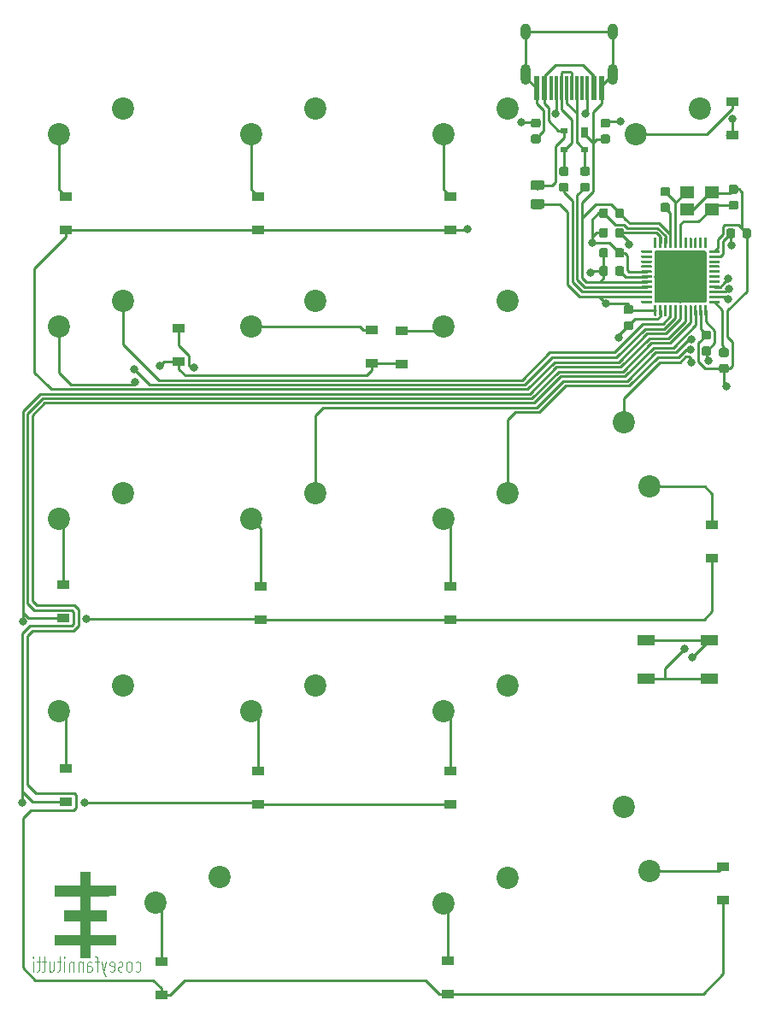
<source format=gbr>
G04 #@! TF.GenerationSoftware,KiCad,Pcbnew,(5.0.1)-3*
G04 #@! TF.CreationDate,2019-05-14T07:32:29-04:00*
G04 #@! TF.ProjectId,mulletpad-pcb,6D756C6C65747061642D7063622E6B69,rev?*
G04 #@! TF.SameCoordinates,Original*
G04 #@! TF.FileFunction,Copper,L2,Bot,Signal*
G04 #@! TF.FilePolarity,Positive*
%FSLAX46Y46*%
G04 Gerber Fmt 4.6, Leading zero omitted, Abs format (unit mm)*
G04 Created by KiCad (PCBNEW (5.0.1)-3) date 5/14/2019 7:32:29 AM*
%MOMM*%
%LPD*%
G01*
G04 APERTURE LIST*
G04 #@! TA.AperFunction,NonConductor*
%ADD10C,0.075000*%
G04 #@! TD*
G04 #@! TA.AperFunction,EtchedComponent*
%ADD11C,0.010000*%
G04 #@! TD*
G04 #@! TA.AperFunction,Conductor*
%ADD12C,0.100000*%
G04 #@! TD*
G04 #@! TA.AperFunction,SMDPad,CuDef*
%ADD13C,0.875000*%
G04 #@! TD*
G04 #@! TA.AperFunction,ComponentPad*
%ADD14C,2.200000*%
G04 #@! TD*
G04 #@! TA.AperFunction,SMDPad,CuDef*
%ADD15R,0.700000X0.600000*%
G04 #@! TD*
G04 #@! TA.AperFunction,SMDPad,CuDef*
%ADD16R,0.700000X1.000000*%
G04 #@! TD*
G04 #@! TA.AperFunction,SMDPad,CuDef*
%ADD17R,1.200000X0.900000*%
G04 #@! TD*
G04 #@! TA.AperFunction,SMDPad,CuDef*
%ADD18R,1.700000X1.000000*%
G04 #@! TD*
G04 #@! TA.AperFunction,SMDPad,CuDef*
%ADD19R,1.400000X1.200000*%
G04 #@! TD*
G04 #@! TA.AperFunction,SMDPad,CuDef*
%ADD20C,5.200000*%
G04 #@! TD*
G04 #@! TA.AperFunction,SMDPad,CuDef*
%ADD21C,0.250000*%
G04 #@! TD*
G04 #@! TA.AperFunction,ComponentPad*
%ADD22O,1.000000X1.600000*%
G04 #@! TD*
G04 #@! TA.AperFunction,ComponentPad*
%ADD23O,1.000000X2.100000*%
G04 #@! TD*
G04 #@! TA.AperFunction,SMDPad,CuDef*
%ADD24R,0.300000X2.450000*%
G04 #@! TD*
G04 #@! TA.AperFunction,SMDPad,CuDef*
%ADD25R,0.600000X2.450000*%
G04 #@! TD*
G04 #@! TA.AperFunction,SMDPad,CuDef*
%ADD26C,0.975000*%
G04 #@! TD*
G04 #@! TA.AperFunction,ViaPad*
%ADD27C,0.800000*%
G04 #@! TD*
G04 #@! TA.AperFunction,Conductor*
%ADD28C,0.250000*%
G04 #@! TD*
G04 APERTURE END LIST*
D10*
X118976924Y-132522051D02*
X119072162Y-132593480D01*
X119262639Y-132593480D01*
X119357877Y-132522051D01*
X119405496Y-132450623D01*
X119453115Y-132307766D01*
X119453115Y-131879194D01*
X119405496Y-131736337D01*
X119357877Y-131664909D01*
X119262639Y-131593480D01*
X119072162Y-131593480D01*
X118976924Y-131664909D01*
X118405496Y-132593480D02*
X118500734Y-132522051D01*
X118548353Y-132450623D01*
X118595972Y-132307766D01*
X118595972Y-131879194D01*
X118548353Y-131736337D01*
X118500734Y-131664909D01*
X118405496Y-131593480D01*
X118262639Y-131593480D01*
X118167401Y-131664909D01*
X118119782Y-131736337D01*
X118072162Y-131879194D01*
X118072162Y-132307766D01*
X118119782Y-132450623D01*
X118167401Y-132522051D01*
X118262639Y-132593480D01*
X118405496Y-132593480D01*
X117691210Y-132522051D02*
X117595972Y-132593480D01*
X117405496Y-132593480D01*
X117310258Y-132522051D01*
X117262639Y-132379194D01*
X117262639Y-132307766D01*
X117310258Y-132164909D01*
X117405496Y-132093480D01*
X117548353Y-132093480D01*
X117643591Y-132022051D01*
X117691210Y-131879194D01*
X117691210Y-131807766D01*
X117643591Y-131664909D01*
X117548353Y-131593480D01*
X117405496Y-131593480D01*
X117310258Y-131664909D01*
X116453115Y-132522051D02*
X116548353Y-132593480D01*
X116738829Y-132593480D01*
X116834067Y-132522051D01*
X116881686Y-132379194D01*
X116881686Y-131807766D01*
X116834067Y-131664909D01*
X116738829Y-131593480D01*
X116548353Y-131593480D01*
X116453115Y-131664909D01*
X116405496Y-131807766D01*
X116405496Y-131950623D01*
X116881686Y-132093480D01*
X116072162Y-131593480D02*
X115834067Y-132593480D01*
X115595972Y-131593480D02*
X115834067Y-132593480D01*
X115929305Y-132950623D01*
X115976924Y-133022051D01*
X116072162Y-133093480D01*
X115357877Y-131593480D02*
X114976924Y-131593480D01*
X115215020Y-132593480D02*
X115215020Y-131307766D01*
X115167401Y-131164909D01*
X115072162Y-131093480D01*
X114976924Y-131093480D01*
X114215020Y-132593480D02*
X114215020Y-131807766D01*
X114262639Y-131664909D01*
X114357877Y-131593480D01*
X114548353Y-131593480D01*
X114643591Y-131664909D01*
X114215020Y-132522051D02*
X114310258Y-132593480D01*
X114548353Y-132593480D01*
X114643591Y-132522051D01*
X114691210Y-132379194D01*
X114691210Y-132236337D01*
X114643591Y-132093480D01*
X114548353Y-132022051D01*
X114310258Y-132022051D01*
X114215020Y-131950623D01*
X113738829Y-131593480D02*
X113738829Y-132593480D01*
X113738829Y-131736337D02*
X113691210Y-131664909D01*
X113595972Y-131593480D01*
X113453115Y-131593480D01*
X113357877Y-131664909D01*
X113310258Y-131807766D01*
X113310258Y-132593480D01*
X112834067Y-131593480D02*
X112834067Y-132593480D01*
X112834067Y-131736337D02*
X112786448Y-131664909D01*
X112691210Y-131593480D01*
X112548353Y-131593480D01*
X112453115Y-131664909D01*
X112405496Y-131807766D01*
X112405496Y-132593480D01*
X111929305Y-132593480D02*
X111929305Y-131593480D01*
X111929305Y-131093480D02*
X111976924Y-131164909D01*
X111929305Y-131236337D01*
X111881686Y-131164909D01*
X111929305Y-131093480D01*
X111929305Y-131236337D01*
X111595972Y-131593480D02*
X111215020Y-131593480D01*
X111453115Y-131093480D02*
X111453115Y-132379194D01*
X111405496Y-132522051D01*
X111310258Y-132593480D01*
X111215020Y-132593480D01*
X110453115Y-131593480D02*
X110453115Y-132593480D01*
X110881686Y-131593480D02*
X110881686Y-132379194D01*
X110834067Y-132522051D01*
X110738829Y-132593480D01*
X110595972Y-132593480D01*
X110500734Y-132522051D01*
X110453115Y-132450623D01*
X110119782Y-131593480D02*
X109738829Y-131593480D01*
X109976924Y-131093480D02*
X109976924Y-132379194D01*
X109929305Y-132522051D01*
X109834067Y-132593480D01*
X109738829Y-132593480D01*
X109548353Y-131593480D02*
X109167401Y-131593480D01*
X109405496Y-131093480D02*
X109405496Y-132379194D01*
X109357877Y-132522051D01*
X109262639Y-132593480D01*
X109167401Y-132593480D01*
X108834067Y-132593480D02*
X108834067Y-131593480D01*
X108834067Y-131093480D02*
X108881686Y-131164909D01*
X108834067Y-131236337D01*
X108786448Y-131164909D01*
X108834067Y-131093480D01*
X108834067Y-131236337D01*
D11*
G04 #@! TO.C,G\002A\002A\002A*
G36*
X114451488Y-129915943D02*
X115716785Y-129911107D01*
X116982081Y-129906271D01*
X116982081Y-129003160D01*
X115716785Y-128998323D01*
X114451488Y-128993487D01*
X114451488Y-127526197D01*
X116050748Y-127526197D01*
X116050748Y-126566641D01*
X114451488Y-126566641D01*
X114451488Y-125061721D01*
X115716785Y-125056885D01*
X116982081Y-125052048D01*
X116987108Y-124576974D01*
X116992134Y-124101900D01*
X114451488Y-124101900D01*
X114451488Y-122728419D01*
X113473118Y-122728419D01*
X113473118Y-124101900D01*
X110951933Y-124101900D01*
X110951933Y-125061456D01*
X113473118Y-125061456D01*
X113473118Y-126566641D01*
X111892673Y-126566641D01*
X111892673Y-127526197D01*
X113473118Y-127526197D01*
X113473118Y-128993752D01*
X110951933Y-128993752D01*
X110951933Y-129915678D01*
X113472630Y-129915678D01*
X113477578Y-130569493D01*
X113482525Y-131223308D01*
X113967007Y-131228329D01*
X114451488Y-131233350D01*
X114451488Y-129915943D01*
X114451488Y-129915943D01*
G37*
X114451488Y-129915943D02*
X115716785Y-129911107D01*
X116982081Y-129906271D01*
X116982081Y-129003160D01*
X115716785Y-128998323D01*
X114451488Y-128993487D01*
X114451488Y-127526197D01*
X116050748Y-127526197D01*
X116050748Y-126566641D01*
X114451488Y-126566641D01*
X114451488Y-125061721D01*
X115716785Y-125056885D01*
X116982081Y-125052048D01*
X116987108Y-124576974D01*
X116992134Y-124101900D01*
X114451488Y-124101900D01*
X114451488Y-122728419D01*
X113473118Y-122728419D01*
X113473118Y-124101900D01*
X110951933Y-124101900D01*
X110951933Y-125061456D01*
X113473118Y-125061456D01*
X113473118Y-126566641D01*
X111892673Y-126566641D01*
X111892673Y-127526197D01*
X113473118Y-127526197D01*
X113473118Y-128993752D01*
X110951933Y-128993752D01*
X110951933Y-129915678D01*
X113472630Y-129915678D01*
X113477578Y-130569493D01*
X113482525Y-131223308D01*
X113967007Y-131228329D01*
X114451488Y-131233350D01*
X114451488Y-129915943D01*
G04 #@! TD*
D12*
G04 #@! TO.N,GND*
G04 #@! TO.C,C2*
G36*
X171719829Y-56466071D02*
X171741064Y-56469221D01*
X171761888Y-56474437D01*
X171782100Y-56481669D01*
X171801506Y-56490848D01*
X171819919Y-56501884D01*
X171837162Y-56514672D01*
X171853068Y-56529088D01*
X171867484Y-56544994D01*
X171880272Y-56562237D01*
X171891308Y-56580650D01*
X171900487Y-56600056D01*
X171907719Y-56620268D01*
X171912935Y-56641092D01*
X171916085Y-56662327D01*
X171917138Y-56683768D01*
X171917138Y-57121268D01*
X171916085Y-57142709D01*
X171912935Y-57163944D01*
X171907719Y-57184768D01*
X171900487Y-57204980D01*
X171891308Y-57224386D01*
X171880272Y-57242799D01*
X171867484Y-57260042D01*
X171853068Y-57275948D01*
X171837162Y-57290364D01*
X171819919Y-57303152D01*
X171801506Y-57314188D01*
X171782100Y-57323367D01*
X171761888Y-57330599D01*
X171741064Y-57335815D01*
X171719829Y-57338965D01*
X171698388Y-57340018D01*
X171185888Y-57340018D01*
X171164447Y-57338965D01*
X171143212Y-57335815D01*
X171122388Y-57330599D01*
X171102176Y-57323367D01*
X171082770Y-57314188D01*
X171064357Y-57303152D01*
X171047114Y-57290364D01*
X171031208Y-57275948D01*
X171016792Y-57260042D01*
X171004004Y-57242799D01*
X170992968Y-57224386D01*
X170983789Y-57204980D01*
X170976557Y-57184768D01*
X170971341Y-57163944D01*
X170968191Y-57142709D01*
X170967138Y-57121268D01*
X170967138Y-56683768D01*
X170968191Y-56662327D01*
X170971341Y-56641092D01*
X170976557Y-56620268D01*
X170983789Y-56600056D01*
X170992968Y-56580650D01*
X171004004Y-56562237D01*
X171016792Y-56544994D01*
X171031208Y-56529088D01*
X171047114Y-56514672D01*
X171064357Y-56501884D01*
X171082770Y-56490848D01*
X171102176Y-56481669D01*
X171122388Y-56474437D01*
X171143212Y-56469221D01*
X171164447Y-56466071D01*
X171185888Y-56465018D01*
X171698388Y-56465018D01*
X171719829Y-56466071D01*
X171719829Y-56466071D01*
G37*
D13*
G04 #@! TD*
G04 #@! TO.P,C2,2*
G04 #@! TO.N,GND*
X171442138Y-56902518D03*
D12*
G04 #@! TO.N,Net-(C2-Pad1)*
G04 #@! TO.C,C2*
G36*
X171719829Y-54891069D02*
X171741064Y-54894219D01*
X171761888Y-54899435D01*
X171782100Y-54906667D01*
X171801506Y-54915846D01*
X171819919Y-54926882D01*
X171837162Y-54939670D01*
X171853068Y-54954086D01*
X171867484Y-54969992D01*
X171880272Y-54987235D01*
X171891308Y-55005648D01*
X171900487Y-55025054D01*
X171907719Y-55045266D01*
X171912935Y-55066090D01*
X171916085Y-55087325D01*
X171917138Y-55108766D01*
X171917138Y-55546266D01*
X171916085Y-55567707D01*
X171912935Y-55588942D01*
X171907719Y-55609766D01*
X171900487Y-55629978D01*
X171891308Y-55649384D01*
X171880272Y-55667797D01*
X171867484Y-55685040D01*
X171853068Y-55700946D01*
X171837162Y-55715362D01*
X171819919Y-55728150D01*
X171801506Y-55739186D01*
X171782100Y-55748365D01*
X171761888Y-55755597D01*
X171741064Y-55760813D01*
X171719829Y-55763963D01*
X171698388Y-55765016D01*
X171185888Y-55765016D01*
X171164447Y-55763963D01*
X171143212Y-55760813D01*
X171122388Y-55755597D01*
X171102176Y-55748365D01*
X171082770Y-55739186D01*
X171064357Y-55728150D01*
X171047114Y-55715362D01*
X171031208Y-55700946D01*
X171016792Y-55685040D01*
X171004004Y-55667797D01*
X170992968Y-55649384D01*
X170983789Y-55629978D01*
X170976557Y-55609766D01*
X170971341Y-55588942D01*
X170968191Y-55567707D01*
X170967138Y-55546266D01*
X170967138Y-55108766D01*
X170968191Y-55087325D01*
X170971341Y-55066090D01*
X170976557Y-55045266D01*
X170983789Y-55025054D01*
X170992968Y-55005648D01*
X171004004Y-54987235D01*
X171016792Y-54969992D01*
X171031208Y-54954086D01*
X171047114Y-54939670D01*
X171064357Y-54926882D01*
X171082770Y-54915846D01*
X171102176Y-54906667D01*
X171122388Y-54899435D01*
X171143212Y-54894219D01*
X171164447Y-54891069D01*
X171185888Y-54890016D01*
X171698388Y-54890016D01*
X171719829Y-54891069D01*
X171719829Y-54891069D01*
G37*
D13*
G04 #@! TD*
G04 #@! TO.P,C2,1*
G04 #@! TO.N,Net-(C2-Pad1)*
X171442138Y-55327516D03*
D14*
G04 #@! TO.P,SW14,2*
G04 #@! TO.N,Net-(D17-Pad2)*
X169926000Y-122682000D03*
G04 #@! TO.P,SW14,1*
G04 #@! TO.N,col3*
X167386000Y-116332000D03*
G04 #@! TD*
G04 #@! TO.P,SW7,2*
G04 #@! TO.N,Net-(D16-Pad2)*
X169926000Y-84582000D03*
G04 #@! TO.P,SW7,1*
G04 #@! TO.N,col3*
X167386000Y-78232000D03*
G04 #@! TD*
G04 #@! TO.P,SW3,2*
G04 #@! TO.N,Net-(D15-Pad2)*
X168529000Y-49657000D03*
G04 #@! TO.P,SW3,1*
G04 #@! TO.N,col3*
X174879000Y-47117000D03*
G04 #@! TD*
D15*
G04 #@! TO.P,U2,3*
G04 #@! TO.N,D-*
X161465835Y-51185801D03*
G04 #@! TO.P,U2,2*
G04 #@! TO.N,D+*
X163465835Y-51185801D03*
G04 #@! TO.P,U2,4*
G04 #@! TO.N,VCC*
X161465835Y-49285801D03*
D16*
G04 #@! TO.P,U2,1*
G04 #@! TO.N,GND*
X163465835Y-49485801D03*
G04 #@! TD*
D14*
G04 #@! TO.P,SW12,1*
G04 #@! TO.N,col1*
X136779000Y-104267000D03*
G04 #@! TO.P,SW12,2*
G04 #@! TO.N,Net-(D9-Pad2)*
X130429000Y-106807000D03*
G04 #@! TD*
D17*
G04 #@! TO.P,D1,1*
G04 #@! TO.N,row0*
X112066000Y-59106500D03*
G04 #@! TO.P,D1,2*
G04 #@! TO.N,Net-(D1-Pad2)*
X112066000Y-55806500D03*
G04 #@! TD*
G04 #@! TO.P,D2,1*
G04 #@! TO.N,row1*
X123253564Y-72200592D03*
G04 #@! TO.P,D2,2*
G04 #@! TO.N,Net-(D2-Pad2)*
X123253564Y-68900592D03*
G04 #@! TD*
G04 #@! TO.P,D3,1*
G04 #@! TO.N,row2*
X111812000Y-97588500D03*
G04 #@! TO.P,D3,2*
G04 #@! TO.N,Net-(D3-Pad2)*
X111812000Y-94288500D03*
G04 #@! TD*
G04 #@! TO.P,D4,2*
G04 #@! TO.N,Net-(D4-Pad2)*
X112066000Y-112448000D03*
G04 #@! TO.P,D4,1*
G04 #@! TO.N,row3*
X112066000Y-115748000D03*
G04 #@! TD*
G04 #@! TO.P,D5,1*
G04 #@! TO.N,row4*
X121521295Y-134929727D03*
G04 #@! TO.P,D5,2*
G04 #@! TO.N,Net-(D5-Pad2)*
X121521295Y-131629727D03*
G04 #@! TD*
G04 #@! TO.P,D6,2*
G04 #@! TO.N,Net-(D6-Pad2)*
X131116000Y-55806500D03*
G04 #@! TO.P,D6,1*
G04 #@! TO.N,row0*
X131116000Y-59106500D03*
G04 #@! TD*
G04 #@! TO.P,D7,2*
G04 #@! TO.N,Net-(D7-Pad2)*
X142361016Y-69058071D03*
G04 #@! TO.P,D7,1*
G04 #@! TO.N,row1*
X142361016Y-72358071D03*
G04 #@! TD*
G04 #@! TO.P,D8,2*
G04 #@! TO.N,Net-(D8-Pad2)*
X131370000Y-94414500D03*
G04 #@! TO.P,D8,1*
G04 #@! TO.N,row2*
X131370000Y-97714500D03*
G04 #@! TD*
G04 #@! TO.P,D9,1*
G04 #@! TO.N,row3*
X131116000Y-116002000D03*
G04 #@! TO.P,D9,2*
G04 #@! TO.N,Net-(D9-Pad2)*
X131116000Y-112702000D03*
G04 #@! TD*
G04 #@! TO.P,D10,1*
G04 #@! TO.N,row0*
X150166000Y-59106500D03*
G04 #@! TO.P,D10,2*
G04 #@! TO.N,Net-(D10-Pad2)*
X150166000Y-55806500D03*
G04 #@! TD*
G04 #@! TO.P,D11,2*
G04 #@! TO.N,Net-(D11-Pad2)*
X145353117Y-69110564D03*
G04 #@! TO.P,D11,1*
G04 #@! TO.N,row1*
X145353117Y-72410564D03*
G04 #@! TD*
G04 #@! TO.P,D12,1*
G04 #@! TO.N,row2*
X150166000Y-97714500D03*
G04 #@! TO.P,D12,2*
G04 #@! TO.N,Net-(D12-Pad2)*
X150166000Y-94414500D03*
G04 #@! TD*
G04 #@! TO.P,D13,2*
G04 #@! TO.N,Net-(D13-Pad2)*
X150166000Y-112702000D03*
G04 #@! TO.P,D13,1*
G04 #@! TO.N,row3*
X150166000Y-116002000D03*
G04 #@! TD*
G04 #@! TO.P,D14,1*
G04 #@! TO.N,row4*
X149912000Y-134798000D03*
G04 #@! TO.P,D14,2*
G04 #@! TO.N,Net-(D14-Pad2)*
X149912000Y-131498000D03*
G04 #@! TD*
G04 #@! TO.P,D15,2*
G04 #@! TO.N,Net-(D15-Pad2)*
X178106493Y-46408493D03*
G04 #@! TO.P,D15,1*
G04 #@! TO.N,row0*
X178106493Y-49708493D03*
G04 #@! TD*
G04 #@! TO.P,D16,1*
G04 #@! TO.N,row2*
X176074493Y-91618493D03*
G04 #@! TO.P,D16,2*
G04 #@! TO.N,Net-(D16-Pad2)*
X176074493Y-88318493D03*
G04 #@! TD*
G04 #@! TO.P,D17,2*
G04 #@! TO.N,Net-(D17-Pad2)*
X177216368Y-122233480D03*
G04 #@! TO.P,D17,1*
G04 #@! TO.N,row4*
X177216368Y-125533480D03*
G04 #@! TD*
D12*
G04 #@! TO.N,Net-(R1-Pad2)*
G04 #@! TO.C,R1*
G36*
X158911537Y-48119473D02*
X158932772Y-48122623D01*
X158953596Y-48127839D01*
X158973808Y-48135071D01*
X158993214Y-48144250D01*
X159011627Y-48155286D01*
X159028870Y-48168074D01*
X159044776Y-48182490D01*
X159059192Y-48198396D01*
X159071980Y-48215639D01*
X159083016Y-48234052D01*
X159092195Y-48253458D01*
X159099427Y-48273670D01*
X159104643Y-48294494D01*
X159107793Y-48315729D01*
X159108846Y-48337170D01*
X159108846Y-48774670D01*
X159107793Y-48796111D01*
X159104643Y-48817346D01*
X159099427Y-48838170D01*
X159092195Y-48858382D01*
X159083016Y-48877788D01*
X159071980Y-48896201D01*
X159059192Y-48913444D01*
X159044776Y-48929350D01*
X159028870Y-48943766D01*
X159011627Y-48956554D01*
X158993214Y-48967590D01*
X158973808Y-48976769D01*
X158953596Y-48984001D01*
X158932772Y-48989217D01*
X158911537Y-48992367D01*
X158890096Y-48993420D01*
X158377596Y-48993420D01*
X158356155Y-48992367D01*
X158334920Y-48989217D01*
X158314096Y-48984001D01*
X158293884Y-48976769D01*
X158274478Y-48967590D01*
X158256065Y-48956554D01*
X158238822Y-48943766D01*
X158222916Y-48929350D01*
X158208500Y-48913444D01*
X158195712Y-48896201D01*
X158184676Y-48877788D01*
X158175497Y-48858382D01*
X158168265Y-48838170D01*
X158163049Y-48817346D01*
X158159899Y-48796111D01*
X158158846Y-48774670D01*
X158158846Y-48337170D01*
X158159899Y-48315729D01*
X158163049Y-48294494D01*
X158168265Y-48273670D01*
X158175497Y-48253458D01*
X158184676Y-48234052D01*
X158195712Y-48215639D01*
X158208500Y-48198396D01*
X158222916Y-48182490D01*
X158238822Y-48168074D01*
X158256065Y-48155286D01*
X158274478Y-48144250D01*
X158293884Y-48135071D01*
X158314096Y-48127839D01*
X158334920Y-48122623D01*
X158356155Y-48119473D01*
X158377596Y-48118420D01*
X158890096Y-48118420D01*
X158911537Y-48119473D01*
X158911537Y-48119473D01*
G37*
D13*
G04 #@! TD*
G04 #@! TO.P,R1,2*
G04 #@! TO.N,Net-(R1-Pad2)*
X158633846Y-48555920D03*
D12*
G04 #@! TO.N,GND*
G04 #@! TO.C,R1*
G36*
X158911537Y-49694473D02*
X158932772Y-49697623D01*
X158953596Y-49702839D01*
X158973808Y-49710071D01*
X158993214Y-49719250D01*
X159011627Y-49730286D01*
X159028870Y-49743074D01*
X159044776Y-49757490D01*
X159059192Y-49773396D01*
X159071980Y-49790639D01*
X159083016Y-49809052D01*
X159092195Y-49828458D01*
X159099427Y-49848670D01*
X159104643Y-49869494D01*
X159107793Y-49890729D01*
X159108846Y-49912170D01*
X159108846Y-50349670D01*
X159107793Y-50371111D01*
X159104643Y-50392346D01*
X159099427Y-50413170D01*
X159092195Y-50433382D01*
X159083016Y-50452788D01*
X159071980Y-50471201D01*
X159059192Y-50488444D01*
X159044776Y-50504350D01*
X159028870Y-50518766D01*
X159011627Y-50531554D01*
X158993214Y-50542590D01*
X158973808Y-50551769D01*
X158953596Y-50559001D01*
X158932772Y-50564217D01*
X158911537Y-50567367D01*
X158890096Y-50568420D01*
X158377596Y-50568420D01*
X158356155Y-50567367D01*
X158334920Y-50564217D01*
X158314096Y-50559001D01*
X158293884Y-50551769D01*
X158274478Y-50542590D01*
X158256065Y-50531554D01*
X158238822Y-50518766D01*
X158222916Y-50504350D01*
X158208500Y-50488444D01*
X158195712Y-50471201D01*
X158184676Y-50452788D01*
X158175497Y-50433382D01*
X158168265Y-50413170D01*
X158163049Y-50392346D01*
X158159899Y-50371111D01*
X158158846Y-50349670D01*
X158158846Y-49912170D01*
X158159899Y-49890729D01*
X158163049Y-49869494D01*
X158168265Y-49848670D01*
X158175497Y-49828458D01*
X158184676Y-49809052D01*
X158195712Y-49790639D01*
X158208500Y-49773396D01*
X158222916Y-49757490D01*
X158238822Y-49743074D01*
X158256065Y-49730286D01*
X158274478Y-49719250D01*
X158293884Y-49710071D01*
X158314096Y-49702839D01*
X158334920Y-49697623D01*
X158356155Y-49694473D01*
X158377596Y-49693420D01*
X158890096Y-49693420D01*
X158911537Y-49694473D01*
X158911537Y-49694473D01*
G37*
D13*
G04 #@! TD*
G04 #@! TO.P,R1,1*
G04 #@! TO.N,GND*
X158633846Y-50130920D03*
D12*
G04 #@! TO.N,GND*
G04 #@! TO.C,R2*
G36*
X165788120Y-49694473D02*
X165809355Y-49697623D01*
X165830179Y-49702839D01*
X165850391Y-49710071D01*
X165869797Y-49719250D01*
X165888210Y-49730286D01*
X165905453Y-49743074D01*
X165921359Y-49757490D01*
X165935775Y-49773396D01*
X165948563Y-49790639D01*
X165959599Y-49809052D01*
X165968778Y-49828458D01*
X165976010Y-49848670D01*
X165981226Y-49869494D01*
X165984376Y-49890729D01*
X165985429Y-49912170D01*
X165985429Y-50349670D01*
X165984376Y-50371111D01*
X165981226Y-50392346D01*
X165976010Y-50413170D01*
X165968778Y-50433382D01*
X165959599Y-50452788D01*
X165948563Y-50471201D01*
X165935775Y-50488444D01*
X165921359Y-50504350D01*
X165905453Y-50518766D01*
X165888210Y-50531554D01*
X165869797Y-50542590D01*
X165850391Y-50551769D01*
X165830179Y-50559001D01*
X165809355Y-50564217D01*
X165788120Y-50567367D01*
X165766679Y-50568420D01*
X165254179Y-50568420D01*
X165232738Y-50567367D01*
X165211503Y-50564217D01*
X165190679Y-50559001D01*
X165170467Y-50551769D01*
X165151061Y-50542590D01*
X165132648Y-50531554D01*
X165115405Y-50518766D01*
X165099499Y-50504350D01*
X165085083Y-50488444D01*
X165072295Y-50471201D01*
X165061259Y-50452788D01*
X165052080Y-50433382D01*
X165044848Y-50413170D01*
X165039632Y-50392346D01*
X165036482Y-50371111D01*
X165035429Y-50349670D01*
X165035429Y-49912170D01*
X165036482Y-49890729D01*
X165039632Y-49869494D01*
X165044848Y-49848670D01*
X165052080Y-49828458D01*
X165061259Y-49809052D01*
X165072295Y-49790639D01*
X165085083Y-49773396D01*
X165099499Y-49757490D01*
X165115405Y-49743074D01*
X165132648Y-49730286D01*
X165151061Y-49719250D01*
X165170467Y-49710071D01*
X165190679Y-49702839D01*
X165211503Y-49697623D01*
X165232738Y-49694473D01*
X165254179Y-49693420D01*
X165766679Y-49693420D01*
X165788120Y-49694473D01*
X165788120Y-49694473D01*
G37*
D13*
G04 #@! TD*
G04 #@! TO.P,R2,1*
G04 #@! TO.N,GND*
X165510429Y-50130920D03*
D12*
G04 #@! TO.N,Net-(R2-Pad2)*
G04 #@! TO.C,R2*
G36*
X165788120Y-48119473D02*
X165809355Y-48122623D01*
X165830179Y-48127839D01*
X165850391Y-48135071D01*
X165869797Y-48144250D01*
X165888210Y-48155286D01*
X165905453Y-48168074D01*
X165921359Y-48182490D01*
X165935775Y-48198396D01*
X165948563Y-48215639D01*
X165959599Y-48234052D01*
X165968778Y-48253458D01*
X165976010Y-48273670D01*
X165981226Y-48294494D01*
X165984376Y-48315729D01*
X165985429Y-48337170D01*
X165985429Y-48774670D01*
X165984376Y-48796111D01*
X165981226Y-48817346D01*
X165976010Y-48838170D01*
X165968778Y-48858382D01*
X165959599Y-48877788D01*
X165948563Y-48896201D01*
X165935775Y-48913444D01*
X165921359Y-48929350D01*
X165905453Y-48943766D01*
X165888210Y-48956554D01*
X165869797Y-48967590D01*
X165850391Y-48976769D01*
X165830179Y-48984001D01*
X165809355Y-48989217D01*
X165788120Y-48992367D01*
X165766679Y-48993420D01*
X165254179Y-48993420D01*
X165232738Y-48992367D01*
X165211503Y-48989217D01*
X165190679Y-48984001D01*
X165170467Y-48976769D01*
X165151061Y-48967590D01*
X165132648Y-48956554D01*
X165115405Y-48943766D01*
X165099499Y-48929350D01*
X165085083Y-48913444D01*
X165072295Y-48896201D01*
X165061259Y-48877788D01*
X165052080Y-48858382D01*
X165044848Y-48838170D01*
X165039632Y-48817346D01*
X165036482Y-48796111D01*
X165035429Y-48774670D01*
X165035429Y-48337170D01*
X165036482Y-48315729D01*
X165039632Y-48294494D01*
X165044848Y-48273670D01*
X165052080Y-48253458D01*
X165061259Y-48234052D01*
X165072295Y-48215639D01*
X165085083Y-48198396D01*
X165099499Y-48182490D01*
X165115405Y-48168074D01*
X165132648Y-48155286D01*
X165151061Y-48144250D01*
X165170467Y-48135071D01*
X165190679Y-48127839D01*
X165211503Y-48122623D01*
X165232738Y-48119473D01*
X165254179Y-48118420D01*
X165766679Y-48118420D01*
X165788120Y-48119473D01*
X165788120Y-48119473D01*
G37*
D13*
G04 #@! TD*
G04 #@! TO.P,R2,2*
G04 #@! TO.N,Net-(R2-Pad2)*
X165510429Y-48555920D03*
D18*
G04 #@! TO.P,RESET1,1*
G04 #@! TO.N,GND*
X169551970Y-103578941D03*
X175851970Y-103578941D03*
G04 #@! TO.P,RESET1,2*
G04 #@! TO.N,Net-(R3-Pad1)*
X169551970Y-99778941D03*
X175851970Y-99778941D03*
G04 #@! TD*
D14*
G04 #@! TO.P,SW0,2*
G04 #@! TO.N,Net-(D1-Pad2)*
X111379000Y-49657000D03*
G04 #@! TO.P,SW0,1*
G04 #@! TO.N,col0*
X117729000Y-47117000D03*
G04 #@! TD*
G04 #@! TO.P,SW1,2*
G04 #@! TO.N,Net-(D6-Pad2)*
X130429000Y-49657000D03*
G04 #@! TO.P,SW1,1*
G04 #@! TO.N,col1*
X136779000Y-47117000D03*
G04 #@! TD*
G04 #@! TO.P,SW2,2*
G04 #@! TO.N,Net-(D10-Pad2)*
X149479000Y-49657000D03*
G04 #@! TO.P,SW2,1*
G04 #@! TO.N,col2*
X155829000Y-47117000D03*
G04 #@! TD*
G04 #@! TO.P,SW4,1*
G04 #@! TO.N,col0*
X117729000Y-66167000D03*
G04 #@! TO.P,SW4,2*
G04 #@! TO.N,Net-(D2-Pad2)*
X111379000Y-68707000D03*
G04 #@! TD*
G04 #@! TO.P,SW5,2*
G04 #@! TO.N,Net-(D7-Pad2)*
X130429000Y-68707000D03*
G04 #@! TO.P,SW5,1*
G04 #@! TO.N,col1*
X136779000Y-66167000D03*
G04 #@! TD*
G04 #@! TO.P,SW6,1*
G04 #@! TO.N,col2*
X155829000Y-66167000D03*
G04 #@! TO.P,SW6,2*
G04 #@! TO.N,Net-(D11-Pad2)*
X149479000Y-68707000D03*
G04 #@! TD*
G04 #@! TO.P,SW8,1*
G04 #@! TO.N,col0*
X117729000Y-85217000D03*
G04 #@! TO.P,SW8,2*
G04 #@! TO.N,Net-(D3-Pad2)*
X111379000Y-87757000D03*
G04 #@! TD*
G04 #@! TO.P,SW9,2*
G04 #@! TO.N,Net-(D8-Pad2)*
X130429000Y-87757000D03*
G04 #@! TO.P,SW9,1*
G04 #@! TO.N,col1*
X136779000Y-85217000D03*
G04 #@! TD*
G04 #@! TO.P,SW10,1*
G04 #@! TO.N,col2*
X155829000Y-85217000D03*
G04 #@! TO.P,SW10,2*
G04 #@! TO.N,Net-(D12-Pad2)*
X149479000Y-87757000D03*
G04 #@! TD*
G04 #@! TO.P,SW11,2*
G04 #@! TO.N,Net-(D4-Pad2)*
X111379000Y-106807000D03*
G04 #@! TO.P,SW11,1*
G04 #@! TO.N,col0*
X117729000Y-104267000D03*
G04 #@! TD*
G04 #@! TO.P,SW13,1*
G04 #@! TO.N,col2*
X155829000Y-104267000D03*
G04 #@! TO.P,SW13,2*
G04 #@! TO.N,Net-(D13-Pad2)*
X149479000Y-106807000D03*
G04 #@! TD*
G04 #@! TO.P,SW16,1*
G04 #@! TO.N,col2*
X155829000Y-123317000D03*
G04 #@! TO.P,SW16,2*
G04 #@! TO.N,Net-(D14-Pad2)*
X149479000Y-125857000D03*
G04 #@! TD*
D19*
G04 #@! TO.P,X1,3*
G04 #@! TO.N,GND*
X173654183Y-57122496D03*
G04 #@! TO.P,X1,2*
G04 #@! TO.N,Net-(C3-Pad1)*
X176054183Y-57122496D03*
G04 #@! TO.P,X1,1*
G04 #@! TO.N,Net-(C2-Pad1)*
X173654183Y-55422496D03*
G04 #@! TO.P,X1,3*
G04 #@! TO.N,GND*
X176054183Y-55422496D03*
G04 #@! TD*
D12*
G04 #@! TO.N,N/C*
G04 #@! TO.C,U1*
G36*
X175338939Y-61180199D02*
X175363208Y-61183799D01*
X175387006Y-61189760D01*
X175410106Y-61198025D01*
X175432284Y-61208515D01*
X175453328Y-61221128D01*
X175473033Y-61235742D01*
X175491212Y-61252218D01*
X175507688Y-61270397D01*
X175522302Y-61290102D01*
X175534915Y-61311146D01*
X175545405Y-61333324D01*
X175553670Y-61356424D01*
X175559631Y-61380222D01*
X175563231Y-61404491D01*
X175564435Y-61428995D01*
X175564435Y-66128995D01*
X175563231Y-66153499D01*
X175559631Y-66177768D01*
X175553670Y-66201566D01*
X175545405Y-66224666D01*
X175534915Y-66246844D01*
X175522302Y-66267888D01*
X175507688Y-66287593D01*
X175491212Y-66305772D01*
X175473033Y-66322248D01*
X175453328Y-66336862D01*
X175432284Y-66349475D01*
X175410106Y-66359965D01*
X175387006Y-66368230D01*
X175363208Y-66374191D01*
X175338939Y-66377791D01*
X175314435Y-66378995D01*
X170614435Y-66378995D01*
X170589931Y-66377791D01*
X170565662Y-66374191D01*
X170541864Y-66368230D01*
X170518764Y-66359965D01*
X170496586Y-66349475D01*
X170475542Y-66336862D01*
X170455837Y-66322248D01*
X170437658Y-66305772D01*
X170421182Y-66287593D01*
X170406568Y-66267888D01*
X170393955Y-66246844D01*
X170383465Y-66224666D01*
X170375200Y-66201566D01*
X170369239Y-66177768D01*
X170365639Y-66153499D01*
X170364435Y-66128995D01*
X170364435Y-61428995D01*
X170365639Y-61404491D01*
X170369239Y-61380222D01*
X170375200Y-61356424D01*
X170383465Y-61333324D01*
X170393955Y-61311146D01*
X170406568Y-61290102D01*
X170421182Y-61270397D01*
X170437658Y-61252218D01*
X170455837Y-61235742D01*
X170475542Y-61221128D01*
X170496586Y-61208515D01*
X170518764Y-61198025D01*
X170541864Y-61189760D01*
X170565662Y-61183799D01*
X170589931Y-61180199D01*
X170614435Y-61178995D01*
X175314435Y-61178995D01*
X175338939Y-61180199D01*
X175338939Y-61180199D01*
G37*
D20*
G04 #@! TD*
G04 #@! TO.P,U1,45*
G04 #@! TO.N,N/C*
X172964435Y-63778995D03*
D12*
G04 #@! TO.N,Net-(U1-Pad1)*
G04 #@! TO.C,U1*
G36*
X170083061Y-66154296D02*
X170089128Y-66155196D01*
X170095078Y-66156686D01*
X170100853Y-66158753D01*
X170106397Y-66161375D01*
X170111658Y-66164528D01*
X170116585Y-66168182D01*
X170121129Y-66172301D01*
X170125248Y-66176845D01*
X170128902Y-66181772D01*
X170132055Y-66187033D01*
X170134677Y-66192577D01*
X170136744Y-66198352D01*
X170138234Y-66204302D01*
X170139134Y-66210369D01*
X170139435Y-66216495D01*
X170139435Y-66341495D01*
X170139134Y-66347621D01*
X170138234Y-66353688D01*
X170136744Y-66359638D01*
X170134677Y-66365413D01*
X170132055Y-66370957D01*
X170128902Y-66376218D01*
X170125248Y-66381145D01*
X170121129Y-66385689D01*
X170116585Y-66389808D01*
X170111658Y-66393462D01*
X170106397Y-66396615D01*
X170100853Y-66399237D01*
X170095078Y-66401304D01*
X170089128Y-66402794D01*
X170083061Y-66403694D01*
X170076935Y-66403995D01*
X169151935Y-66403995D01*
X169145809Y-66403694D01*
X169139742Y-66402794D01*
X169133792Y-66401304D01*
X169128017Y-66399237D01*
X169122473Y-66396615D01*
X169117212Y-66393462D01*
X169112285Y-66389808D01*
X169107741Y-66385689D01*
X169103622Y-66381145D01*
X169099968Y-66376218D01*
X169096815Y-66370957D01*
X169094193Y-66365413D01*
X169092126Y-66359638D01*
X169090636Y-66353688D01*
X169089736Y-66347621D01*
X169089435Y-66341495D01*
X169089435Y-66216495D01*
X169089736Y-66210369D01*
X169090636Y-66204302D01*
X169092126Y-66198352D01*
X169094193Y-66192577D01*
X169096815Y-66187033D01*
X169099968Y-66181772D01*
X169103622Y-66176845D01*
X169107741Y-66172301D01*
X169112285Y-66168182D01*
X169117212Y-66164528D01*
X169122473Y-66161375D01*
X169128017Y-66158753D01*
X169133792Y-66156686D01*
X169139742Y-66155196D01*
X169145809Y-66154296D01*
X169151935Y-66153995D01*
X170076935Y-66153995D01*
X170083061Y-66154296D01*
X170083061Y-66154296D01*
G37*
D21*
G04 #@! TD*
G04 #@! TO.P,U1,1*
G04 #@! TO.N,Net-(U1-Pad1)*
X169614435Y-66278995D03*
D12*
G04 #@! TO.N,+5V*
G04 #@! TO.C,U1*
G36*
X170083061Y-65654296D02*
X170089128Y-65655196D01*
X170095078Y-65656686D01*
X170100853Y-65658753D01*
X170106397Y-65661375D01*
X170111658Y-65664528D01*
X170116585Y-65668182D01*
X170121129Y-65672301D01*
X170125248Y-65676845D01*
X170128902Y-65681772D01*
X170132055Y-65687033D01*
X170134677Y-65692577D01*
X170136744Y-65698352D01*
X170138234Y-65704302D01*
X170139134Y-65710369D01*
X170139435Y-65716495D01*
X170139435Y-65841495D01*
X170139134Y-65847621D01*
X170138234Y-65853688D01*
X170136744Y-65859638D01*
X170134677Y-65865413D01*
X170132055Y-65870957D01*
X170128902Y-65876218D01*
X170125248Y-65881145D01*
X170121129Y-65885689D01*
X170116585Y-65889808D01*
X170111658Y-65893462D01*
X170106397Y-65896615D01*
X170100853Y-65899237D01*
X170095078Y-65901304D01*
X170089128Y-65902794D01*
X170083061Y-65903694D01*
X170076935Y-65903995D01*
X169151935Y-65903995D01*
X169145809Y-65903694D01*
X169139742Y-65902794D01*
X169133792Y-65901304D01*
X169128017Y-65899237D01*
X169122473Y-65896615D01*
X169117212Y-65893462D01*
X169112285Y-65889808D01*
X169107741Y-65885689D01*
X169103622Y-65881145D01*
X169099968Y-65876218D01*
X169096815Y-65870957D01*
X169094193Y-65865413D01*
X169092126Y-65859638D01*
X169090636Y-65853688D01*
X169089736Y-65847621D01*
X169089435Y-65841495D01*
X169089435Y-65716495D01*
X169089736Y-65710369D01*
X169090636Y-65704302D01*
X169092126Y-65698352D01*
X169094193Y-65692577D01*
X169096815Y-65687033D01*
X169099968Y-65681772D01*
X169103622Y-65676845D01*
X169107741Y-65672301D01*
X169112285Y-65668182D01*
X169117212Y-65664528D01*
X169122473Y-65661375D01*
X169128017Y-65658753D01*
X169133792Y-65656686D01*
X169139742Y-65655196D01*
X169145809Y-65654296D01*
X169151935Y-65653995D01*
X170076935Y-65653995D01*
X170083061Y-65654296D01*
X170083061Y-65654296D01*
G37*
D21*
G04 #@! TD*
G04 #@! TO.P,U1,2*
G04 #@! TO.N,+5V*
X169614435Y-65778995D03*
D12*
G04 #@! TO.N,Net-(R5-Pad1)*
G04 #@! TO.C,U1*
G36*
X170083061Y-65154296D02*
X170089128Y-65155196D01*
X170095078Y-65156686D01*
X170100853Y-65158753D01*
X170106397Y-65161375D01*
X170111658Y-65164528D01*
X170116585Y-65168182D01*
X170121129Y-65172301D01*
X170125248Y-65176845D01*
X170128902Y-65181772D01*
X170132055Y-65187033D01*
X170134677Y-65192577D01*
X170136744Y-65198352D01*
X170138234Y-65204302D01*
X170139134Y-65210369D01*
X170139435Y-65216495D01*
X170139435Y-65341495D01*
X170139134Y-65347621D01*
X170138234Y-65353688D01*
X170136744Y-65359638D01*
X170134677Y-65365413D01*
X170132055Y-65370957D01*
X170128902Y-65376218D01*
X170125248Y-65381145D01*
X170121129Y-65385689D01*
X170116585Y-65389808D01*
X170111658Y-65393462D01*
X170106397Y-65396615D01*
X170100853Y-65399237D01*
X170095078Y-65401304D01*
X170089128Y-65402794D01*
X170083061Y-65403694D01*
X170076935Y-65403995D01*
X169151935Y-65403995D01*
X169145809Y-65403694D01*
X169139742Y-65402794D01*
X169133792Y-65401304D01*
X169128017Y-65399237D01*
X169122473Y-65396615D01*
X169117212Y-65393462D01*
X169112285Y-65389808D01*
X169107741Y-65385689D01*
X169103622Y-65381145D01*
X169099968Y-65376218D01*
X169096815Y-65370957D01*
X169094193Y-65365413D01*
X169092126Y-65359638D01*
X169090636Y-65353688D01*
X169089736Y-65347621D01*
X169089435Y-65341495D01*
X169089435Y-65216495D01*
X169089736Y-65210369D01*
X169090636Y-65204302D01*
X169092126Y-65198352D01*
X169094193Y-65192577D01*
X169096815Y-65187033D01*
X169099968Y-65181772D01*
X169103622Y-65176845D01*
X169107741Y-65172301D01*
X169112285Y-65168182D01*
X169117212Y-65164528D01*
X169122473Y-65161375D01*
X169128017Y-65158753D01*
X169133792Y-65156686D01*
X169139742Y-65155196D01*
X169145809Y-65154296D01*
X169151935Y-65153995D01*
X170076935Y-65153995D01*
X170083061Y-65154296D01*
X170083061Y-65154296D01*
G37*
D21*
G04 #@! TD*
G04 #@! TO.P,U1,3*
G04 #@! TO.N,Net-(R5-Pad1)*
X169614435Y-65278995D03*
D12*
G04 #@! TO.N,Net-(R6-Pad1)*
G04 #@! TO.C,U1*
G36*
X170083061Y-64654296D02*
X170089128Y-64655196D01*
X170095078Y-64656686D01*
X170100853Y-64658753D01*
X170106397Y-64661375D01*
X170111658Y-64664528D01*
X170116585Y-64668182D01*
X170121129Y-64672301D01*
X170125248Y-64676845D01*
X170128902Y-64681772D01*
X170132055Y-64687033D01*
X170134677Y-64692577D01*
X170136744Y-64698352D01*
X170138234Y-64704302D01*
X170139134Y-64710369D01*
X170139435Y-64716495D01*
X170139435Y-64841495D01*
X170139134Y-64847621D01*
X170138234Y-64853688D01*
X170136744Y-64859638D01*
X170134677Y-64865413D01*
X170132055Y-64870957D01*
X170128902Y-64876218D01*
X170125248Y-64881145D01*
X170121129Y-64885689D01*
X170116585Y-64889808D01*
X170111658Y-64893462D01*
X170106397Y-64896615D01*
X170100853Y-64899237D01*
X170095078Y-64901304D01*
X170089128Y-64902794D01*
X170083061Y-64903694D01*
X170076935Y-64903995D01*
X169151935Y-64903995D01*
X169145809Y-64903694D01*
X169139742Y-64902794D01*
X169133792Y-64901304D01*
X169128017Y-64899237D01*
X169122473Y-64896615D01*
X169117212Y-64893462D01*
X169112285Y-64889808D01*
X169107741Y-64885689D01*
X169103622Y-64881145D01*
X169099968Y-64876218D01*
X169096815Y-64870957D01*
X169094193Y-64865413D01*
X169092126Y-64859638D01*
X169090636Y-64853688D01*
X169089736Y-64847621D01*
X169089435Y-64841495D01*
X169089435Y-64716495D01*
X169089736Y-64710369D01*
X169090636Y-64704302D01*
X169092126Y-64698352D01*
X169094193Y-64692577D01*
X169096815Y-64687033D01*
X169099968Y-64681772D01*
X169103622Y-64676845D01*
X169107741Y-64672301D01*
X169112285Y-64668182D01*
X169117212Y-64664528D01*
X169122473Y-64661375D01*
X169128017Y-64658753D01*
X169133792Y-64656686D01*
X169139742Y-64655196D01*
X169145809Y-64654296D01*
X169151935Y-64653995D01*
X170076935Y-64653995D01*
X170083061Y-64654296D01*
X170083061Y-64654296D01*
G37*
D21*
G04 #@! TD*
G04 #@! TO.P,U1,4*
G04 #@! TO.N,Net-(R6-Pad1)*
X169614435Y-64778995D03*
D12*
G04 #@! TO.N,GND*
G04 #@! TO.C,U1*
G36*
X170083061Y-64154296D02*
X170089128Y-64155196D01*
X170095078Y-64156686D01*
X170100853Y-64158753D01*
X170106397Y-64161375D01*
X170111658Y-64164528D01*
X170116585Y-64168182D01*
X170121129Y-64172301D01*
X170125248Y-64176845D01*
X170128902Y-64181772D01*
X170132055Y-64187033D01*
X170134677Y-64192577D01*
X170136744Y-64198352D01*
X170138234Y-64204302D01*
X170139134Y-64210369D01*
X170139435Y-64216495D01*
X170139435Y-64341495D01*
X170139134Y-64347621D01*
X170138234Y-64353688D01*
X170136744Y-64359638D01*
X170134677Y-64365413D01*
X170132055Y-64370957D01*
X170128902Y-64376218D01*
X170125248Y-64381145D01*
X170121129Y-64385689D01*
X170116585Y-64389808D01*
X170111658Y-64393462D01*
X170106397Y-64396615D01*
X170100853Y-64399237D01*
X170095078Y-64401304D01*
X170089128Y-64402794D01*
X170083061Y-64403694D01*
X170076935Y-64403995D01*
X169151935Y-64403995D01*
X169145809Y-64403694D01*
X169139742Y-64402794D01*
X169133792Y-64401304D01*
X169128017Y-64399237D01*
X169122473Y-64396615D01*
X169117212Y-64393462D01*
X169112285Y-64389808D01*
X169107741Y-64385689D01*
X169103622Y-64381145D01*
X169099968Y-64376218D01*
X169096815Y-64370957D01*
X169094193Y-64365413D01*
X169092126Y-64359638D01*
X169090636Y-64353688D01*
X169089736Y-64347621D01*
X169089435Y-64341495D01*
X169089435Y-64216495D01*
X169089736Y-64210369D01*
X169090636Y-64204302D01*
X169092126Y-64198352D01*
X169094193Y-64192577D01*
X169096815Y-64187033D01*
X169099968Y-64181772D01*
X169103622Y-64176845D01*
X169107741Y-64172301D01*
X169112285Y-64168182D01*
X169117212Y-64164528D01*
X169122473Y-64161375D01*
X169128017Y-64158753D01*
X169133792Y-64156686D01*
X169139742Y-64155196D01*
X169145809Y-64154296D01*
X169151935Y-64153995D01*
X170076935Y-64153995D01*
X170083061Y-64154296D01*
X170083061Y-64154296D01*
G37*
D21*
G04 #@! TD*
G04 #@! TO.P,U1,5*
G04 #@! TO.N,GND*
X169614435Y-64278995D03*
D12*
G04 #@! TO.N,Net-(C1-Pad1)*
G04 #@! TO.C,U1*
G36*
X170083061Y-63654296D02*
X170089128Y-63655196D01*
X170095078Y-63656686D01*
X170100853Y-63658753D01*
X170106397Y-63661375D01*
X170111658Y-63664528D01*
X170116585Y-63668182D01*
X170121129Y-63672301D01*
X170125248Y-63676845D01*
X170128902Y-63681772D01*
X170132055Y-63687033D01*
X170134677Y-63692577D01*
X170136744Y-63698352D01*
X170138234Y-63704302D01*
X170139134Y-63710369D01*
X170139435Y-63716495D01*
X170139435Y-63841495D01*
X170139134Y-63847621D01*
X170138234Y-63853688D01*
X170136744Y-63859638D01*
X170134677Y-63865413D01*
X170132055Y-63870957D01*
X170128902Y-63876218D01*
X170125248Y-63881145D01*
X170121129Y-63885689D01*
X170116585Y-63889808D01*
X170111658Y-63893462D01*
X170106397Y-63896615D01*
X170100853Y-63899237D01*
X170095078Y-63901304D01*
X170089128Y-63902794D01*
X170083061Y-63903694D01*
X170076935Y-63903995D01*
X169151935Y-63903995D01*
X169145809Y-63903694D01*
X169139742Y-63902794D01*
X169133792Y-63901304D01*
X169128017Y-63899237D01*
X169122473Y-63896615D01*
X169117212Y-63893462D01*
X169112285Y-63889808D01*
X169107741Y-63885689D01*
X169103622Y-63881145D01*
X169099968Y-63876218D01*
X169096815Y-63870957D01*
X169094193Y-63865413D01*
X169092126Y-63859638D01*
X169090636Y-63853688D01*
X169089736Y-63847621D01*
X169089435Y-63841495D01*
X169089435Y-63716495D01*
X169089736Y-63710369D01*
X169090636Y-63704302D01*
X169092126Y-63698352D01*
X169094193Y-63692577D01*
X169096815Y-63687033D01*
X169099968Y-63681772D01*
X169103622Y-63676845D01*
X169107741Y-63672301D01*
X169112285Y-63668182D01*
X169117212Y-63664528D01*
X169122473Y-63661375D01*
X169128017Y-63658753D01*
X169133792Y-63656686D01*
X169139742Y-63655196D01*
X169145809Y-63654296D01*
X169151935Y-63653995D01*
X170076935Y-63653995D01*
X170083061Y-63654296D01*
X170083061Y-63654296D01*
G37*
D21*
G04 #@! TD*
G04 #@! TO.P,U1,6*
G04 #@! TO.N,Net-(C1-Pad1)*
X169614435Y-63778995D03*
D12*
G04 #@! TO.N,+5V*
G04 #@! TO.C,U1*
G36*
X170083061Y-63154296D02*
X170089128Y-63155196D01*
X170095078Y-63156686D01*
X170100853Y-63158753D01*
X170106397Y-63161375D01*
X170111658Y-63164528D01*
X170116585Y-63168182D01*
X170121129Y-63172301D01*
X170125248Y-63176845D01*
X170128902Y-63181772D01*
X170132055Y-63187033D01*
X170134677Y-63192577D01*
X170136744Y-63198352D01*
X170138234Y-63204302D01*
X170139134Y-63210369D01*
X170139435Y-63216495D01*
X170139435Y-63341495D01*
X170139134Y-63347621D01*
X170138234Y-63353688D01*
X170136744Y-63359638D01*
X170134677Y-63365413D01*
X170132055Y-63370957D01*
X170128902Y-63376218D01*
X170125248Y-63381145D01*
X170121129Y-63385689D01*
X170116585Y-63389808D01*
X170111658Y-63393462D01*
X170106397Y-63396615D01*
X170100853Y-63399237D01*
X170095078Y-63401304D01*
X170089128Y-63402794D01*
X170083061Y-63403694D01*
X170076935Y-63403995D01*
X169151935Y-63403995D01*
X169145809Y-63403694D01*
X169139742Y-63402794D01*
X169133792Y-63401304D01*
X169128017Y-63399237D01*
X169122473Y-63396615D01*
X169117212Y-63393462D01*
X169112285Y-63389808D01*
X169107741Y-63385689D01*
X169103622Y-63381145D01*
X169099968Y-63376218D01*
X169096815Y-63370957D01*
X169094193Y-63365413D01*
X169092126Y-63359638D01*
X169090636Y-63353688D01*
X169089736Y-63347621D01*
X169089435Y-63341495D01*
X169089435Y-63216495D01*
X169089736Y-63210369D01*
X169090636Y-63204302D01*
X169092126Y-63198352D01*
X169094193Y-63192577D01*
X169096815Y-63187033D01*
X169099968Y-63181772D01*
X169103622Y-63176845D01*
X169107741Y-63172301D01*
X169112285Y-63168182D01*
X169117212Y-63164528D01*
X169122473Y-63161375D01*
X169128017Y-63158753D01*
X169133792Y-63156686D01*
X169139742Y-63155196D01*
X169145809Y-63154296D01*
X169151935Y-63153995D01*
X170076935Y-63153995D01*
X170083061Y-63154296D01*
X170083061Y-63154296D01*
G37*
D21*
G04 #@! TD*
G04 #@! TO.P,U1,7*
G04 #@! TO.N,+5V*
X169614435Y-63278995D03*
D12*
G04 #@! TO.N,Net-(U1-Pad8)*
G04 #@! TO.C,U1*
G36*
X170083061Y-62654296D02*
X170089128Y-62655196D01*
X170095078Y-62656686D01*
X170100853Y-62658753D01*
X170106397Y-62661375D01*
X170111658Y-62664528D01*
X170116585Y-62668182D01*
X170121129Y-62672301D01*
X170125248Y-62676845D01*
X170128902Y-62681772D01*
X170132055Y-62687033D01*
X170134677Y-62692577D01*
X170136744Y-62698352D01*
X170138234Y-62704302D01*
X170139134Y-62710369D01*
X170139435Y-62716495D01*
X170139435Y-62841495D01*
X170139134Y-62847621D01*
X170138234Y-62853688D01*
X170136744Y-62859638D01*
X170134677Y-62865413D01*
X170132055Y-62870957D01*
X170128902Y-62876218D01*
X170125248Y-62881145D01*
X170121129Y-62885689D01*
X170116585Y-62889808D01*
X170111658Y-62893462D01*
X170106397Y-62896615D01*
X170100853Y-62899237D01*
X170095078Y-62901304D01*
X170089128Y-62902794D01*
X170083061Y-62903694D01*
X170076935Y-62903995D01*
X169151935Y-62903995D01*
X169145809Y-62903694D01*
X169139742Y-62902794D01*
X169133792Y-62901304D01*
X169128017Y-62899237D01*
X169122473Y-62896615D01*
X169117212Y-62893462D01*
X169112285Y-62889808D01*
X169107741Y-62885689D01*
X169103622Y-62881145D01*
X169099968Y-62876218D01*
X169096815Y-62870957D01*
X169094193Y-62865413D01*
X169092126Y-62859638D01*
X169090636Y-62853688D01*
X169089736Y-62847621D01*
X169089435Y-62841495D01*
X169089435Y-62716495D01*
X169089736Y-62710369D01*
X169090636Y-62704302D01*
X169092126Y-62698352D01*
X169094193Y-62692577D01*
X169096815Y-62687033D01*
X169099968Y-62681772D01*
X169103622Y-62676845D01*
X169107741Y-62672301D01*
X169112285Y-62668182D01*
X169117212Y-62664528D01*
X169122473Y-62661375D01*
X169128017Y-62658753D01*
X169133792Y-62656686D01*
X169139742Y-62655196D01*
X169145809Y-62654296D01*
X169151935Y-62653995D01*
X170076935Y-62653995D01*
X170083061Y-62654296D01*
X170083061Y-62654296D01*
G37*
D21*
G04 #@! TD*
G04 #@! TO.P,U1,8*
G04 #@! TO.N,Net-(U1-Pad8)*
X169614435Y-62778995D03*
D12*
G04 #@! TO.N,Net-(U1-Pad9)*
G04 #@! TO.C,U1*
G36*
X170083061Y-62154296D02*
X170089128Y-62155196D01*
X170095078Y-62156686D01*
X170100853Y-62158753D01*
X170106397Y-62161375D01*
X170111658Y-62164528D01*
X170116585Y-62168182D01*
X170121129Y-62172301D01*
X170125248Y-62176845D01*
X170128902Y-62181772D01*
X170132055Y-62187033D01*
X170134677Y-62192577D01*
X170136744Y-62198352D01*
X170138234Y-62204302D01*
X170139134Y-62210369D01*
X170139435Y-62216495D01*
X170139435Y-62341495D01*
X170139134Y-62347621D01*
X170138234Y-62353688D01*
X170136744Y-62359638D01*
X170134677Y-62365413D01*
X170132055Y-62370957D01*
X170128902Y-62376218D01*
X170125248Y-62381145D01*
X170121129Y-62385689D01*
X170116585Y-62389808D01*
X170111658Y-62393462D01*
X170106397Y-62396615D01*
X170100853Y-62399237D01*
X170095078Y-62401304D01*
X170089128Y-62402794D01*
X170083061Y-62403694D01*
X170076935Y-62403995D01*
X169151935Y-62403995D01*
X169145809Y-62403694D01*
X169139742Y-62402794D01*
X169133792Y-62401304D01*
X169128017Y-62399237D01*
X169122473Y-62396615D01*
X169117212Y-62393462D01*
X169112285Y-62389808D01*
X169107741Y-62385689D01*
X169103622Y-62381145D01*
X169099968Y-62376218D01*
X169096815Y-62370957D01*
X169094193Y-62365413D01*
X169092126Y-62359638D01*
X169090636Y-62353688D01*
X169089736Y-62347621D01*
X169089435Y-62341495D01*
X169089435Y-62216495D01*
X169089736Y-62210369D01*
X169090636Y-62204302D01*
X169092126Y-62198352D01*
X169094193Y-62192577D01*
X169096815Y-62187033D01*
X169099968Y-62181772D01*
X169103622Y-62176845D01*
X169107741Y-62172301D01*
X169112285Y-62168182D01*
X169117212Y-62164528D01*
X169122473Y-62161375D01*
X169128017Y-62158753D01*
X169133792Y-62156686D01*
X169139742Y-62155196D01*
X169145809Y-62154296D01*
X169151935Y-62153995D01*
X170076935Y-62153995D01*
X170083061Y-62154296D01*
X170083061Y-62154296D01*
G37*
D21*
G04 #@! TD*
G04 #@! TO.P,U1,9*
G04 #@! TO.N,Net-(U1-Pad9)*
X169614435Y-62278995D03*
D12*
G04 #@! TO.N,Net-(U1-Pad10)*
G04 #@! TO.C,U1*
G36*
X170083061Y-61654296D02*
X170089128Y-61655196D01*
X170095078Y-61656686D01*
X170100853Y-61658753D01*
X170106397Y-61661375D01*
X170111658Y-61664528D01*
X170116585Y-61668182D01*
X170121129Y-61672301D01*
X170125248Y-61676845D01*
X170128902Y-61681772D01*
X170132055Y-61687033D01*
X170134677Y-61692577D01*
X170136744Y-61698352D01*
X170138234Y-61704302D01*
X170139134Y-61710369D01*
X170139435Y-61716495D01*
X170139435Y-61841495D01*
X170139134Y-61847621D01*
X170138234Y-61853688D01*
X170136744Y-61859638D01*
X170134677Y-61865413D01*
X170132055Y-61870957D01*
X170128902Y-61876218D01*
X170125248Y-61881145D01*
X170121129Y-61885689D01*
X170116585Y-61889808D01*
X170111658Y-61893462D01*
X170106397Y-61896615D01*
X170100853Y-61899237D01*
X170095078Y-61901304D01*
X170089128Y-61902794D01*
X170083061Y-61903694D01*
X170076935Y-61903995D01*
X169151935Y-61903995D01*
X169145809Y-61903694D01*
X169139742Y-61902794D01*
X169133792Y-61901304D01*
X169128017Y-61899237D01*
X169122473Y-61896615D01*
X169117212Y-61893462D01*
X169112285Y-61889808D01*
X169107741Y-61885689D01*
X169103622Y-61881145D01*
X169099968Y-61876218D01*
X169096815Y-61870957D01*
X169094193Y-61865413D01*
X169092126Y-61859638D01*
X169090636Y-61853688D01*
X169089736Y-61847621D01*
X169089435Y-61841495D01*
X169089435Y-61716495D01*
X169089736Y-61710369D01*
X169090636Y-61704302D01*
X169092126Y-61698352D01*
X169094193Y-61692577D01*
X169096815Y-61687033D01*
X169099968Y-61681772D01*
X169103622Y-61676845D01*
X169107741Y-61672301D01*
X169112285Y-61668182D01*
X169117212Y-61664528D01*
X169122473Y-61661375D01*
X169128017Y-61658753D01*
X169133792Y-61656686D01*
X169139742Y-61655196D01*
X169145809Y-61654296D01*
X169151935Y-61653995D01*
X170076935Y-61653995D01*
X170083061Y-61654296D01*
X170083061Y-61654296D01*
G37*
D21*
G04 #@! TD*
G04 #@! TO.P,U1,10*
G04 #@! TO.N,Net-(U1-Pad10)*
X169614435Y-61778995D03*
D12*
G04 #@! TO.N,Net-(U1-Pad11)*
G04 #@! TO.C,U1*
G36*
X170083061Y-61154296D02*
X170089128Y-61155196D01*
X170095078Y-61156686D01*
X170100853Y-61158753D01*
X170106397Y-61161375D01*
X170111658Y-61164528D01*
X170116585Y-61168182D01*
X170121129Y-61172301D01*
X170125248Y-61176845D01*
X170128902Y-61181772D01*
X170132055Y-61187033D01*
X170134677Y-61192577D01*
X170136744Y-61198352D01*
X170138234Y-61204302D01*
X170139134Y-61210369D01*
X170139435Y-61216495D01*
X170139435Y-61341495D01*
X170139134Y-61347621D01*
X170138234Y-61353688D01*
X170136744Y-61359638D01*
X170134677Y-61365413D01*
X170132055Y-61370957D01*
X170128902Y-61376218D01*
X170125248Y-61381145D01*
X170121129Y-61385689D01*
X170116585Y-61389808D01*
X170111658Y-61393462D01*
X170106397Y-61396615D01*
X170100853Y-61399237D01*
X170095078Y-61401304D01*
X170089128Y-61402794D01*
X170083061Y-61403694D01*
X170076935Y-61403995D01*
X169151935Y-61403995D01*
X169145809Y-61403694D01*
X169139742Y-61402794D01*
X169133792Y-61401304D01*
X169128017Y-61399237D01*
X169122473Y-61396615D01*
X169117212Y-61393462D01*
X169112285Y-61389808D01*
X169107741Y-61385689D01*
X169103622Y-61381145D01*
X169099968Y-61376218D01*
X169096815Y-61370957D01*
X169094193Y-61365413D01*
X169092126Y-61359638D01*
X169090636Y-61353688D01*
X169089736Y-61347621D01*
X169089435Y-61341495D01*
X169089435Y-61216495D01*
X169089736Y-61210369D01*
X169090636Y-61204302D01*
X169092126Y-61198352D01*
X169094193Y-61192577D01*
X169096815Y-61187033D01*
X169099968Y-61181772D01*
X169103622Y-61176845D01*
X169107741Y-61172301D01*
X169112285Y-61168182D01*
X169117212Y-61164528D01*
X169122473Y-61161375D01*
X169128017Y-61158753D01*
X169133792Y-61156686D01*
X169139742Y-61155196D01*
X169145809Y-61154296D01*
X169151935Y-61153995D01*
X170076935Y-61153995D01*
X170083061Y-61154296D01*
X170083061Y-61154296D01*
G37*
D21*
G04 #@! TD*
G04 #@! TO.P,U1,11*
G04 #@! TO.N,Net-(U1-Pad11)*
X169614435Y-61278995D03*
D12*
G04 #@! TO.N,Net-(U1-Pad12)*
G04 #@! TO.C,U1*
G36*
X170533061Y-59904296D02*
X170539128Y-59905196D01*
X170545078Y-59906686D01*
X170550853Y-59908753D01*
X170556397Y-59911375D01*
X170561658Y-59914528D01*
X170566585Y-59918182D01*
X170571129Y-59922301D01*
X170575248Y-59926845D01*
X170578902Y-59931772D01*
X170582055Y-59937033D01*
X170584677Y-59942577D01*
X170586744Y-59948352D01*
X170588234Y-59954302D01*
X170589134Y-59960369D01*
X170589435Y-59966495D01*
X170589435Y-60891495D01*
X170589134Y-60897621D01*
X170588234Y-60903688D01*
X170586744Y-60909638D01*
X170584677Y-60915413D01*
X170582055Y-60920957D01*
X170578902Y-60926218D01*
X170575248Y-60931145D01*
X170571129Y-60935689D01*
X170566585Y-60939808D01*
X170561658Y-60943462D01*
X170556397Y-60946615D01*
X170550853Y-60949237D01*
X170545078Y-60951304D01*
X170539128Y-60952794D01*
X170533061Y-60953694D01*
X170526935Y-60953995D01*
X170401935Y-60953995D01*
X170395809Y-60953694D01*
X170389742Y-60952794D01*
X170383792Y-60951304D01*
X170378017Y-60949237D01*
X170372473Y-60946615D01*
X170367212Y-60943462D01*
X170362285Y-60939808D01*
X170357741Y-60935689D01*
X170353622Y-60931145D01*
X170349968Y-60926218D01*
X170346815Y-60920957D01*
X170344193Y-60915413D01*
X170342126Y-60909638D01*
X170340636Y-60903688D01*
X170339736Y-60897621D01*
X170339435Y-60891495D01*
X170339435Y-59966495D01*
X170339736Y-59960369D01*
X170340636Y-59954302D01*
X170342126Y-59948352D01*
X170344193Y-59942577D01*
X170346815Y-59937033D01*
X170349968Y-59931772D01*
X170353622Y-59926845D01*
X170357741Y-59922301D01*
X170362285Y-59918182D01*
X170367212Y-59914528D01*
X170372473Y-59911375D01*
X170378017Y-59908753D01*
X170383792Y-59906686D01*
X170389742Y-59905196D01*
X170395809Y-59904296D01*
X170401935Y-59903995D01*
X170526935Y-59903995D01*
X170533061Y-59904296D01*
X170533061Y-59904296D01*
G37*
D21*
G04 #@! TD*
G04 #@! TO.P,U1,12*
G04 #@! TO.N,Net-(U1-Pad12)*
X170464435Y-60428995D03*
D12*
G04 #@! TO.N,Net-(R3-Pad1)*
G04 #@! TO.C,U1*
G36*
X171033061Y-59904296D02*
X171039128Y-59905196D01*
X171045078Y-59906686D01*
X171050853Y-59908753D01*
X171056397Y-59911375D01*
X171061658Y-59914528D01*
X171066585Y-59918182D01*
X171071129Y-59922301D01*
X171075248Y-59926845D01*
X171078902Y-59931772D01*
X171082055Y-59937033D01*
X171084677Y-59942577D01*
X171086744Y-59948352D01*
X171088234Y-59954302D01*
X171089134Y-59960369D01*
X171089435Y-59966495D01*
X171089435Y-60891495D01*
X171089134Y-60897621D01*
X171088234Y-60903688D01*
X171086744Y-60909638D01*
X171084677Y-60915413D01*
X171082055Y-60920957D01*
X171078902Y-60926218D01*
X171075248Y-60931145D01*
X171071129Y-60935689D01*
X171066585Y-60939808D01*
X171061658Y-60943462D01*
X171056397Y-60946615D01*
X171050853Y-60949237D01*
X171045078Y-60951304D01*
X171039128Y-60952794D01*
X171033061Y-60953694D01*
X171026935Y-60953995D01*
X170901935Y-60953995D01*
X170895809Y-60953694D01*
X170889742Y-60952794D01*
X170883792Y-60951304D01*
X170878017Y-60949237D01*
X170872473Y-60946615D01*
X170867212Y-60943462D01*
X170862285Y-60939808D01*
X170857741Y-60935689D01*
X170853622Y-60931145D01*
X170849968Y-60926218D01*
X170846815Y-60920957D01*
X170844193Y-60915413D01*
X170842126Y-60909638D01*
X170840636Y-60903688D01*
X170839736Y-60897621D01*
X170839435Y-60891495D01*
X170839435Y-59966495D01*
X170839736Y-59960369D01*
X170840636Y-59954302D01*
X170842126Y-59948352D01*
X170844193Y-59942577D01*
X170846815Y-59937033D01*
X170849968Y-59931772D01*
X170853622Y-59926845D01*
X170857741Y-59922301D01*
X170862285Y-59918182D01*
X170867212Y-59914528D01*
X170872473Y-59911375D01*
X170878017Y-59908753D01*
X170883792Y-59906686D01*
X170889742Y-59905196D01*
X170895809Y-59904296D01*
X170901935Y-59903995D01*
X171026935Y-59903995D01*
X171033061Y-59904296D01*
X171033061Y-59904296D01*
G37*
D21*
G04 #@! TD*
G04 #@! TO.P,U1,13*
G04 #@! TO.N,Net-(R3-Pad1)*
X170964435Y-60428995D03*
D12*
G04 #@! TO.N,+5V*
G04 #@! TO.C,U1*
G36*
X171533061Y-59904296D02*
X171539128Y-59905196D01*
X171545078Y-59906686D01*
X171550853Y-59908753D01*
X171556397Y-59911375D01*
X171561658Y-59914528D01*
X171566585Y-59918182D01*
X171571129Y-59922301D01*
X171575248Y-59926845D01*
X171578902Y-59931772D01*
X171582055Y-59937033D01*
X171584677Y-59942577D01*
X171586744Y-59948352D01*
X171588234Y-59954302D01*
X171589134Y-59960369D01*
X171589435Y-59966495D01*
X171589435Y-60891495D01*
X171589134Y-60897621D01*
X171588234Y-60903688D01*
X171586744Y-60909638D01*
X171584677Y-60915413D01*
X171582055Y-60920957D01*
X171578902Y-60926218D01*
X171575248Y-60931145D01*
X171571129Y-60935689D01*
X171566585Y-60939808D01*
X171561658Y-60943462D01*
X171556397Y-60946615D01*
X171550853Y-60949237D01*
X171545078Y-60951304D01*
X171539128Y-60952794D01*
X171533061Y-60953694D01*
X171526935Y-60953995D01*
X171401935Y-60953995D01*
X171395809Y-60953694D01*
X171389742Y-60952794D01*
X171383792Y-60951304D01*
X171378017Y-60949237D01*
X171372473Y-60946615D01*
X171367212Y-60943462D01*
X171362285Y-60939808D01*
X171357741Y-60935689D01*
X171353622Y-60931145D01*
X171349968Y-60926218D01*
X171346815Y-60920957D01*
X171344193Y-60915413D01*
X171342126Y-60909638D01*
X171340636Y-60903688D01*
X171339736Y-60897621D01*
X171339435Y-60891495D01*
X171339435Y-59966495D01*
X171339736Y-59960369D01*
X171340636Y-59954302D01*
X171342126Y-59948352D01*
X171344193Y-59942577D01*
X171346815Y-59937033D01*
X171349968Y-59931772D01*
X171353622Y-59926845D01*
X171357741Y-59922301D01*
X171362285Y-59918182D01*
X171367212Y-59914528D01*
X171372473Y-59911375D01*
X171378017Y-59908753D01*
X171383792Y-59906686D01*
X171389742Y-59905196D01*
X171395809Y-59904296D01*
X171401935Y-59903995D01*
X171526935Y-59903995D01*
X171533061Y-59904296D01*
X171533061Y-59904296D01*
G37*
D21*
G04 #@! TD*
G04 #@! TO.P,U1,14*
G04 #@! TO.N,+5V*
X171464435Y-60428995D03*
D12*
G04 #@! TO.N,GND*
G04 #@! TO.C,U1*
G36*
X172033061Y-59904296D02*
X172039128Y-59905196D01*
X172045078Y-59906686D01*
X172050853Y-59908753D01*
X172056397Y-59911375D01*
X172061658Y-59914528D01*
X172066585Y-59918182D01*
X172071129Y-59922301D01*
X172075248Y-59926845D01*
X172078902Y-59931772D01*
X172082055Y-59937033D01*
X172084677Y-59942577D01*
X172086744Y-59948352D01*
X172088234Y-59954302D01*
X172089134Y-59960369D01*
X172089435Y-59966495D01*
X172089435Y-60891495D01*
X172089134Y-60897621D01*
X172088234Y-60903688D01*
X172086744Y-60909638D01*
X172084677Y-60915413D01*
X172082055Y-60920957D01*
X172078902Y-60926218D01*
X172075248Y-60931145D01*
X172071129Y-60935689D01*
X172066585Y-60939808D01*
X172061658Y-60943462D01*
X172056397Y-60946615D01*
X172050853Y-60949237D01*
X172045078Y-60951304D01*
X172039128Y-60952794D01*
X172033061Y-60953694D01*
X172026935Y-60953995D01*
X171901935Y-60953995D01*
X171895809Y-60953694D01*
X171889742Y-60952794D01*
X171883792Y-60951304D01*
X171878017Y-60949237D01*
X171872473Y-60946615D01*
X171867212Y-60943462D01*
X171862285Y-60939808D01*
X171857741Y-60935689D01*
X171853622Y-60931145D01*
X171849968Y-60926218D01*
X171846815Y-60920957D01*
X171844193Y-60915413D01*
X171842126Y-60909638D01*
X171840636Y-60903688D01*
X171839736Y-60897621D01*
X171839435Y-60891495D01*
X171839435Y-59966495D01*
X171839736Y-59960369D01*
X171840636Y-59954302D01*
X171842126Y-59948352D01*
X171844193Y-59942577D01*
X171846815Y-59937033D01*
X171849968Y-59931772D01*
X171853622Y-59926845D01*
X171857741Y-59922301D01*
X171862285Y-59918182D01*
X171867212Y-59914528D01*
X171872473Y-59911375D01*
X171878017Y-59908753D01*
X171883792Y-59906686D01*
X171889742Y-59905196D01*
X171895809Y-59904296D01*
X171901935Y-59903995D01*
X172026935Y-59903995D01*
X172033061Y-59904296D01*
X172033061Y-59904296D01*
G37*
D21*
G04 #@! TD*
G04 #@! TO.P,U1,15*
G04 #@! TO.N,GND*
X171964435Y-60428995D03*
D12*
G04 #@! TO.N,Net-(C2-Pad1)*
G04 #@! TO.C,U1*
G36*
X172533061Y-59904296D02*
X172539128Y-59905196D01*
X172545078Y-59906686D01*
X172550853Y-59908753D01*
X172556397Y-59911375D01*
X172561658Y-59914528D01*
X172566585Y-59918182D01*
X172571129Y-59922301D01*
X172575248Y-59926845D01*
X172578902Y-59931772D01*
X172582055Y-59937033D01*
X172584677Y-59942577D01*
X172586744Y-59948352D01*
X172588234Y-59954302D01*
X172589134Y-59960369D01*
X172589435Y-59966495D01*
X172589435Y-60891495D01*
X172589134Y-60897621D01*
X172588234Y-60903688D01*
X172586744Y-60909638D01*
X172584677Y-60915413D01*
X172582055Y-60920957D01*
X172578902Y-60926218D01*
X172575248Y-60931145D01*
X172571129Y-60935689D01*
X172566585Y-60939808D01*
X172561658Y-60943462D01*
X172556397Y-60946615D01*
X172550853Y-60949237D01*
X172545078Y-60951304D01*
X172539128Y-60952794D01*
X172533061Y-60953694D01*
X172526935Y-60953995D01*
X172401935Y-60953995D01*
X172395809Y-60953694D01*
X172389742Y-60952794D01*
X172383792Y-60951304D01*
X172378017Y-60949237D01*
X172372473Y-60946615D01*
X172367212Y-60943462D01*
X172362285Y-60939808D01*
X172357741Y-60935689D01*
X172353622Y-60931145D01*
X172349968Y-60926218D01*
X172346815Y-60920957D01*
X172344193Y-60915413D01*
X172342126Y-60909638D01*
X172340636Y-60903688D01*
X172339736Y-60897621D01*
X172339435Y-60891495D01*
X172339435Y-59966495D01*
X172339736Y-59960369D01*
X172340636Y-59954302D01*
X172342126Y-59948352D01*
X172344193Y-59942577D01*
X172346815Y-59937033D01*
X172349968Y-59931772D01*
X172353622Y-59926845D01*
X172357741Y-59922301D01*
X172362285Y-59918182D01*
X172367212Y-59914528D01*
X172372473Y-59911375D01*
X172378017Y-59908753D01*
X172383792Y-59906686D01*
X172389742Y-59905196D01*
X172395809Y-59904296D01*
X172401935Y-59903995D01*
X172526935Y-59903995D01*
X172533061Y-59904296D01*
X172533061Y-59904296D01*
G37*
D21*
G04 #@! TD*
G04 #@! TO.P,U1,16*
G04 #@! TO.N,Net-(C2-Pad1)*
X172464435Y-60428995D03*
D12*
G04 #@! TO.N,Net-(C3-Pad1)*
G04 #@! TO.C,U1*
G36*
X173033061Y-59904296D02*
X173039128Y-59905196D01*
X173045078Y-59906686D01*
X173050853Y-59908753D01*
X173056397Y-59911375D01*
X173061658Y-59914528D01*
X173066585Y-59918182D01*
X173071129Y-59922301D01*
X173075248Y-59926845D01*
X173078902Y-59931772D01*
X173082055Y-59937033D01*
X173084677Y-59942577D01*
X173086744Y-59948352D01*
X173088234Y-59954302D01*
X173089134Y-59960369D01*
X173089435Y-59966495D01*
X173089435Y-60891495D01*
X173089134Y-60897621D01*
X173088234Y-60903688D01*
X173086744Y-60909638D01*
X173084677Y-60915413D01*
X173082055Y-60920957D01*
X173078902Y-60926218D01*
X173075248Y-60931145D01*
X173071129Y-60935689D01*
X173066585Y-60939808D01*
X173061658Y-60943462D01*
X173056397Y-60946615D01*
X173050853Y-60949237D01*
X173045078Y-60951304D01*
X173039128Y-60952794D01*
X173033061Y-60953694D01*
X173026935Y-60953995D01*
X172901935Y-60953995D01*
X172895809Y-60953694D01*
X172889742Y-60952794D01*
X172883792Y-60951304D01*
X172878017Y-60949237D01*
X172872473Y-60946615D01*
X172867212Y-60943462D01*
X172862285Y-60939808D01*
X172857741Y-60935689D01*
X172853622Y-60931145D01*
X172849968Y-60926218D01*
X172846815Y-60920957D01*
X172844193Y-60915413D01*
X172842126Y-60909638D01*
X172840636Y-60903688D01*
X172839736Y-60897621D01*
X172839435Y-60891495D01*
X172839435Y-59966495D01*
X172839736Y-59960369D01*
X172840636Y-59954302D01*
X172842126Y-59948352D01*
X172844193Y-59942577D01*
X172846815Y-59937033D01*
X172849968Y-59931772D01*
X172853622Y-59926845D01*
X172857741Y-59922301D01*
X172862285Y-59918182D01*
X172867212Y-59914528D01*
X172872473Y-59911375D01*
X172878017Y-59908753D01*
X172883792Y-59906686D01*
X172889742Y-59905196D01*
X172895809Y-59904296D01*
X172901935Y-59903995D01*
X173026935Y-59903995D01*
X173033061Y-59904296D01*
X173033061Y-59904296D01*
G37*
D21*
G04 #@! TD*
G04 #@! TO.P,U1,17*
G04 #@! TO.N,Net-(C3-Pad1)*
X172964435Y-60428995D03*
D12*
G04 #@! TO.N,Net-(U1-Pad18)*
G04 #@! TO.C,U1*
G36*
X173533061Y-59904296D02*
X173539128Y-59905196D01*
X173545078Y-59906686D01*
X173550853Y-59908753D01*
X173556397Y-59911375D01*
X173561658Y-59914528D01*
X173566585Y-59918182D01*
X173571129Y-59922301D01*
X173575248Y-59926845D01*
X173578902Y-59931772D01*
X173582055Y-59937033D01*
X173584677Y-59942577D01*
X173586744Y-59948352D01*
X173588234Y-59954302D01*
X173589134Y-59960369D01*
X173589435Y-59966495D01*
X173589435Y-60891495D01*
X173589134Y-60897621D01*
X173588234Y-60903688D01*
X173586744Y-60909638D01*
X173584677Y-60915413D01*
X173582055Y-60920957D01*
X173578902Y-60926218D01*
X173575248Y-60931145D01*
X173571129Y-60935689D01*
X173566585Y-60939808D01*
X173561658Y-60943462D01*
X173556397Y-60946615D01*
X173550853Y-60949237D01*
X173545078Y-60951304D01*
X173539128Y-60952794D01*
X173533061Y-60953694D01*
X173526935Y-60953995D01*
X173401935Y-60953995D01*
X173395809Y-60953694D01*
X173389742Y-60952794D01*
X173383792Y-60951304D01*
X173378017Y-60949237D01*
X173372473Y-60946615D01*
X173367212Y-60943462D01*
X173362285Y-60939808D01*
X173357741Y-60935689D01*
X173353622Y-60931145D01*
X173349968Y-60926218D01*
X173346815Y-60920957D01*
X173344193Y-60915413D01*
X173342126Y-60909638D01*
X173340636Y-60903688D01*
X173339736Y-60897621D01*
X173339435Y-60891495D01*
X173339435Y-59966495D01*
X173339736Y-59960369D01*
X173340636Y-59954302D01*
X173342126Y-59948352D01*
X173344193Y-59942577D01*
X173346815Y-59937033D01*
X173349968Y-59931772D01*
X173353622Y-59926845D01*
X173357741Y-59922301D01*
X173362285Y-59918182D01*
X173367212Y-59914528D01*
X173372473Y-59911375D01*
X173378017Y-59908753D01*
X173383792Y-59906686D01*
X173389742Y-59905196D01*
X173395809Y-59904296D01*
X173401935Y-59903995D01*
X173526935Y-59903995D01*
X173533061Y-59904296D01*
X173533061Y-59904296D01*
G37*
D21*
G04 #@! TD*
G04 #@! TO.P,U1,18*
G04 #@! TO.N,Net-(U1-Pad18)*
X173464435Y-60428995D03*
D12*
G04 #@! TO.N,Net-(U1-Pad19)*
G04 #@! TO.C,U1*
G36*
X174033061Y-59904296D02*
X174039128Y-59905196D01*
X174045078Y-59906686D01*
X174050853Y-59908753D01*
X174056397Y-59911375D01*
X174061658Y-59914528D01*
X174066585Y-59918182D01*
X174071129Y-59922301D01*
X174075248Y-59926845D01*
X174078902Y-59931772D01*
X174082055Y-59937033D01*
X174084677Y-59942577D01*
X174086744Y-59948352D01*
X174088234Y-59954302D01*
X174089134Y-59960369D01*
X174089435Y-59966495D01*
X174089435Y-60891495D01*
X174089134Y-60897621D01*
X174088234Y-60903688D01*
X174086744Y-60909638D01*
X174084677Y-60915413D01*
X174082055Y-60920957D01*
X174078902Y-60926218D01*
X174075248Y-60931145D01*
X174071129Y-60935689D01*
X174066585Y-60939808D01*
X174061658Y-60943462D01*
X174056397Y-60946615D01*
X174050853Y-60949237D01*
X174045078Y-60951304D01*
X174039128Y-60952794D01*
X174033061Y-60953694D01*
X174026935Y-60953995D01*
X173901935Y-60953995D01*
X173895809Y-60953694D01*
X173889742Y-60952794D01*
X173883792Y-60951304D01*
X173878017Y-60949237D01*
X173872473Y-60946615D01*
X173867212Y-60943462D01*
X173862285Y-60939808D01*
X173857741Y-60935689D01*
X173853622Y-60931145D01*
X173849968Y-60926218D01*
X173846815Y-60920957D01*
X173844193Y-60915413D01*
X173842126Y-60909638D01*
X173840636Y-60903688D01*
X173839736Y-60897621D01*
X173839435Y-60891495D01*
X173839435Y-59966495D01*
X173839736Y-59960369D01*
X173840636Y-59954302D01*
X173842126Y-59948352D01*
X173844193Y-59942577D01*
X173846815Y-59937033D01*
X173849968Y-59931772D01*
X173853622Y-59926845D01*
X173857741Y-59922301D01*
X173862285Y-59918182D01*
X173867212Y-59914528D01*
X173872473Y-59911375D01*
X173878017Y-59908753D01*
X173883792Y-59906686D01*
X173889742Y-59905196D01*
X173895809Y-59904296D01*
X173901935Y-59903995D01*
X174026935Y-59903995D01*
X174033061Y-59904296D01*
X174033061Y-59904296D01*
G37*
D21*
G04 #@! TD*
G04 #@! TO.P,U1,19*
G04 #@! TO.N,Net-(U1-Pad19)*
X173964435Y-60428995D03*
D12*
G04 #@! TO.N,Net-(U1-Pad20)*
G04 #@! TO.C,U1*
G36*
X174533061Y-59904296D02*
X174539128Y-59905196D01*
X174545078Y-59906686D01*
X174550853Y-59908753D01*
X174556397Y-59911375D01*
X174561658Y-59914528D01*
X174566585Y-59918182D01*
X174571129Y-59922301D01*
X174575248Y-59926845D01*
X174578902Y-59931772D01*
X174582055Y-59937033D01*
X174584677Y-59942577D01*
X174586744Y-59948352D01*
X174588234Y-59954302D01*
X174589134Y-59960369D01*
X174589435Y-59966495D01*
X174589435Y-60891495D01*
X174589134Y-60897621D01*
X174588234Y-60903688D01*
X174586744Y-60909638D01*
X174584677Y-60915413D01*
X174582055Y-60920957D01*
X174578902Y-60926218D01*
X174575248Y-60931145D01*
X174571129Y-60935689D01*
X174566585Y-60939808D01*
X174561658Y-60943462D01*
X174556397Y-60946615D01*
X174550853Y-60949237D01*
X174545078Y-60951304D01*
X174539128Y-60952794D01*
X174533061Y-60953694D01*
X174526935Y-60953995D01*
X174401935Y-60953995D01*
X174395809Y-60953694D01*
X174389742Y-60952794D01*
X174383792Y-60951304D01*
X174378017Y-60949237D01*
X174372473Y-60946615D01*
X174367212Y-60943462D01*
X174362285Y-60939808D01*
X174357741Y-60935689D01*
X174353622Y-60931145D01*
X174349968Y-60926218D01*
X174346815Y-60920957D01*
X174344193Y-60915413D01*
X174342126Y-60909638D01*
X174340636Y-60903688D01*
X174339736Y-60897621D01*
X174339435Y-60891495D01*
X174339435Y-59966495D01*
X174339736Y-59960369D01*
X174340636Y-59954302D01*
X174342126Y-59948352D01*
X174344193Y-59942577D01*
X174346815Y-59937033D01*
X174349968Y-59931772D01*
X174353622Y-59926845D01*
X174357741Y-59922301D01*
X174362285Y-59918182D01*
X174367212Y-59914528D01*
X174372473Y-59911375D01*
X174378017Y-59908753D01*
X174383792Y-59906686D01*
X174389742Y-59905196D01*
X174395809Y-59904296D01*
X174401935Y-59903995D01*
X174526935Y-59903995D01*
X174533061Y-59904296D01*
X174533061Y-59904296D01*
G37*
D21*
G04 #@! TD*
G04 #@! TO.P,U1,20*
G04 #@! TO.N,Net-(U1-Pad20)*
X174464435Y-60428995D03*
D12*
G04 #@! TO.N,Net-(U1-Pad21)*
G04 #@! TO.C,U1*
G36*
X175033061Y-59904296D02*
X175039128Y-59905196D01*
X175045078Y-59906686D01*
X175050853Y-59908753D01*
X175056397Y-59911375D01*
X175061658Y-59914528D01*
X175066585Y-59918182D01*
X175071129Y-59922301D01*
X175075248Y-59926845D01*
X175078902Y-59931772D01*
X175082055Y-59937033D01*
X175084677Y-59942577D01*
X175086744Y-59948352D01*
X175088234Y-59954302D01*
X175089134Y-59960369D01*
X175089435Y-59966495D01*
X175089435Y-60891495D01*
X175089134Y-60897621D01*
X175088234Y-60903688D01*
X175086744Y-60909638D01*
X175084677Y-60915413D01*
X175082055Y-60920957D01*
X175078902Y-60926218D01*
X175075248Y-60931145D01*
X175071129Y-60935689D01*
X175066585Y-60939808D01*
X175061658Y-60943462D01*
X175056397Y-60946615D01*
X175050853Y-60949237D01*
X175045078Y-60951304D01*
X175039128Y-60952794D01*
X175033061Y-60953694D01*
X175026935Y-60953995D01*
X174901935Y-60953995D01*
X174895809Y-60953694D01*
X174889742Y-60952794D01*
X174883792Y-60951304D01*
X174878017Y-60949237D01*
X174872473Y-60946615D01*
X174867212Y-60943462D01*
X174862285Y-60939808D01*
X174857741Y-60935689D01*
X174853622Y-60931145D01*
X174849968Y-60926218D01*
X174846815Y-60920957D01*
X174844193Y-60915413D01*
X174842126Y-60909638D01*
X174840636Y-60903688D01*
X174839736Y-60897621D01*
X174839435Y-60891495D01*
X174839435Y-59966495D01*
X174839736Y-59960369D01*
X174840636Y-59954302D01*
X174842126Y-59948352D01*
X174844193Y-59942577D01*
X174846815Y-59937033D01*
X174849968Y-59931772D01*
X174853622Y-59926845D01*
X174857741Y-59922301D01*
X174862285Y-59918182D01*
X174867212Y-59914528D01*
X174872473Y-59911375D01*
X174878017Y-59908753D01*
X174883792Y-59906686D01*
X174889742Y-59905196D01*
X174895809Y-59904296D01*
X174901935Y-59903995D01*
X175026935Y-59903995D01*
X175033061Y-59904296D01*
X175033061Y-59904296D01*
G37*
D21*
G04 #@! TD*
G04 #@! TO.P,U1,21*
G04 #@! TO.N,Net-(U1-Pad21)*
X174964435Y-60428995D03*
D12*
G04 #@! TO.N,Net-(U1-Pad22)*
G04 #@! TO.C,U1*
G36*
X175533061Y-59904296D02*
X175539128Y-59905196D01*
X175545078Y-59906686D01*
X175550853Y-59908753D01*
X175556397Y-59911375D01*
X175561658Y-59914528D01*
X175566585Y-59918182D01*
X175571129Y-59922301D01*
X175575248Y-59926845D01*
X175578902Y-59931772D01*
X175582055Y-59937033D01*
X175584677Y-59942577D01*
X175586744Y-59948352D01*
X175588234Y-59954302D01*
X175589134Y-59960369D01*
X175589435Y-59966495D01*
X175589435Y-60891495D01*
X175589134Y-60897621D01*
X175588234Y-60903688D01*
X175586744Y-60909638D01*
X175584677Y-60915413D01*
X175582055Y-60920957D01*
X175578902Y-60926218D01*
X175575248Y-60931145D01*
X175571129Y-60935689D01*
X175566585Y-60939808D01*
X175561658Y-60943462D01*
X175556397Y-60946615D01*
X175550853Y-60949237D01*
X175545078Y-60951304D01*
X175539128Y-60952794D01*
X175533061Y-60953694D01*
X175526935Y-60953995D01*
X175401935Y-60953995D01*
X175395809Y-60953694D01*
X175389742Y-60952794D01*
X175383792Y-60951304D01*
X175378017Y-60949237D01*
X175372473Y-60946615D01*
X175367212Y-60943462D01*
X175362285Y-60939808D01*
X175357741Y-60935689D01*
X175353622Y-60931145D01*
X175349968Y-60926218D01*
X175346815Y-60920957D01*
X175344193Y-60915413D01*
X175342126Y-60909638D01*
X175340636Y-60903688D01*
X175339736Y-60897621D01*
X175339435Y-60891495D01*
X175339435Y-59966495D01*
X175339736Y-59960369D01*
X175340636Y-59954302D01*
X175342126Y-59948352D01*
X175344193Y-59942577D01*
X175346815Y-59937033D01*
X175349968Y-59931772D01*
X175353622Y-59926845D01*
X175357741Y-59922301D01*
X175362285Y-59918182D01*
X175367212Y-59914528D01*
X175372473Y-59911375D01*
X175378017Y-59908753D01*
X175383792Y-59906686D01*
X175389742Y-59905196D01*
X175395809Y-59904296D01*
X175401935Y-59903995D01*
X175526935Y-59903995D01*
X175533061Y-59904296D01*
X175533061Y-59904296D01*
G37*
D21*
G04 #@! TD*
G04 #@! TO.P,U1,22*
G04 #@! TO.N,Net-(U1-Pad22)*
X175464435Y-60428995D03*
D12*
G04 #@! TO.N,GND*
G04 #@! TO.C,U1*
G36*
X176783061Y-61154296D02*
X176789128Y-61155196D01*
X176795078Y-61156686D01*
X176800853Y-61158753D01*
X176806397Y-61161375D01*
X176811658Y-61164528D01*
X176816585Y-61168182D01*
X176821129Y-61172301D01*
X176825248Y-61176845D01*
X176828902Y-61181772D01*
X176832055Y-61187033D01*
X176834677Y-61192577D01*
X176836744Y-61198352D01*
X176838234Y-61204302D01*
X176839134Y-61210369D01*
X176839435Y-61216495D01*
X176839435Y-61341495D01*
X176839134Y-61347621D01*
X176838234Y-61353688D01*
X176836744Y-61359638D01*
X176834677Y-61365413D01*
X176832055Y-61370957D01*
X176828902Y-61376218D01*
X176825248Y-61381145D01*
X176821129Y-61385689D01*
X176816585Y-61389808D01*
X176811658Y-61393462D01*
X176806397Y-61396615D01*
X176800853Y-61399237D01*
X176795078Y-61401304D01*
X176789128Y-61402794D01*
X176783061Y-61403694D01*
X176776935Y-61403995D01*
X175851935Y-61403995D01*
X175845809Y-61403694D01*
X175839742Y-61402794D01*
X175833792Y-61401304D01*
X175828017Y-61399237D01*
X175822473Y-61396615D01*
X175817212Y-61393462D01*
X175812285Y-61389808D01*
X175807741Y-61385689D01*
X175803622Y-61381145D01*
X175799968Y-61376218D01*
X175796815Y-61370957D01*
X175794193Y-61365413D01*
X175792126Y-61359638D01*
X175790636Y-61353688D01*
X175789736Y-61347621D01*
X175789435Y-61341495D01*
X175789435Y-61216495D01*
X175789736Y-61210369D01*
X175790636Y-61204302D01*
X175792126Y-61198352D01*
X175794193Y-61192577D01*
X175796815Y-61187033D01*
X175799968Y-61181772D01*
X175803622Y-61176845D01*
X175807741Y-61172301D01*
X175812285Y-61168182D01*
X175817212Y-61164528D01*
X175822473Y-61161375D01*
X175828017Y-61158753D01*
X175833792Y-61156686D01*
X175839742Y-61155196D01*
X175845809Y-61154296D01*
X175851935Y-61153995D01*
X176776935Y-61153995D01*
X176783061Y-61154296D01*
X176783061Y-61154296D01*
G37*
D21*
G04 #@! TD*
G04 #@! TO.P,U1,23*
G04 #@! TO.N,GND*
X176314435Y-61278995D03*
D12*
G04 #@! TO.N,+5V*
G04 #@! TO.C,U1*
G36*
X176783061Y-61654296D02*
X176789128Y-61655196D01*
X176795078Y-61656686D01*
X176800853Y-61658753D01*
X176806397Y-61661375D01*
X176811658Y-61664528D01*
X176816585Y-61668182D01*
X176821129Y-61672301D01*
X176825248Y-61676845D01*
X176828902Y-61681772D01*
X176832055Y-61687033D01*
X176834677Y-61692577D01*
X176836744Y-61698352D01*
X176838234Y-61704302D01*
X176839134Y-61710369D01*
X176839435Y-61716495D01*
X176839435Y-61841495D01*
X176839134Y-61847621D01*
X176838234Y-61853688D01*
X176836744Y-61859638D01*
X176834677Y-61865413D01*
X176832055Y-61870957D01*
X176828902Y-61876218D01*
X176825248Y-61881145D01*
X176821129Y-61885689D01*
X176816585Y-61889808D01*
X176811658Y-61893462D01*
X176806397Y-61896615D01*
X176800853Y-61899237D01*
X176795078Y-61901304D01*
X176789128Y-61902794D01*
X176783061Y-61903694D01*
X176776935Y-61903995D01*
X175851935Y-61903995D01*
X175845809Y-61903694D01*
X175839742Y-61902794D01*
X175833792Y-61901304D01*
X175828017Y-61899237D01*
X175822473Y-61896615D01*
X175817212Y-61893462D01*
X175812285Y-61889808D01*
X175807741Y-61885689D01*
X175803622Y-61881145D01*
X175799968Y-61876218D01*
X175796815Y-61870957D01*
X175794193Y-61865413D01*
X175792126Y-61859638D01*
X175790636Y-61853688D01*
X175789736Y-61847621D01*
X175789435Y-61841495D01*
X175789435Y-61716495D01*
X175789736Y-61710369D01*
X175790636Y-61704302D01*
X175792126Y-61698352D01*
X175794193Y-61692577D01*
X175796815Y-61687033D01*
X175799968Y-61681772D01*
X175803622Y-61676845D01*
X175807741Y-61672301D01*
X175812285Y-61668182D01*
X175817212Y-61664528D01*
X175822473Y-61661375D01*
X175828017Y-61658753D01*
X175833792Y-61656686D01*
X175839742Y-61655196D01*
X175845809Y-61654296D01*
X175851935Y-61653995D01*
X176776935Y-61653995D01*
X176783061Y-61654296D01*
X176783061Y-61654296D01*
G37*
D21*
G04 #@! TD*
G04 #@! TO.P,U1,24*
G04 #@! TO.N,+5V*
X176314435Y-61778995D03*
D12*
G04 #@! TO.N,Net-(U1-Pad25)*
G04 #@! TO.C,U1*
G36*
X176783061Y-62154296D02*
X176789128Y-62155196D01*
X176795078Y-62156686D01*
X176800853Y-62158753D01*
X176806397Y-62161375D01*
X176811658Y-62164528D01*
X176816585Y-62168182D01*
X176821129Y-62172301D01*
X176825248Y-62176845D01*
X176828902Y-62181772D01*
X176832055Y-62187033D01*
X176834677Y-62192577D01*
X176836744Y-62198352D01*
X176838234Y-62204302D01*
X176839134Y-62210369D01*
X176839435Y-62216495D01*
X176839435Y-62341495D01*
X176839134Y-62347621D01*
X176838234Y-62353688D01*
X176836744Y-62359638D01*
X176834677Y-62365413D01*
X176832055Y-62370957D01*
X176828902Y-62376218D01*
X176825248Y-62381145D01*
X176821129Y-62385689D01*
X176816585Y-62389808D01*
X176811658Y-62393462D01*
X176806397Y-62396615D01*
X176800853Y-62399237D01*
X176795078Y-62401304D01*
X176789128Y-62402794D01*
X176783061Y-62403694D01*
X176776935Y-62403995D01*
X175851935Y-62403995D01*
X175845809Y-62403694D01*
X175839742Y-62402794D01*
X175833792Y-62401304D01*
X175828017Y-62399237D01*
X175822473Y-62396615D01*
X175817212Y-62393462D01*
X175812285Y-62389808D01*
X175807741Y-62385689D01*
X175803622Y-62381145D01*
X175799968Y-62376218D01*
X175796815Y-62370957D01*
X175794193Y-62365413D01*
X175792126Y-62359638D01*
X175790636Y-62353688D01*
X175789736Y-62347621D01*
X175789435Y-62341495D01*
X175789435Y-62216495D01*
X175789736Y-62210369D01*
X175790636Y-62204302D01*
X175792126Y-62198352D01*
X175794193Y-62192577D01*
X175796815Y-62187033D01*
X175799968Y-62181772D01*
X175803622Y-62176845D01*
X175807741Y-62172301D01*
X175812285Y-62168182D01*
X175817212Y-62164528D01*
X175822473Y-62161375D01*
X175828017Y-62158753D01*
X175833792Y-62156686D01*
X175839742Y-62155196D01*
X175845809Y-62154296D01*
X175851935Y-62153995D01*
X176776935Y-62153995D01*
X176783061Y-62154296D01*
X176783061Y-62154296D01*
G37*
D21*
G04 #@! TD*
G04 #@! TO.P,U1,25*
G04 #@! TO.N,Net-(U1-Pad25)*
X176314435Y-62278995D03*
D12*
G04 #@! TO.N,Net-(U1-Pad26)*
G04 #@! TO.C,U1*
G36*
X176783061Y-62654296D02*
X176789128Y-62655196D01*
X176795078Y-62656686D01*
X176800853Y-62658753D01*
X176806397Y-62661375D01*
X176811658Y-62664528D01*
X176816585Y-62668182D01*
X176821129Y-62672301D01*
X176825248Y-62676845D01*
X176828902Y-62681772D01*
X176832055Y-62687033D01*
X176834677Y-62692577D01*
X176836744Y-62698352D01*
X176838234Y-62704302D01*
X176839134Y-62710369D01*
X176839435Y-62716495D01*
X176839435Y-62841495D01*
X176839134Y-62847621D01*
X176838234Y-62853688D01*
X176836744Y-62859638D01*
X176834677Y-62865413D01*
X176832055Y-62870957D01*
X176828902Y-62876218D01*
X176825248Y-62881145D01*
X176821129Y-62885689D01*
X176816585Y-62889808D01*
X176811658Y-62893462D01*
X176806397Y-62896615D01*
X176800853Y-62899237D01*
X176795078Y-62901304D01*
X176789128Y-62902794D01*
X176783061Y-62903694D01*
X176776935Y-62903995D01*
X175851935Y-62903995D01*
X175845809Y-62903694D01*
X175839742Y-62902794D01*
X175833792Y-62901304D01*
X175828017Y-62899237D01*
X175822473Y-62896615D01*
X175817212Y-62893462D01*
X175812285Y-62889808D01*
X175807741Y-62885689D01*
X175803622Y-62881145D01*
X175799968Y-62876218D01*
X175796815Y-62870957D01*
X175794193Y-62865413D01*
X175792126Y-62859638D01*
X175790636Y-62853688D01*
X175789736Y-62847621D01*
X175789435Y-62841495D01*
X175789435Y-62716495D01*
X175789736Y-62710369D01*
X175790636Y-62704302D01*
X175792126Y-62698352D01*
X175794193Y-62692577D01*
X175796815Y-62687033D01*
X175799968Y-62681772D01*
X175803622Y-62676845D01*
X175807741Y-62672301D01*
X175812285Y-62668182D01*
X175817212Y-62664528D01*
X175822473Y-62661375D01*
X175828017Y-62658753D01*
X175833792Y-62656686D01*
X175839742Y-62655196D01*
X175845809Y-62654296D01*
X175851935Y-62653995D01*
X176776935Y-62653995D01*
X176783061Y-62654296D01*
X176783061Y-62654296D01*
G37*
D21*
G04 #@! TD*
G04 #@! TO.P,U1,26*
G04 #@! TO.N,Net-(U1-Pad26)*
X176314435Y-62778995D03*
D12*
G04 #@! TO.N,Net-(U1-Pad27)*
G04 #@! TO.C,U1*
G36*
X176783061Y-63154296D02*
X176789128Y-63155196D01*
X176795078Y-63156686D01*
X176800853Y-63158753D01*
X176806397Y-63161375D01*
X176811658Y-63164528D01*
X176816585Y-63168182D01*
X176821129Y-63172301D01*
X176825248Y-63176845D01*
X176828902Y-63181772D01*
X176832055Y-63187033D01*
X176834677Y-63192577D01*
X176836744Y-63198352D01*
X176838234Y-63204302D01*
X176839134Y-63210369D01*
X176839435Y-63216495D01*
X176839435Y-63341495D01*
X176839134Y-63347621D01*
X176838234Y-63353688D01*
X176836744Y-63359638D01*
X176834677Y-63365413D01*
X176832055Y-63370957D01*
X176828902Y-63376218D01*
X176825248Y-63381145D01*
X176821129Y-63385689D01*
X176816585Y-63389808D01*
X176811658Y-63393462D01*
X176806397Y-63396615D01*
X176800853Y-63399237D01*
X176795078Y-63401304D01*
X176789128Y-63402794D01*
X176783061Y-63403694D01*
X176776935Y-63403995D01*
X175851935Y-63403995D01*
X175845809Y-63403694D01*
X175839742Y-63402794D01*
X175833792Y-63401304D01*
X175828017Y-63399237D01*
X175822473Y-63396615D01*
X175817212Y-63393462D01*
X175812285Y-63389808D01*
X175807741Y-63385689D01*
X175803622Y-63381145D01*
X175799968Y-63376218D01*
X175796815Y-63370957D01*
X175794193Y-63365413D01*
X175792126Y-63359638D01*
X175790636Y-63353688D01*
X175789736Y-63347621D01*
X175789435Y-63341495D01*
X175789435Y-63216495D01*
X175789736Y-63210369D01*
X175790636Y-63204302D01*
X175792126Y-63198352D01*
X175794193Y-63192577D01*
X175796815Y-63187033D01*
X175799968Y-63181772D01*
X175803622Y-63176845D01*
X175807741Y-63172301D01*
X175812285Y-63168182D01*
X175817212Y-63164528D01*
X175822473Y-63161375D01*
X175828017Y-63158753D01*
X175833792Y-63156686D01*
X175839742Y-63155196D01*
X175845809Y-63154296D01*
X175851935Y-63153995D01*
X176776935Y-63153995D01*
X176783061Y-63154296D01*
X176783061Y-63154296D01*
G37*
D21*
G04 #@! TD*
G04 #@! TO.P,U1,27*
G04 #@! TO.N,Net-(U1-Pad27)*
X176314435Y-63278995D03*
D12*
G04 #@! TO.N,Net-(U1-Pad28)*
G04 #@! TO.C,U1*
G36*
X176783061Y-63654296D02*
X176789128Y-63655196D01*
X176795078Y-63656686D01*
X176800853Y-63658753D01*
X176806397Y-63661375D01*
X176811658Y-63664528D01*
X176816585Y-63668182D01*
X176821129Y-63672301D01*
X176825248Y-63676845D01*
X176828902Y-63681772D01*
X176832055Y-63687033D01*
X176834677Y-63692577D01*
X176836744Y-63698352D01*
X176838234Y-63704302D01*
X176839134Y-63710369D01*
X176839435Y-63716495D01*
X176839435Y-63841495D01*
X176839134Y-63847621D01*
X176838234Y-63853688D01*
X176836744Y-63859638D01*
X176834677Y-63865413D01*
X176832055Y-63870957D01*
X176828902Y-63876218D01*
X176825248Y-63881145D01*
X176821129Y-63885689D01*
X176816585Y-63889808D01*
X176811658Y-63893462D01*
X176806397Y-63896615D01*
X176800853Y-63899237D01*
X176795078Y-63901304D01*
X176789128Y-63902794D01*
X176783061Y-63903694D01*
X176776935Y-63903995D01*
X175851935Y-63903995D01*
X175845809Y-63903694D01*
X175839742Y-63902794D01*
X175833792Y-63901304D01*
X175828017Y-63899237D01*
X175822473Y-63896615D01*
X175817212Y-63893462D01*
X175812285Y-63889808D01*
X175807741Y-63885689D01*
X175803622Y-63881145D01*
X175799968Y-63876218D01*
X175796815Y-63870957D01*
X175794193Y-63865413D01*
X175792126Y-63859638D01*
X175790636Y-63853688D01*
X175789736Y-63847621D01*
X175789435Y-63841495D01*
X175789435Y-63716495D01*
X175789736Y-63710369D01*
X175790636Y-63704302D01*
X175792126Y-63698352D01*
X175794193Y-63692577D01*
X175796815Y-63687033D01*
X175799968Y-63681772D01*
X175803622Y-63676845D01*
X175807741Y-63672301D01*
X175812285Y-63668182D01*
X175817212Y-63664528D01*
X175822473Y-63661375D01*
X175828017Y-63658753D01*
X175833792Y-63656686D01*
X175839742Y-63655196D01*
X175845809Y-63654296D01*
X175851935Y-63653995D01*
X176776935Y-63653995D01*
X176783061Y-63654296D01*
X176783061Y-63654296D01*
G37*
D21*
G04 #@! TD*
G04 #@! TO.P,U1,28*
G04 #@! TO.N,Net-(U1-Pad28)*
X176314435Y-63778995D03*
D12*
G04 #@! TO.N,Net-(U1-Pad29)*
G04 #@! TO.C,U1*
G36*
X176783061Y-64154296D02*
X176789128Y-64155196D01*
X176795078Y-64156686D01*
X176800853Y-64158753D01*
X176806397Y-64161375D01*
X176811658Y-64164528D01*
X176816585Y-64168182D01*
X176821129Y-64172301D01*
X176825248Y-64176845D01*
X176828902Y-64181772D01*
X176832055Y-64187033D01*
X176834677Y-64192577D01*
X176836744Y-64198352D01*
X176838234Y-64204302D01*
X176839134Y-64210369D01*
X176839435Y-64216495D01*
X176839435Y-64341495D01*
X176839134Y-64347621D01*
X176838234Y-64353688D01*
X176836744Y-64359638D01*
X176834677Y-64365413D01*
X176832055Y-64370957D01*
X176828902Y-64376218D01*
X176825248Y-64381145D01*
X176821129Y-64385689D01*
X176816585Y-64389808D01*
X176811658Y-64393462D01*
X176806397Y-64396615D01*
X176800853Y-64399237D01*
X176795078Y-64401304D01*
X176789128Y-64402794D01*
X176783061Y-64403694D01*
X176776935Y-64403995D01*
X175851935Y-64403995D01*
X175845809Y-64403694D01*
X175839742Y-64402794D01*
X175833792Y-64401304D01*
X175828017Y-64399237D01*
X175822473Y-64396615D01*
X175817212Y-64393462D01*
X175812285Y-64389808D01*
X175807741Y-64385689D01*
X175803622Y-64381145D01*
X175799968Y-64376218D01*
X175796815Y-64370957D01*
X175794193Y-64365413D01*
X175792126Y-64359638D01*
X175790636Y-64353688D01*
X175789736Y-64347621D01*
X175789435Y-64341495D01*
X175789435Y-64216495D01*
X175789736Y-64210369D01*
X175790636Y-64204302D01*
X175792126Y-64198352D01*
X175794193Y-64192577D01*
X175796815Y-64187033D01*
X175799968Y-64181772D01*
X175803622Y-64176845D01*
X175807741Y-64172301D01*
X175812285Y-64168182D01*
X175817212Y-64164528D01*
X175822473Y-64161375D01*
X175828017Y-64158753D01*
X175833792Y-64156686D01*
X175839742Y-64155196D01*
X175845809Y-64154296D01*
X175851935Y-64153995D01*
X176776935Y-64153995D01*
X176783061Y-64154296D01*
X176783061Y-64154296D01*
G37*
D21*
G04 #@! TD*
G04 #@! TO.P,U1,29*
G04 #@! TO.N,Net-(U1-Pad29)*
X176314435Y-64278995D03*
D12*
G04 #@! TO.N,col3*
G04 #@! TO.C,U1*
G36*
X176783061Y-64654296D02*
X176789128Y-64655196D01*
X176795078Y-64656686D01*
X176800853Y-64658753D01*
X176806397Y-64661375D01*
X176811658Y-64664528D01*
X176816585Y-64668182D01*
X176821129Y-64672301D01*
X176825248Y-64676845D01*
X176828902Y-64681772D01*
X176832055Y-64687033D01*
X176834677Y-64692577D01*
X176836744Y-64698352D01*
X176838234Y-64704302D01*
X176839134Y-64710369D01*
X176839435Y-64716495D01*
X176839435Y-64841495D01*
X176839134Y-64847621D01*
X176838234Y-64853688D01*
X176836744Y-64859638D01*
X176834677Y-64865413D01*
X176832055Y-64870957D01*
X176828902Y-64876218D01*
X176825248Y-64881145D01*
X176821129Y-64885689D01*
X176816585Y-64889808D01*
X176811658Y-64893462D01*
X176806397Y-64896615D01*
X176800853Y-64899237D01*
X176795078Y-64901304D01*
X176789128Y-64902794D01*
X176783061Y-64903694D01*
X176776935Y-64903995D01*
X175851935Y-64903995D01*
X175845809Y-64903694D01*
X175839742Y-64902794D01*
X175833792Y-64901304D01*
X175828017Y-64899237D01*
X175822473Y-64896615D01*
X175817212Y-64893462D01*
X175812285Y-64889808D01*
X175807741Y-64885689D01*
X175803622Y-64881145D01*
X175799968Y-64876218D01*
X175796815Y-64870957D01*
X175794193Y-64865413D01*
X175792126Y-64859638D01*
X175790636Y-64853688D01*
X175789736Y-64847621D01*
X175789435Y-64841495D01*
X175789435Y-64716495D01*
X175789736Y-64710369D01*
X175790636Y-64704302D01*
X175792126Y-64698352D01*
X175794193Y-64692577D01*
X175796815Y-64687033D01*
X175799968Y-64681772D01*
X175803622Y-64676845D01*
X175807741Y-64672301D01*
X175812285Y-64668182D01*
X175817212Y-64664528D01*
X175822473Y-64661375D01*
X175828017Y-64658753D01*
X175833792Y-64656686D01*
X175839742Y-64655196D01*
X175845809Y-64654296D01*
X175851935Y-64653995D01*
X176776935Y-64653995D01*
X176783061Y-64654296D01*
X176783061Y-64654296D01*
G37*
D21*
G04 #@! TD*
G04 #@! TO.P,U1,30*
G04 #@! TO.N,col3*
X176314435Y-64778995D03*
D12*
G04 #@! TO.N,col2*
G04 #@! TO.C,U1*
G36*
X176783061Y-65154296D02*
X176789128Y-65155196D01*
X176795078Y-65156686D01*
X176800853Y-65158753D01*
X176806397Y-65161375D01*
X176811658Y-65164528D01*
X176816585Y-65168182D01*
X176821129Y-65172301D01*
X176825248Y-65176845D01*
X176828902Y-65181772D01*
X176832055Y-65187033D01*
X176834677Y-65192577D01*
X176836744Y-65198352D01*
X176838234Y-65204302D01*
X176839134Y-65210369D01*
X176839435Y-65216495D01*
X176839435Y-65341495D01*
X176839134Y-65347621D01*
X176838234Y-65353688D01*
X176836744Y-65359638D01*
X176834677Y-65365413D01*
X176832055Y-65370957D01*
X176828902Y-65376218D01*
X176825248Y-65381145D01*
X176821129Y-65385689D01*
X176816585Y-65389808D01*
X176811658Y-65393462D01*
X176806397Y-65396615D01*
X176800853Y-65399237D01*
X176795078Y-65401304D01*
X176789128Y-65402794D01*
X176783061Y-65403694D01*
X176776935Y-65403995D01*
X175851935Y-65403995D01*
X175845809Y-65403694D01*
X175839742Y-65402794D01*
X175833792Y-65401304D01*
X175828017Y-65399237D01*
X175822473Y-65396615D01*
X175817212Y-65393462D01*
X175812285Y-65389808D01*
X175807741Y-65385689D01*
X175803622Y-65381145D01*
X175799968Y-65376218D01*
X175796815Y-65370957D01*
X175794193Y-65365413D01*
X175792126Y-65359638D01*
X175790636Y-65353688D01*
X175789736Y-65347621D01*
X175789435Y-65341495D01*
X175789435Y-65216495D01*
X175789736Y-65210369D01*
X175790636Y-65204302D01*
X175792126Y-65198352D01*
X175794193Y-65192577D01*
X175796815Y-65187033D01*
X175799968Y-65181772D01*
X175803622Y-65176845D01*
X175807741Y-65172301D01*
X175812285Y-65168182D01*
X175817212Y-65164528D01*
X175822473Y-65161375D01*
X175828017Y-65158753D01*
X175833792Y-65156686D01*
X175839742Y-65155196D01*
X175845809Y-65154296D01*
X175851935Y-65153995D01*
X176776935Y-65153995D01*
X176783061Y-65154296D01*
X176783061Y-65154296D01*
G37*
D21*
G04 #@! TD*
G04 #@! TO.P,U1,31*
G04 #@! TO.N,col2*
X176314435Y-65278995D03*
D12*
G04 #@! TO.N,col1*
G04 #@! TO.C,U1*
G36*
X176783061Y-65654296D02*
X176789128Y-65655196D01*
X176795078Y-65656686D01*
X176800853Y-65658753D01*
X176806397Y-65661375D01*
X176811658Y-65664528D01*
X176816585Y-65668182D01*
X176821129Y-65672301D01*
X176825248Y-65676845D01*
X176828902Y-65681772D01*
X176832055Y-65687033D01*
X176834677Y-65692577D01*
X176836744Y-65698352D01*
X176838234Y-65704302D01*
X176839134Y-65710369D01*
X176839435Y-65716495D01*
X176839435Y-65841495D01*
X176839134Y-65847621D01*
X176838234Y-65853688D01*
X176836744Y-65859638D01*
X176834677Y-65865413D01*
X176832055Y-65870957D01*
X176828902Y-65876218D01*
X176825248Y-65881145D01*
X176821129Y-65885689D01*
X176816585Y-65889808D01*
X176811658Y-65893462D01*
X176806397Y-65896615D01*
X176800853Y-65899237D01*
X176795078Y-65901304D01*
X176789128Y-65902794D01*
X176783061Y-65903694D01*
X176776935Y-65903995D01*
X175851935Y-65903995D01*
X175845809Y-65903694D01*
X175839742Y-65902794D01*
X175833792Y-65901304D01*
X175828017Y-65899237D01*
X175822473Y-65896615D01*
X175817212Y-65893462D01*
X175812285Y-65889808D01*
X175807741Y-65885689D01*
X175803622Y-65881145D01*
X175799968Y-65876218D01*
X175796815Y-65870957D01*
X175794193Y-65865413D01*
X175792126Y-65859638D01*
X175790636Y-65853688D01*
X175789736Y-65847621D01*
X175789435Y-65841495D01*
X175789435Y-65716495D01*
X175789736Y-65710369D01*
X175790636Y-65704302D01*
X175792126Y-65698352D01*
X175794193Y-65692577D01*
X175796815Y-65687033D01*
X175799968Y-65681772D01*
X175803622Y-65676845D01*
X175807741Y-65672301D01*
X175812285Y-65668182D01*
X175817212Y-65664528D01*
X175822473Y-65661375D01*
X175828017Y-65658753D01*
X175833792Y-65656686D01*
X175839742Y-65655196D01*
X175845809Y-65654296D01*
X175851935Y-65653995D01*
X176776935Y-65653995D01*
X176783061Y-65654296D01*
X176783061Y-65654296D01*
G37*
D21*
G04 #@! TD*
G04 #@! TO.P,U1,32*
G04 #@! TO.N,col1*
X176314435Y-65778995D03*
D12*
G04 #@! TO.N,Net-(R4-Pad2)*
G04 #@! TO.C,U1*
G36*
X176783061Y-66154296D02*
X176789128Y-66155196D01*
X176795078Y-66156686D01*
X176800853Y-66158753D01*
X176806397Y-66161375D01*
X176811658Y-66164528D01*
X176816585Y-66168182D01*
X176821129Y-66172301D01*
X176825248Y-66176845D01*
X176828902Y-66181772D01*
X176832055Y-66187033D01*
X176834677Y-66192577D01*
X176836744Y-66198352D01*
X176838234Y-66204302D01*
X176839134Y-66210369D01*
X176839435Y-66216495D01*
X176839435Y-66341495D01*
X176839134Y-66347621D01*
X176838234Y-66353688D01*
X176836744Y-66359638D01*
X176834677Y-66365413D01*
X176832055Y-66370957D01*
X176828902Y-66376218D01*
X176825248Y-66381145D01*
X176821129Y-66385689D01*
X176816585Y-66389808D01*
X176811658Y-66393462D01*
X176806397Y-66396615D01*
X176800853Y-66399237D01*
X176795078Y-66401304D01*
X176789128Y-66402794D01*
X176783061Y-66403694D01*
X176776935Y-66403995D01*
X175851935Y-66403995D01*
X175845809Y-66403694D01*
X175839742Y-66402794D01*
X175833792Y-66401304D01*
X175828017Y-66399237D01*
X175822473Y-66396615D01*
X175817212Y-66393462D01*
X175812285Y-66389808D01*
X175807741Y-66385689D01*
X175803622Y-66381145D01*
X175799968Y-66376218D01*
X175796815Y-66370957D01*
X175794193Y-66365413D01*
X175792126Y-66359638D01*
X175790636Y-66353688D01*
X175789736Y-66347621D01*
X175789435Y-66341495D01*
X175789435Y-66216495D01*
X175789736Y-66210369D01*
X175790636Y-66204302D01*
X175792126Y-66198352D01*
X175794193Y-66192577D01*
X175796815Y-66187033D01*
X175799968Y-66181772D01*
X175803622Y-66176845D01*
X175807741Y-66172301D01*
X175812285Y-66168182D01*
X175817212Y-66164528D01*
X175822473Y-66161375D01*
X175828017Y-66158753D01*
X175833792Y-66156686D01*
X175839742Y-66155196D01*
X175845809Y-66154296D01*
X175851935Y-66153995D01*
X176776935Y-66153995D01*
X176783061Y-66154296D01*
X176783061Y-66154296D01*
G37*
D21*
G04 #@! TD*
G04 #@! TO.P,U1,33*
G04 #@! TO.N,Net-(R4-Pad2)*
X176314435Y-66278995D03*
D12*
G04 #@! TO.N,+5V*
G04 #@! TO.C,U1*
G36*
X175533061Y-66604296D02*
X175539128Y-66605196D01*
X175545078Y-66606686D01*
X175550853Y-66608753D01*
X175556397Y-66611375D01*
X175561658Y-66614528D01*
X175566585Y-66618182D01*
X175571129Y-66622301D01*
X175575248Y-66626845D01*
X175578902Y-66631772D01*
X175582055Y-66637033D01*
X175584677Y-66642577D01*
X175586744Y-66648352D01*
X175588234Y-66654302D01*
X175589134Y-66660369D01*
X175589435Y-66666495D01*
X175589435Y-67591495D01*
X175589134Y-67597621D01*
X175588234Y-67603688D01*
X175586744Y-67609638D01*
X175584677Y-67615413D01*
X175582055Y-67620957D01*
X175578902Y-67626218D01*
X175575248Y-67631145D01*
X175571129Y-67635689D01*
X175566585Y-67639808D01*
X175561658Y-67643462D01*
X175556397Y-67646615D01*
X175550853Y-67649237D01*
X175545078Y-67651304D01*
X175539128Y-67652794D01*
X175533061Y-67653694D01*
X175526935Y-67653995D01*
X175401935Y-67653995D01*
X175395809Y-67653694D01*
X175389742Y-67652794D01*
X175383792Y-67651304D01*
X175378017Y-67649237D01*
X175372473Y-67646615D01*
X175367212Y-67643462D01*
X175362285Y-67639808D01*
X175357741Y-67635689D01*
X175353622Y-67631145D01*
X175349968Y-67626218D01*
X175346815Y-67620957D01*
X175344193Y-67615413D01*
X175342126Y-67609638D01*
X175340636Y-67603688D01*
X175339736Y-67597621D01*
X175339435Y-67591495D01*
X175339435Y-66666495D01*
X175339736Y-66660369D01*
X175340636Y-66654302D01*
X175342126Y-66648352D01*
X175344193Y-66642577D01*
X175346815Y-66637033D01*
X175349968Y-66631772D01*
X175353622Y-66626845D01*
X175357741Y-66622301D01*
X175362285Y-66618182D01*
X175367212Y-66614528D01*
X175372473Y-66611375D01*
X175378017Y-66608753D01*
X175383792Y-66606686D01*
X175389742Y-66605196D01*
X175395809Y-66604296D01*
X175401935Y-66603995D01*
X175526935Y-66603995D01*
X175533061Y-66604296D01*
X175533061Y-66604296D01*
G37*
D21*
G04 #@! TD*
G04 #@! TO.P,U1,34*
G04 #@! TO.N,+5V*
X175464435Y-67128995D03*
D12*
G04 #@! TO.N,GND*
G04 #@! TO.C,U1*
G36*
X175033061Y-66604296D02*
X175039128Y-66605196D01*
X175045078Y-66606686D01*
X175050853Y-66608753D01*
X175056397Y-66611375D01*
X175061658Y-66614528D01*
X175066585Y-66618182D01*
X175071129Y-66622301D01*
X175075248Y-66626845D01*
X175078902Y-66631772D01*
X175082055Y-66637033D01*
X175084677Y-66642577D01*
X175086744Y-66648352D01*
X175088234Y-66654302D01*
X175089134Y-66660369D01*
X175089435Y-66666495D01*
X175089435Y-67591495D01*
X175089134Y-67597621D01*
X175088234Y-67603688D01*
X175086744Y-67609638D01*
X175084677Y-67615413D01*
X175082055Y-67620957D01*
X175078902Y-67626218D01*
X175075248Y-67631145D01*
X175071129Y-67635689D01*
X175066585Y-67639808D01*
X175061658Y-67643462D01*
X175056397Y-67646615D01*
X175050853Y-67649237D01*
X175045078Y-67651304D01*
X175039128Y-67652794D01*
X175033061Y-67653694D01*
X175026935Y-67653995D01*
X174901935Y-67653995D01*
X174895809Y-67653694D01*
X174889742Y-67652794D01*
X174883792Y-67651304D01*
X174878017Y-67649237D01*
X174872473Y-67646615D01*
X174867212Y-67643462D01*
X174862285Y-67639808D01*
X174857741Y-67635689D01*
X174853622Y-67631145D01*
X174849968Y-67626218D01*
X174846815Y-67620957D01*
X174844193Y-67615413D01*
X174842126Y-67609638D01*
X174840636Y-67603688D01*
X174839736Y-67597621D01*
X174839435Y-67591495D01*
X174839435Y-66666495D01*
X174839736Y-66660369D01*
X174840636Y-66654302D01*
X174842126Y-66648352D01*
X174844193Y-66642577D01*
X174846815Y-66637033D01*
X174849968Y-66631772D01*
X174853622Y-66626845D01*
X174857741Y-66622301D01*
X174862285Y-66618182D01*
X174867212Y-66614528D01*
X174872473Y-66611375D01*
X174878017Y-66608753D01*
X174883792Y-66606686D01*
X174889742Y-66605196D01*
X174895809Y-66604296D01*
X174901935Y-66603995D01*
X175026935Y-66603995D01*
X175033061Y-66604296D01*
X175033061Y-66604296D01*
G37*
D21*
G04 #@! TD*
G04 #@! TO.P,U1,35*
G04 #@! TO.N,GND*
X174964435Y-67128995D03*
D12*
G04 #@! TO.N,row4*
G04 #@! TO.C,U1*
G36*
X174533061Y-66604296D02*
X174539128Y-66605196D01*
X174545078Y-66606686D01*
X174550853Y-66608753D01*
X174556397Y-66611375D01*
X174561658Y-66614528D01*
X174566585Y-66618182D01*
X174571129Y-66622301D01*
X174575248Y-66626845D01*
X174578902Y-66631772D01*
X174582055Y-66637033D01*
X174584677Y-66642577D01*
X174586744Y-66648352D01*
X174588234Y-66654302D01*
X174589134Y-66660369D01*
X174589435Y-66666495D01*
X174589435Y-67591495D01*
X174589134Y-67597621D01*
X174588234Y-67603688D01*
X174586744Y-67609638D01*
X174584677Y-67615413D01*
X174582055Y-67620957D01*
X174578902Y-67626218D01*
X174575248Y-67631145D01*
X174571129Y-67635689D01*
X174566585Y-67639808D01*
X174561658Y-67643462D01*
X174556397Y-67646615D01*
X174550853Y-67649237D01*
X174545078Y-67651304D01*
X174539128Y-67652794D01*
X174533061Y-67653694D01*
X174526935Y-67653995D01*
X174401935Y-67653995D01*
X174395809Y-67653694D01*
X174389742Y-67652794D01*
X174383792Y-67651304D01*
X174378017Y-67649237D01*
X174372473Y-67646615D01*
X174367212Y-67643462D01*
X174362285Y-67639808D01*
X174357741Y-67635689D01*
X174353622Y-67631145D01*
X174349968Y-67626218D01*
X174346815Y-67620957D01*
X174344193Y-67615413D01*
X174342126Y-67609638D01*
X174340636Y-67603688D01*
X174339736Y-67597621D01*
X174339435Y-67591495D01*
X174339435Y-66666495D01*
X174339736Y-66660369D01*
X174340636Y-66654302D01*
X174342126Y-66648352D01*
X174344193Y-66642577D01*
X174346815Y-66637033D01*
X174349968Y-66631772D01*
X174353622Y-66626845D01*
X174357741Y-66622301D01*
X174362285Y-66618182D01*
X174367212Y-66614528D01*
X174372473Y-66611375D01*
X174378017Y-66608753D01*
X174383792Y-66606686D01*
X174389742Y-66605196D01*
X174395809Y-66604296D01*
X174401935Y-66603995D01*
X174526935Y-66603995D01*
X174533061Y-66604296D01*
X174533061Y-66604296D01*
G37*
D21*
G04 #@! TD*
G04 #@! TO.P,U1,36*
G04 #@! TO.N,row4*
X174464435Y-67128995D03*
D12*
G04 #@! TO.N,row3*
G04 #@! TO.C,U1*
G36*
X174033061Y-66604296D02*
X174039128Y-66605196D01*
X174045078Y-66606686D01*
X174050853Y-66608753D01*
X174056397Y-66611375D01*
X174061658Y-66614528D01*
X174066585Y-66618182D01*
X174071129Y-66622301D01*
X174075248Y-66626845D01*
X174078902Y-66631772D01*
X174082055Y-66637033D01*
X174084677Y-66642577D01*
X174086744Y-66648352D01*
X174088234Y-66654302D01*
X174089134Y-66660369D01*
X174089435Y-66666495D01*
X174089435Y-67591495D01*
X174089134Y-67597621D01*
X174088234Y-67603688D01*
X174086744Y-67609638D01*
X174084677Y-67615413D01*
X174082055Y-67620957D01*
X174078902Y-67626218D01*
X174075248Y-67631145D01*
X174071129Y-67635689D01*
X174066585Y-67639808D01*
X174061658Y-67643462D01*
X174056397Y-67646615D01*
X174050853Y-67649237D01*
X174045078Y-67651304D01*
X174039128Y-67652794D01*
X174033061Y-67653694D01*
X174026935Y-67653995D01*
X173901935Y-67653995D01*
X173895809Y-67653694D01*
X173889742Y-67652794D01*
X173883792Y-67651304D01*
X173878017Y-67649237D01*
X173872473Y-67646615D01*
X173867212Y-67643462D01*
X173862285Y-67639808D01*
X173857741Y-67635689D01*
X173853622Y-67631145D01*
X173849968Y-67626218D01*
X173846815Y-67620957D01*
X173844193Y-67615413D01*
X173842126Y-67609638D01*
X173840636Y-67603688D01*
X173839736Y-67597621D01*
X173839435Y-67591495D01*
X173839435Y-66666495D01*
X173839736Y-66660369D01*
X173840636Y-66654302D01*
X173842126Y-66648352D01*
X173844193Y-66642577D01*
X173846815Y-66637033D01*
X173849968Y-66631772D01*
X173853622Y-66626845D01*
X173857741Y-66622301D01*
X173862285Y-66618182D01*
X173867212Y-66614528D01*
X173872473Y-66611375D01*
X173878017Y-66608753D01*
X173883792Y-66606686D01*
X173889742Y-66605196D01*
X173895809Y-66604296D01*
X173901935Y-66603995D01*
X174026935Y-66603995D01*
X174033061Y-66604296D01*
X174033061Y-66604296D01*
G37*
D21*
G04 #@! TD*
G04 #@! TO.P,U1,37*
G04 #@! TO.N,row3*
X173964435Y-67128995D03*
D12*
G04 #@! TO.N,row2*
G04 #@! TO.C,U1*
G36*
X173533061Y-66604296D02*
X173539128Y-66605196D01*
X173545078Y-66606686D01*
X173550853Y-66608753D01*
X173556397Y-66611375D01*
X173561658Y-66614528D01*
X173566585Y-66618182D01*
X173571129Y-66622301D01*
X173575248Y-66626845D01*
X173578902Y-66631772D01*
X173582055Y-66637033D01*
X173584677Y-66642577D01*
X173586744Y-66648352D01*
X173588234Y-66654302D01*
X173589134Y-66660369D01*
X173589435Y-66666495D01*
X173589435Y-67591495D01*
X173589134Y-67597621D01*
X173588234Y-67603688D01*
X173586744Y-67609638D01*
X173584677Y-67615413D01*
X173582055Y-67620957D01*
X173578902Y-67626218D01*
X173575248Y-67631145D01*
X173571129Y-67635689D01*
X173566585Y-67639808D01*
X173561658Y-67643462D01*
X173556397Y-67646615D01*
X173550853Y-67649237D01*
X173545078Y-67651304D01*
X173539128Y-67652794D01*
X173533061Y-67653694D01*
X173526935Y-67653995D01*
X173401935Y-67653995D01*
X173395809Y-67653694D01*
X173389742Y-67652794D01*
X173383792Y-67651304D01*
X173378017Y-67649237D01*
X173372473Y-67646615D01*
X173367212Y-67643462D01*
X173362285Y-67639808D01*
X173357741Y-67635689D01*
X173353622Y-67631145D01*
X173349968Y-67626218D01*
X173346815Y-67620957D01*
X173344193Y-67615413D01*
X173342126Y-67609638D01*
X173340636Y-67603688D01*
X173339736Y-67597621D01*
X173339435Y-67591495D01*
X173339435Y-66666495D01*
X173339736Y-66660369D01*
X173340636Y-66654302D01*
X173342126Y-66648352D01*
X173344193Y-66642577D01*
X173346815Y-66637033D01*
X173349968Y-66631772D01*
X173353622Y-66626845D01*
X173357741Y-66622301D01*
X173362285Y-66618182D01*
X173367212Y-66614528D01*
X173372473Y-66611375D01*
X173378017Y-66608753D01*
X173383792Y-66606686D01*
X173389742Y-66605196D01*
X173395809Y-66604296D01*
X173401935Y-66603995D01*
X173526935Y-66603995D01*
X173533061Y-66604296D01*
X173533061Y-66604296D01*
G37*
D21*
G04 #@! TD*
G04 #@! TO.P,U1,38*
G04 #@! TO.N,row2*
X173464435Y-67128995D03*
D12*
G04 #@! TO.N,row0*
G04 #@! TO.C,U1*
G36*
X173033061Y-66604296D02*
X173039128Y-66605196D01*
X173045078Y-66606686D01*
X173050853Y-66608753D01*
X173056397Y-66611375D01*
X173061658Y-66614528D01*
X173066585Y-66618182D01*
X173071129Y-66622301D01*
X173075248Y-66626845D01*
X173078902Y-66631772D01*
X173082055Y-66637033D01*
X173084677Y-66642577D01*
X173086744Y-66648352D01*
X173088234Y-66654302D01*
X173089134Y-66660369D01*
X173089435Y-66666495D01*
X173089435Y-67591495D01*
X173089134Y-67597621D01*
X173088234Y-67603688D01*
X173086744Y-67609638D01*
X173084677Y-67615413D01*
X173082055Y-67620957D01*
X173078902Y-67626218D01*
X173075248Y-67631145D01*
X173071129Y-67635689D01*
X173066585Y-67639808D01*
X173061658Y-67643462D01*
X173056397Y-67646615D01*
X173050853Y-67649237D01*
X173045078Y-67651304D01*
X173039128Y-67652794D01*
X173033061Y-67653694D01*
X173026935Y-67653995D01*
X172901935Y-67653995D01*
X172895809Y-67653694D01*
X172889742Y-67652794D01*
X172883792Y-67651304D01*
X172878017Y-67649237D01*
X172872473Y-67646615D01*
X172867212Y-67643462D01*
X172862285Y-67639808D01*
X172857741Y-67635689D01*
X172853622Y-67631145D01*
X172849968Y-67626218D01*
X172846815Y-67620957D01*
X172844193Y-67615413D01*
X172842126Y-67609638D01*
X172840636Y-67603688D01*
X172839736Y-67597621D01*
X172839435Y-67591495D01*
X172839435Y-66666495D01*
X172839736Y-66660369D01*
X172840636Y-66654302D01*
X172842126Y-66648352D01*
X172844193Y-66642577D01*
X172846815Y-66637033D01*
X172849968Y-66631772D01*
X172853622Y-66626845D01*
X172857741Y-66622301D01*
X172862285Y-66618182D01*
X172867212Y-66614528D01*
X172872473Y-66611375D01*
X172878017Y-66608753D01*
X172883792Y-66606686D01*
X172889742Y-66605196D01*
X172895809Y-66604296D01*
X172901935Y-66603995D01*
X173026935Y-66603995D01*
X173033061Y-66604296D01*
X173033061Y-66604296D01*
G37*
D21*
G04 #@! TD*
G04 #@! TO.P,U1,39*
G04 #@! TO.N,row0*
X172964435Y-67128995D03*
D12*
G04 #@! TO.N,row1*
G04 #@! TO.C,U1*
G36*
X172533061Y-66604296D02*
X172539128Y-66605196D01*
X172545078Y-66606686D01*
X172550853Y-66608753D01*
X172556397Y-66611375D01*
X172561658Y-66614528D01*
X172566585Y-66618182D01*
X172571129Y-66622301D01*
X172575248Y-66626845D01*
X172578902Y-66631772D01*
X172582055Y-66637033D01*
X172584677Y-66642577D01*
X172586744Y-66648352D01*
X172588234Y-66654302D01*
X172589134Y-66660369D01*
X172589435Y-66666495D01*
X172589435Y-67591495D01*
X172589134Y-67597621D01*
X172588234Y-67603688D01*
X172586744Y-67609638D01*
X172584677Y-67615413D01*
X172582055Y-67620957D01*
X172578902Y-67626218D01*
X172575248Y-67631145D01*
X172571129Y-67635689D01*
X172566585Y-67639808D01*
X172561658Y-67643462D01*
X172556397Y-67646615D01*
X172550853Y-67649237D01*
X172545078Y-67651304D01*
X172539128Y-67652794D01*
X172533061Y-67653694D01*
X172526935Y-67653995D01*
X172401935Y-67653995D01*
X172395809Y-67653694D01*
X172389742Y-67652794D01*
X172383792Y-67651304D01*
X172378017Y-67649237D01*
X172372473Y-67646615D01*
X172367212Y-67643462D01*
X172362285Y-67639808D01*
X172357741Y-67635689D01*
X172353622Y-67631145D01*
X172349968Y-67626218D01*
X172346815Y-67620957D01*
X172344193Y-67615413D01*
X172342126Y-67609638D01*
X172340636Y-67603688D01*
X172339736Y-67597621D01*
X172339435Y-67591495D01*
X172339435Y-66666495D01*
X172339736Y-66660369D01*
X172340636Y-66654302D01*
X172342126Y-66648352D01*
X172344193Y-66642577D01*
X172346815Y-66637033D01*
X172349968Y-66631772D01*
X172353622Y-66626845D01*
X172357741Y-66622301D01*
X172362285Y-66618182D01*
X172367212Y-66614528D01*
X172372473Y-66611375D01*
X172378017Y-66608753D01*
X172383792Y-66606686D01*
X172389742Y-66605196D01*
X172395809Y-66604296D01*
X172401935Y-66603995D01*
X172526935Y-66603995D01*
X172533061Y-66604296D01*
X172533061Y-66604296D01*
G37*
D21*
G04 #@! TD*
G04 #@! TO.P,U1,40*
G04 #@! TO.N,row1*
X172464435Y-67128995D03*
D12*
G04 #@! TO.N,col0*
G04 #@! TO.C,U1*
G36*
X172033061Y-66604296D02*
X172039128Y-66605196D01*
X172045078Y-66606686D01*
X172050853Y-66608753D01*
X172056397Y-66611375D01*
X172061658Y-66614528D01*
X172066585Y-66618182D01*
X172071129Y-66622301D01*
X172075248Y-66626845D01*
X172078902Y-66631772D01*
X172082055Y-66637033D01*
X172084677Y-66642577D01*
X172086744Y-66648352D01*
X172088234Y-66654302D01*
X172089134Y-66660369D01*
X172089435Y-66666495D01*
X172089435Y-67591495D01*
X172089134Y-67597621D01*
X172088234Y-67603688D01*
X172086744Y-67609638D01*
X172084677Y-67615413D01*
X172082055Y-67620957D01*
X172078902Y-67626218D01*
X172075248Y-67631145D01*
X172071129Y-67635689D01*
X172066585Y-67639808D01*
X172061658Y-67643462D01*
X172056397Y-67646615D01*
X172050853Y-67649237D01*
X172045078Y-67651304D01*
X172039128Y-67652794D01*
X172033061Y-67653694D01*
X172026935Y-67653995D01*
X171901935Y-67653995D01*
X171895809Y-67653694D01*
X171889742Y-67652794D01*
X171883792Y-67651304D01*
X171878017Y-67649237D01*
X171872473Y-67646615D01*
X171867212Y-67643462D01*
X171862285Y-67639808D01*
X171857741Y-67635689D01*
X171853622Y-67631145D01*
X171849968Y-67626218D01*
X171846815Y-67620957D01*
X171844193Y-67615413D01*
X171842126Y-67609638D01*
X171840636Y-67603688D01*
X171839736Y-67597621D01*
X171839435Y-67591495D01*
X171839435Y-66666495D01*
X171839736Y-66660369D01*
X171840636Y-66654302D01*
X171842126Y-66648352D01*
X171844193Y-66642577D01*
X171846815Y-66637033D01*
X171849968Y-66631772D01*
X171853622Y-66626845D01*
X171857741Y-66622301D01*
X171862285Y-66618182D01*
X171867212Y-66614528D01*
X171872473Y-66611375D01*
X171878017Y-66608753D01*
X171883792Y-66606686D01*
X171889742Y-66605196D01*
X171895809Y-66604296D01*
X171901935Y-66603995D01*
X172026935Y-66603995D01*
X172033061Y-66604296D01*
X172033061Y-66604296D01*
G37*
D21*
G04 #@! TD*
G04 #@! TO.P,U1,41*
G04 #@! TO.N,col0*
X171964435Y-67128995D03*
D12*
G04 #@! TO.N,Net-(U1-Pad42)*
G04 #@! TO.C,U1*
G36*
X171533061Y-66604296D02*
X171539128Y-66605196D01*
X171545078Y-66606686D01*
X171550853Y-66608753D01*
X171556397Y-66611375D01*
X171561658Y-66614528D01*
X171566585Y-66618182D01*
X171571129Y-66622301D01*
X171575248Y-66626845D01*
X171578902Y-66631772D01*
X171582055Y-66637033D01*
X171584677Y-66642577D01*
X171586744Y-66648352D01*
X171588234Y-66654302D01*
X171589134Y-66660369D01*
X171589435Y-66666495D01*
X171589435Y-67591495D01*
X171589134Y-67597621D01*
X171588234Y-67603688D01*
X171586744Y-67609638D01*
X171584677Y-67615413D01*
X171582055Y-67620957D01*
X171578902Y-67626218D01*
X171575248Y-67631145D01*
X171571129Y-67635689D01*
X171566585Y-67639808D01*
X171561658Y-67643462D01*
X171556397Y-67646615D01*
X171550853Y-67649237D01*
X171545078Y-67651304D01*
X171539128Y-67652794D01*
X171533061Y-67653694D01*
X171526935Y-67653995D01*
X171401935Y-67653995D01*
X171395809Y-67653694D01*
X171389742Y-67652794D01*
X171383792Y-67651304D01*
X171378017Y-67649237D01*
X171372473Y-67646615D01*
X171367212Y-67643462D01*
X171362285Y-67639808D01*
X171357741Y-67635689D01*
X171353622Y-67631145D01*
X171349968Y-67626218D01*
X171346815Y-67620957D01*
X171344193Y-67615413D01*
X171342126Y-67609638D01*
X171340636Y-67603688D01*
X171339736Y-67597621D01*
X171339435Y-67591495D01*
X171339435Y-66666495D01*
X171339736Y-66660369D01*
X171340636Y-66654302D01*
X171342126Y-66648352D01*
X171344193Y-66642577D01*
X171346815Y-66637033D01*
X171349968Y-66631772D01*
X171353622Y-66626845D01*
X171357741Y-66622301D01*
X171362285Y-66618182D01*
X171367212Y-66614528D01*
X171372473Y-66611375D01*
X171378017Y-66608753D01*
X171383792Y-66606686D01*
X171389742Y-66605196D01*
X171395809Y-66604296D01*
X171401935Y-66603995D01*
X171526935Y-66603995D01*
X171533061Y-66604296D01*
X171533061Y-66604296D01*
G37*
D21*
G04 #@! TD*
G04 #@! TO.P,U1,42*
G04 #@! TO.N,Net-(U1-Pad42)*
X171464435Y-67128995D03*
D12*
G04 #@! TO.N,GND*
G04 #@! TO.C,U1*
G36*
X171033061Y-66604296D02*
X171039128Y-66605196D01*
X171045078Y-66606686D01*
X171050853Y-66608753D01*
X171056397Y-66611375D01*
X171061658Y-66614528D01*
X171066585Y-66618182D01*
X171071129Y-66622301D01*
X171075248Y-66626845D01*
X171078902Y-66631772D01*
X171082055Y-66637033D01*
X171084677Y-66642577D01*
X171086744Y-66648352D01*
X171088234Y-66654302D01*
X171089134Y-66660369D01*
X171089435Y-66666495D01*
X171089435Y-67591495D01*
X171089134Y-67597621D01*
X171088234Y-67603688D01*
X171086744Y-67609638D01*
X171084677Y-67615413D01*
X171082055Y-67620957D01*
X171078902Y-67626218D01*
X171075248Y-67631145D01*
X171071129Y-67635689D01*
X171066585Y-67639808D01*
X171061658Y-67643462D01*
X171056397Y-67646615D01*
X171050853Y-67649237D01*
X171045078Y-67651304D01*
X171039128Y-67652794D01*
X171033061Y-67653694D01*
X171026935Y-67653995D01*
X170901935Y-67653995D01*
X170895809Y-67653694D01*
X170889742Y-67652794D01*
X170883792Y-67651304D01*
X170878017Y-67649237D01*
X170872473Y-67646615D01*
X170867212Y-67643462D01*
X170862285Y-67639808D01*
X170857741Y-67635689D01*
X170853622Y-67631145D01*
X170849968Y-67626218D01*
X170846815Y-67620957D01*
X170844193Y-67615413D01*
X170842126Y-67609638D01*
X170840636Y-67603688D01*
X170839736Y-67597621D01*
X170839435Y-67591495D01*
X170839435Y-66666495D01*
X170839736Y-66660369D01*
X170840636Y-66654302D01*
X170842126Y-66648352D01*
X170844193Y-66642577D01*
X170846815Y-66637033D01*
X170849968Y-66631772D01*
X170853622Y-66626845D01*
X170857741Y-66622301D01*
X170862285Y-66618182D01*
X170867212Y-66614528D01*
X170872473Y-66611375D01*
X170878017Y-66608753D01*
X170883792Y-66606686D01*
X170889742Y-66605196D01*
X170895809Y-66604296D01*
X170901935Y-66603995D01*
X171026935Y-66603995D01*
X171033061Y-66604296D01*
X171033061Y-66604296D01*
G37*
D21*
G04 #@! TD*
G04 #@! TO.P,U1,43*
G04 #@! TO.N,GND*
X170964435Y-67128995D03*
D12*
G04 #@! TO.N,+5V*
G04 #@! TO.C,U1*
G36*
X170533061Y-66604296D02*
X170539128Y-66605196D01*
X170545078Y-66606686D01*
X170550853Y-66608753D01*
X170556397Y-66611375D01*
X170561658Y-66614528D01*
X170566585Y-66618182D01*
X170571129Y-66622301D01*
X170575248Y-66626845D01*
X170578902Y-66631772D01*
X170582055Y-66637033D01*
X170584677Y-66642577D01*
X170586744Y-66648352D01*
X170588234Y-66654302D01*
X170589134Y-66660369D01*
X170589435Y-66666495D01*
X170589435Y-67591495D01*
X170589134Y-67597621D01*
X170588234Y-67603688D01*
X170586744Y-67609638D01*
X170584677Y-67615413D01*
X170582055Y-67620957D01*
X170578902Y-67626218D01*
X170575248Y-67631145D01*
X170571129Y-67635689D01*
X170566585Y-67639808D01*
X170561658Y-67643462D01*
X170556397Y-67646615D01*
X170550853Y-67649237D01*
X170545078Y-67651304D01*
X170539128Y-67652794D01*
X170533061Y-67653694D01*
X170526935Y-67653995D01*
X170401935Y-67653995D01*
X170395809Y-67653694D01*
X170389742Y-67652794D01*
X170383792Y-67651304D01*
X170378017Y-67649237D01*
X170372473Y-67646615D01*
X170367212Y-67643462D01*
X170362285Y-67639808D01*
X170357741Y-67635689D01*
X170353622Y-67631145D01*
X170349968Y-67626218D01*
X170346815Y-67620957D01*
X170344193Y-67615413D01*
X170342126Y-67609638D01*
X170340636Y-67603688D01*
X170339736Y-67597621D01*
X170339435Y-67591495D01*
X170339435Y-66666495D01*
X170339736Y-66660369D01*
X170340636Y-66654302D01*
X170342126Y-66648352D01*
X170344193Y-66642577D01*
X170346815Y-66637033D01*
X170349968Y-66631772D01*
X170353622Y-66626845D01*
X170357741Y-66622301D01*
X170362285Y-66618182D01*
X170367212Y-66614528D01*
X170372473Y-66611375D01*
X170378017Y-66608753D01*
X170383792Y-66606686D01*
X170389742Y-66605196D01*
X170395809Y-66604296D01*
X170401935Y-66603995D01*
X170526935Y-66603995D01*
X170533061Y-66604296D01*
X170533061Y-66604296D01*
G37*
D21*
G04 #@! TD*
G04 #@! TO.P,U1,44*
G04 #@! TO.N,+5V*
X170464435Y-67128995D03*
D22*
G04 #@! TO.P,USB1,13*
G04 #@! TO.N,GND*
X166251549Y-39531319D03*
X157611549Y-39531319D03*
D23*
X166251549Y-43711319D03*
X157611549Y-43711319D03*
D24*
G04 #@! TO.P,USB1,6*
G04 #@! TO.N,D+*
X161681549Y-45126319D03*
G04 #@! TO.P,USB1,7*
G04 #@! TO.N,D-*
X162181549Y-45126319D03*
G04 #@! TO.P,USB1,8*
G04 #@! TO.N,D+*
X162681549Y-45126319D03*
G04 #@! TO.P,USB1,5*
G04 #@! TO.N,D-*
X161181549Y-45126319D03*
G04 #@! TO.P,USB1,9*
G04 #@! TO.N,Net-(USB1-Pad9)*
X163181549Y-45126319D03*
G04 #@! TO.P,USB1,4*
G04 #@! TO.N,Net-(R1-Pad2)*
X160681549Y-45126319D03*
G04 #@! TO.P,USB1,10*
G04 #@! TO.N,Net-(R2-Pad2)*
X163681549Y-45126319D03*
G04 #@! TO.P,USB1,3*
G04 #@! TO.N,Net-(USB1-Pad3)*
X160181549Y-45126319D03*
D25*
G04 #@! TO.P,USB1,2*
G04 #@! TO.N,VCC*
X159481549Y-45126319D03*
G04 #@! TO.P,USB1,11*
X164381549Y-45126319D03*
G04 #@! TO.P,USB1,1*
G04 #@! TO.N,GND*
X158706549Y-45126319D03*
G04 #@! TO.P,USB1,12*
X165156549Y-45126319D03*
G04 #@! TD*
D12*
G04 #@! TO.N,D-*
G04 #@! TO.C,R5*
G36*
X161693666Y-52896336D02*
X161714901Y-52899486D01*
X161735725Y-52904702D01*
X161755937Y-52911934D01*
X161775343Y-52921113D01*
X161793756Y-52932149D01*
X161810999Y-52944937D01*
X161826905Y-52959353D01*
X161841321Y-52975259D01*
X161854109Y-52992502D01*
X161865145Y-53010915D01*
X161874324Y-53030321D01*
X161881556Y-53050533D01*
X161886772Y-53071357D01*
X161889922Y-53092592D01*
X161890975Y-53114033D01*
X161890975Y-53551533D01*
X161889922Y-53572974D01*
X161886772Y-53594209D01*
X161881556Y-53615033D01*
X161874324Y-53635245D01*
X161865145Y-53654651D01*
X161854109Y-53673064D01*
X161841321Y-53690307D01*
X161826905Y-53706213D01*
X161810999Y-53720629D01*
X161793756Y-53733417D01*
X161775343Y-53744453D01*
X161755937Y-53753632D01*
X161735725Y-53760864D01*
X161714901Y-53766080D01*
X161693666Y-53769230D01*
X161672225Y-53770283D01*
X161159725Y-53770283D01*
X161138284Y-53769230D01*
X161117049Y-53766080D01*
X161096225Y-53760864D01*
X161076013Y-53753632D01*
X161056607Y-53744453D01*
X161038194Y-53733417D01*
X161020951Y-53720629D01*
X161005045Y-53706213D01*
X160990629Y-53690307D01*
X160977841Y-53673064D01*
X160966805Y-53654651D01*
X160957626Y-53635245D01*
X160950394Y-53615033D01*
X160945178Y-53594209D01*
X160942028Y-53572974D01*
X160940975Y-53551533D01*
X160940975Y-53114033D01*
X160942028Y-53092592D01*
X160945178Y-53071357D01*
X160950394Y-53050533D01*
X160957626Y-53030321D01*
X160966805Y-53010915D01*
X160977841Y-52992502D01*
X160990629Y-52975259D01*
X161005045Y-52959353D01*
X161020951Y-52944937D01*
X161038194Y-52932149D01*
X161056607Y-52921113D01*
X161076013Y-52911934D01*
X161096225Y-52904702D01*
X161117049Y-52899486D01*
X161138284Y-52896336D01*
X161159725Y-52895283D01*
X161672225Y-52895283D01*
X161693666Y-52896336D01*
X161693666Y-52896336D01*
G37*
D13*
G04 #@! TD*
G04 #@! TO.P,R5,2*
G04 #@! TO.N,D-*
X161415975Y-53332783D03*
D12*
G04 #@! TO.N,Net-(R5-Pad1)*
G04 #@! TO.C,R5*
G36*
X161693666Y-54471336D02*
X161714901Y-54474486D01*
X161735725Y-54479702D01*
X161755937Y-54486934D01*
X161775343Y-54496113D01*
X161793756Y-54507149D01*
X161810999Y-54519937D01*
X161826905Y-54534353D01*
X161841321Y-54550259D01*
X161854109Y-54567502D01*
X161865145Y-54585915D01*
X161874324Y-54605321D01*
X161881556Y-54625533D01*
X161886772Y-54646357D01*
X161889922Y-54667592D01*
X161890975Y-54689033D01*
X161890975Y-55126533D01*
X161889922Y-55147974D01*
X161886772Y-55169209D01*
X161881556Y-55190033D01*
X161874324Y-55210245D01*
X161865145Y-55229651D01*
X161854109Y-55248064D01*
X161841321Y-55265307D01*
X161826905Y-55281213D01*
X161810999Y-55295629D01*
X161793756Y-55308417D01*
X161775343Y-55319453D01*
X161755937Y-55328632D01*
X161735725Y-55335864D01*
X161714901Y-55341080D01*
X161693666Y-55344230D01*
X161672225Y-55345283D01*
X161159725Y-55345283D01*
X161138284Y-55344230D01*
X161117049Y-55341080D01*
X161096225Y-55335864D01*
X161076013Y-55328632D01*
X161056607Y-55319453D01*
X161038194Y-55308417D01*
X161020951Y-55295629D01*
X161005045Y-55281213D01*
X160990629Y-55265307D01*
X160977841Y-55248064D01*
X160966805Y-55229651D01*
X160957626Y-55210245D01*
X160950394Y-55190033D01*
X160945178Y-55169209D01*
X160942028Y-55147974D01*
X160940975Y-55126533D01*
X160940975Y-54689033D01*
X160942028Y-54667592D01*
X160945178Y-54646357D01*
X160950394Y-54625533D01*
X160957626Y-54605321D01*
X160966805Y-54585915D01*
X160977841Y-54567502D01*
X160990629Y-54550259D01*
X161005045Y-54534353D01*
X161020951Y-54519937D01*
X161038194Y-54507149D01*
X161056607Y-54496113D01*
X161076013Y-54486934D01*
X161096225Y-54479702D01*
X161117049Y-54474486D01*
X161138284Y-54471336D01*
X161159725Y-54470283D01*
X161672225Y-54470283D01*
X161693666Y-54471336D01*
X161693666Y-54471336D01*
G37*
D13*
G04 #@! TD*
G04 #@! TO.P,R5,1*
G04 #@! TO.N,Net-(R5-Pad1)*
X161415975Y-54907783D03*
D12*
G04 #@! TO.N,Net-(R6-Pad1)*
G04 #@! TO.C,R6*
G36*
X163793386Y-54471336D02*
X163814621Y-54474486D01*
X163835445Y-54479702D01*
X163855657Y-54486934D01*
X163875063Y-54496113D01*
X163893476Y-54507149D01*
X163910719Y-54519937D01*
X163926625Y-54534353D01*
X163941041Y-54550259D01*
X163953829Y-54567502D01*
X163964865Y-54585915D01*
X163974044Y-54605321D01*
X163981276Y-54625533D01*
X163986492Y-54646357D01*
X163989642Y-54667592D01*
X163990695Y-54689033D01*
X163990695Y-55126533D01*
X163989642Y-55147974D01*
X163986492Y-55169209D01*
X163981276Y-55190033D01*
X163974044Y-55210245D01*
X163964865Y-55229651D01*
X163953829Y-55248064D01*
X163941041Y-55265307D01*
X163926625Y-55281213D01*
X163910719Y-55295629D01*
X163893476Y-55308417D01*
X163875063Y-55319453D01*
X163855657Y-55328632D01*
X163835445Y-55335864D01*
X163814621Y-55341080D01*
X163793386Y-55344230D01*
X163771945Y-55345283D01*
X163259445Y-55345283D01*
X163238004Y-55344230D01*
X163216769Y-55341080D01*
X163195945Y-55335864D01*
X163175733Y-55328632D01*
X163156327Y-55319453D01*
X163137914Y-55308417D01*
X163120671Y-55295629D01*
X163104765Y-55281213D01*
X163090349Y-55265307D01*
X163077561Y-55248064D01*
X163066525Y-55229651D01*
X163057346Y-55210245D01*
X163050114Y-55190033D01*
X163044898Y-55169209D01*
X163041748Y-55147974D01*
X163040695Y-55126533D01*
X163040695Y-54689033D01*
X163041748Y-54667592D01*
X163044898Y-54646357D01*
X163050114Y-54625533D01*
X163057346Y-54605321D01*
X163066525Y-54585915D01*
X163077561Y-54567502D01*
X163090349Y-54550259D01*
X163104765Y-54534353D01*
X163120671Y-54519937D01*
X163137914Y-54507149D01*
X163156327Y-54496113D01*
X163175733Y-54486934D01*
X163195945Y-54479702D01*
X163216769Y-54474486D01*
X163238004Y-54471336D01*
X163259445Y-54470283D01*
X163771945Y-54470283D01*
X163793386Y-54471336D01*
X163793386Y-54471336D01*
G37*
D13*
G04 #@! TD*
G04 #@! TO.P,R6,1*
G04 #@! TO.N,Net-(R6-Pad1)*
X163515695Y-54907783D03*
D12*
G04 #@! TO.N,D+*
G04 #@! TO.C,R6*
G36*
X163793386Y-52896336D02*
X163814621Y-52899486D01*
X163835445Y-52904702D01*
X163855657Y-52911934D01*
X163875063Y-52921113D01*
X163893476Y-52932149D01*
X163910719Y-52944937D01*
X163926625Y-52959353D01*
X163941041Y-52975259D01*
X163953829Y-52992502D01*
X163964865Y-53010915D01*
X163974044Y-53030321D01*
X163981276Y-53050533D01*
X163986492Y-53071357D01*
X163989642Y-53092592D01*
X163990695Y-53114033D01*
X163990695Y-53551533D01*
X163989642Y-53572974D01*
X163986492Y-53594209D01*
X163981276Y-53615033D01*
X163974044Y-53635245D01*
X163964865Y-53654651D01*
X163953829Y-53673064D01*
X163941041Y-53690307D01*
X163926625Y-53706213D01*
X163910719Y-53720629D01*
X163893476Y-53733417D01*
X163875063Y-53744453D01*
X163855657Y-53753632D01*
X163835445Y-53760864D01*
X163814621Y-53766080D01*
X163793386Y-53769230D01*
X163771945Y-53770283D01*
X163259445Y-53770283D01*
X163238004Y-53769230D01*
X163216769Y-53766080D01*
X163195945Y-53760864D01*
X163175733Y-53753632D01*
X163156327Y-53744453D01*
X163137914Y-53733417D01*
X163120671Y-53720629D01*
X163104765Y-53706213D01*
X163090349Y-53690307D01*
X163077561Y-53673064D01*
X163066525Y-53654651D01*
X163057346Y-53635245D01*
X163050114Y-53615033D01*
X163044898Y-53594209D01*
X163041748Y-53572974D01*
X163040695Y-53551533D01*
X163040695Y-53114033D01*
X163041748Y-53092592D01*
X163044898Y-53071357D01*
X163050114Y-53050533D01*
X163057346Y-53030321D01*
X163066525Y-53010915D01*
X163077561Y-52992502D01*
X163090349Y-52975259D01*
X163104765Y-52959353D01*
X163120671Y-52944937D01*
X163137914Y-52932149D01*
X163156327Y-52921113D01*
X163175733Y-52911934D01*
X163195945Y-52904702D01*
X163216769Y-52899486D01*
X163238004Y-52896336D01*
X163259445Y-52895283D01*
X163771945Y-52895283D01*
X163793386Y-52896336D01*
X163793386Y-52896336D01*
G37*
D13*
G04 #@! TD*
G04 #@! TO.P,R6,2*
G04 #@! TO.N,D+*
X163515695Y-53332783D03*
D12*
G04 #@! TO.N,GND*
G04 #@! TO.C,C1*
G36*
X165593035Y-62727625D02*
X165614270Y-62730775D01*
X165635094Y-62735991D01*
X165655306Y-62743223D01*
X165674712Y-62752402D01*
X165693125Y-62763438D01*
X165710368Y-62776226D01*
X165726274Y-62790642D01*
X165740690Y-62806548D01*
X165753478Y-62823791D01*
X165764514Y-62842204D01*
X165773693Y-62861610D01*
X165780925Y-62881822D01*
X165786141Y-62902646D01*
X165789291Y-62923881D01*
X165790344Y-62945322D01*
X165790344Y-63457822D01*
X165789291Y-63479263D01*
X165786141Y-63500498D01*
X165780925Y-63521322D01*
X165773693Y-63541534D01*
X165764514Y-63560940D01*
X165753478Y-63579353D01*
X165740690Y-63596596D01*
X165726274Y-63612502D01*
X165710368Y-63626918D01*
X165693125Y-63639706D01*
X165674712Y-63650742D01*
X165655306Y-63659921D01*
X165635094Y-63667153D01*
X165614270Y-63672369D01*
X165593035Y-63675519D01*
X165571594Y-63676572D01*
X165134094Y-63676572D01*
X165112653Y-63675519D01*
X165091418Y-63672369D01*
X165070594Y-63667153D01*
X165050382Y-63659921D01*
X165030976Y-63650742D01*
X165012563Y-63639706D01*
X164995320Y-63626918D01*
X164979414Y-63612502D01*
X164964998Y-63596596D01*
X164952210Y-63579353D01*
X164941174Y-63560940D01*
X164931995Y-63541534D01*
X164924763Y-63521322D01*
X164919547Y-63500498D01*
X164916397Y-63479263D01*
X164915344Y-63457822D01*
X164915344Y-62945322D01*
X164916397Y-62923881D01*
X164919547Y-62902646D01*
X164924763Y-62881822D01*
X164931995Y-62861610D01*
X164941174Y-62842204D01*
X164952210Y-62823791D01*
X164964998Y-62806548D01*
X164979414Y-62790642D01*
X164995320Y-62776226D01*
X165012563Y-62763438D01*
X165030976Y-62752402D01*
X165050382Y-62743223D01*
X165070594Y-62735991D01*
X165091418Y-62730775D01*
X165112653Y-62727625D01*
X165134094Y-62726572D01*
X165571594Y-62726572D01*
X165593035Y-62727625D01*
X165593035Y-62727625D01*
G37*
D13*
G04 #@! TD*
G04 #@! TO.P,C1,2*
G04 #@! TO.N,GND*
X165352844Y-63201572D03*
D12*
G04 #@! TO.N,Net-(C1-Pad1)*
G04 #@! TO.C,C1*
G36*
X167168037Y-62727625D02*
X167189272Y-62730775D01*
X167210096Y-62735991D01*
X167230308Y-62743223D01*
X167249714Y-62752402D01*
X167268127Y-62763438D01*
X167285370Y-62776226D01*
X167301276Y-62790642D01*
X167315692Y-62806548D01*
X167328480Y-62823791D01*
X167339516Y-62842204D01*
X167348695Y-62861610D01*
X167355927Y-62881822D01*
X167361143Y-62902646D01*
X167364293Y-62923881D01*
X167365346Y-62945322D01*
X167365346Y-63457822D01*
X167364293Y-63479263D01*
X167361143Y-63500498D01*
X167355927Y-63521322D01*
X167348695Y-63541534D01*
X167339516Y-63560940D01*
X167328480Y-63579353D01*
X167315692Y-63596596D01*
X167301276Y-63612502D01*
X167285370Y-63626918D01*
X167268127Y-63639706D01*
X167249714Y-63650742D01*
X167230308Y-63659921D01*
X167210096Y-63667153D01*
X167189272Y-63672369D01*
X167168037Y-63675519D01*
X167146596Y-63676572D01*
X166709096Y-63676572D01*
X166687655Y-63675519D01*
X166666420Y-63672369D01*
X166645596Y-63667153D01*
X166625384Y-63659921D01*
X166605978Y-63650742D01*
X166587565Y-63639706D01*
X166570322Y-63626918D01*
X166554416Y-63612502D01*
X166540000Y-63596596D01*
X166527212Y-63579353D01*
X166516176Y-63560940D01*
X166506997Y-63541534D01*
X166499765Y-63521322D01*
X166494549Y-63500498D01*
X166491399Y-63479263D01*
X166490346Y-63457822D01*
X166490346Y-62945322D01*
X166491399Y-62923881D01*
X166494549Y-62902646D01*
X166499765Y-62881822D01*
X166506997Y-62861610D01*
X166516176Y-62842204D01*
X166527212Y-62823791D01*
X166540000Y-62806548D01*
X166554416Y-62790642D01*
X166570322Y-62776226D01*
X166587565Y-62763438D01*
X166605978Y-62752402D01*
X166625384Y-62743223D01*
X166645596Y-62735991D01*
X166666420Y-62730775D01*
X166687655Y-62727625D01*
X166709096Y-62726572D01*
X167146596Y-62726572D01*
X167168037Y-62727625D01*
X167168037Y-62727625D01*
G37*
D13*
G04 #@! TD*
G04 #@! TO.P,C1,1*
G04 #@! TO.N,Net-(C1-Pad1)*
X166927846Y-63201572D03*
D12*
G04 #@! TO.N,Net-(C3-Pad1)*
G04 #@! TO.C,C3*
G36*
X178491426Y-56256099D02*
X178512661Y-56259249D01*
X178533485Y-56264465D01*
X178553697Y-56271697D01*
X178573103Y-56280876D01*
X178591516Y-56291912D01*
X178608759Y-56304700D01*
X178624665Y-56319116D01*
X178639081Y-56335022D01*
X178651869Y-56352265D01*
X178662905Y-56370678D01*
X178672084Y-56390084D01*
X178679316Y-56410296D01*
X178684532Y-56431120D01*
X178687682Y-56452355D01*
X178688735Y-56473796D01*
X178688735Y-56911296D01*
X178687682Y-56932737D01*
X178684532Y-56953972D01*
X178679316Y-56974796D01*
X178672084Y-56995008D01*
X178662905Y-57014414D01*
X178651869Y-57032827D01*
X178639081Y-57050070D01*
X178624665Y-57065976D01*
X178608759Y-57080392D01*
X178591516Y-57093180D01*
X178573103Y-57104216D01*
X178553697Y-57113395D01*
X178533485Y-57120627D01*
X178512661Y-57125843D01*
X178491426Y-57128993D01*
X178469985Y-57130046D01*
X177957485Y-57130046D01*
X177936044Y-57128993D01*
X177914809Y-57125843D01*
X177893985Y-57120627D01*
X177873773Y-57113395D01*
X177854367Y-57104216D01*
X177835954Y-57093180D01*
X177818711Y-57080392D01*
X177802805Y-57065976D01*
X177788389Y-57050070D01*
X177775601Y-57032827D01*
X177764565Y-57014414D01*
X177755386Y-56995008D01*
X177748154Y-56974796D01*
X177742938Y-56953972D01*
X177739788Y-56932737D01*
X177738735Y-56911296D01*
X177738735Y-56473796D01*
X177739788Y-56452355D01*
X177742938Y-56431120D01*
X177748154Y-56410296D01*
X177755386Y-56390084D01*
X177764565Y-56370678D01*
X177775601Y-56352265D01*
X177788389Y-56335022D01*
X177802805Y-56319116D01*
X177818711Y-56304700D01*
X177835954Y-56291912D01*
X177854367Y-56280876D01*
X177873773Y-56271697D01*
X177893985Y-56264465D01*
X177914809Y-56259249D01*
X177936044Y-56256099D01*
X177957485Y-56255046D01*
X178469985Y-56255046D01*
X178491426Y-56256099D01*
X178491426Y-56256099D01*
G37*
D13*
G04 #@! TD*
G04 #@! TO.P,C3,1*
G04 #@! TO.N,Net-(C3-Pad1)*
X178213735Y-56692546D03*
D12*
G04 #@! TO.N,GND*
G04 #@! TO.C,C3*
G36*
X178491426Y-54681097D02*
X178512661Y-54684247D01*
X178533485Y-54689463D01*
X178553697Y-54696695D01*
X178573103Y-54705874D01*
X178591516Y-54716910D01*
X178608759Y-54729698D01*
X178624665Y-54744114D01*
X178639081Y-54760020D01*
X178651869Y-54777263D01*
X178662905Y-54795676D01*
X178672084Y-54815082D01*
X178679316Y-54835294D01*
X178684532Y-54856118D01*
X178687682Y-54877353D01*
X178688735Y-54898794D01*
X178688735Y-55336294D01*
X178687682Y-55357735D01*
X178684532Y-55378970D01*
X178679316Y-55399794D01*
X178672084Y-55420006D01*
X178662905Y-55439412D01*
X178651869Y-55457825D01*
X178639081Y-55475068D01*
X178624665Y-55490974D01*
X178608759Y-55505390D01*
X178591516Y-55518178D01*
X178573103Y-55529214D01*
X178553697Y-55538393D01*
X178533485Y-55545625D01*
X178512661Y-55550841D01*
X178491426Y-55553991D01*
X178469985Y-55555044D01*
X177957485Y-55555044D01*
X177936044Y-55553991D01*
X177914809Y-55550841D01*
X177893985Y-55545625D01*
X177873773Y-55538393D01*
X177854367Y-55529214D01*
X177835954Y-55518178D01*
X177818711Y-55505390D01*
X177802805Y-55490974D01*
X177788389Y-55475068D01*
X177775601Y-55457825D01*
X177764565Y-55439412D01*
X177755386Y-55420006D01*
X177748154Y-55399794D01*
X177742938Y-55378970D01*
X177739788Y-55357735D01*
X177738735Y-55336294D01*
X177738735Y-54898794D01*
X177739788Y-54877353D01*
X177742938Y-54856118D01*
X177748154Y-54835294D01*
X177755386Y-54815082D01*
X177764565Y-54795676D01*
X177775601Y-54777263D01*
X177788389Y-54760020D01*
X177802805Y-54744114D01*
X177818711Y-54729698D01*
X177835954Y-54716910D01*
X177854367Y-54705874D01*
X177873773Y-54696695D01*
X177893985Y-54689463D01*
X177914809Y-54684247D01*
X177936044Y-54681097D01*
X177957485Y-54680044D01*
X178469985Y-54680044D01*
X178491426Y-54681097D01*
X178491426Y-54681097D01*
G37*
D13*
G04 #@! TD*
G04 #@! TO.P,C3,2*
G04 #@! TO.N,GND*
X178213735Y-55117544D03*
D12*
G04 #@! TO.N,GND*
G04 #@! TO.C,C4*
G36*
X165593035Y-60942863D02*
X165614270Y-60946013D01*
X165635094Y-60951229D01*
X165655306Y-60958461D01*
X165674712Y-60967640D01*
X165693125Y-60978676D01*
X165710368Y-60991464D01*
X165726274Y-61005880D01*
X165740690Y-61021786D01*
X165753478Y-61039029D01*
X165764514Y-61057442D01*
X165773693Y-61076848D01*
X165780925Y-61097060D01*
X165786141Y-61117884D01*
X165789291Y-61139119D01*
X165790344Y-61160560D01*
X165790344Y-61673060D01*
X165789291Y-61694501D01*
X165786141Y-61715736D01*
X165780925Y-61736560D01*
X165773693Y-61756772D01*
X165764514Y-61776178D01*
X165753478Y-61794591D01*
X165740690Y-61811834D01*
X165726274Y-61827740D01*
X165710368Y-61842156D01*
X165693125Y-61854944D01*
X165674712Y-61865980D01*
X165655306Y-61875159D01*
X165635094Y-61882391D01*
X165614270Y-61887607D01*
X165593035Y-61890757D01*
X165571594Y-61891810D01*
X165134094Y-61891810D01*
X165112653Y-61890757D01*
X165091418Y-61887607D01*
X165070594Y-61882391D01*
X165050382Y-61875159D01*
X165030976Y-61865980D01*
X165012563Y-61854944D01*
X164995320Y-61842156D01*
X164979414Y-61827740D01*
X164964998Y-61811834D01*
X164952210Y-61794591D01*
X164941174Y-61776178D01*
X164931995Y-61756772D01*
X164924763Y-61736560D01*
X164919547Y-61715736D01*
X164916397Y-61694501D01*
X164915344Y-61673060D01*
X164915344Y-61160560D01*
X164916397Y-61139119D01*
X164919547Y-61117884D01*
X164924763Y-61097060D01*
X164931995Y-61076848D01*
X164941174Y-61057442D01*
X164952210Y-61039029D01*
X164964998Y-61021786D01*
X164979414Y-61005880D01*
X164995320Y-60991464D01*
X165012563Y-60978676D01*
X165030976Y-60967640D01*
X165050382Y-60958461D01*
X165070594Y-60951229D01*
X165091418Y-60946013D01*
X165112653Y-60942863D01*
X165134094Y-60941810D01*
X165571594Y-60941810D01*
X165593035Y-60942863D01*
X165593035Y-60942863D01*
G37*
D13*
G04 #@! TD*
G04 #@! TO.P,C4,2*
G04 #@! TO.N,GND*
X165352844Y-61416810D03*
D12*
G04 #@! TO.N,+5V*
G04 #@! TO.C,C4*
G36*
X167168037Y-60942863D02*
X167189272Y-60946013D01*
X167210096Y-60951229D01*
X167230308Y-60958461D01*
X167249714Y-60967640D01*
X167268127Y-60978676D01*
X167285370Y-60991464D01*
X167301276Y-61005880D01*
X167315692Y-61021786D01*
X167328480Y-61039029D01*
X167339516Y-61057442D01*
X167348695Y-61076848D01*
X167355927Y-61097060D01*
X167361143Y-61117884D01*
X167364293Y-61139119D01*
X167365346Y-61160560D01*
X167365346Y-61673060D01*
X167364293Y-61694501D01*
X167361143Y-61715736D01*
X167355927Y-61736560D01*
X167348695Y-61756772D01*
X167339516Y-61776178D01*
X167328480Y-61794591D01*
X167315692Y-61811834D01*
X167301276Y-61827740D01*
X167285370Y-61842156D01*
X167268127Y-61854944D01*
X167249714Y-61865980D01*
X167230308Y-61875159D01*
X167210096Y-61882391D01*
X167189272Y-61887607D01*
X167168037Y-61890757D01*
X167146596Y-61891810D01*
X166709096Y-61891810D01*
X166687655Y-61890757D01*
X166666420Y-61887607D01*
X166645596Y-61882391D01*
X166625384Y-61875159D01*
X166605978Y-61865980D01*
X166587565Y-61854944D01*
X166570322Y-61842156D01*
X166554416Y-61827740D01*
X166540000Y-61811834D01*
X166527212Y-61794591D01*
X166516176Y-61776178D01*
X166506997Y-61756772D01*
X166499765Y-61736560D01*
X166494549Y-61715736D01*
X166491399Y-61694501D01*
X166490346Y-61673060D01*
X166490346Y-61160560D01*
X166491399Y-61139119D01*
X166494549Y-61117884D01*
X166499765Y-61097060D01*
X166506997Y-61076848D01*
X166516176Y-61057442D01*
X166527212Y-61039029D01*
X166540000Y-61021786D01*
X166554416Y-61005880D01*
X166570322Y-60991464D01*
X166587565Y-60978676D01*
X166605978Y-60967640D01*
X166625384Y-60958461D01*
X166645596Y-60951229D01*
X166666420Y-60946013D01*
X166687655Y-60942863D01*
X166709096Y-60941810D01*
X167146596Y-60941810D01*
X167168037Y-60942863D01*
X167168037Y-60942863D01*
G37*
D13*
G04 #@! TD*
G04 #@! TO.P,C4,1*
G04 #@! TO.N,+5V*
X166927846Y-61416810D03*
D12*
G04 #@! TO.N,+5V*
G04 #@! TO.C,C5*
G36*
X165593035Y-57005888D02*
X165614270Y-57009038D01*
X165635094Y-57014254D01*
X165655306Y-57021486D01*
X165674712Y-57030665D01*
X165693125Y-57041701D01*
X165710368Y-57054489D01*
X165726274Y-57068905D01*
X165740690Y-57084811D01*
X165753478Y-57102054D01*
X165764514Y-57120467D01*
X165773693Y-57139873D01*
X165780925Y-57160085D01*
X165786141Y-57180909D01*
X165789291Y-57202144D01*
X165790344Y-57223585D01*
X165790344Y-57736085D01*
X165789291Y-57757526D01*
X165786141Y-57778761D01*
X165780925Y-57799585D01*
X165773693Y-57819797D01*
X165764514Y-57839203D01*
X165753478Y-57857616D01*
X165740690Y-57874859D01*
X165726274Y-57890765D01*
X165710368Y-57905181D01*
X165693125Y-57917969D01*
X165674712Y-57929005D01*
X165655306Y-57938184D01*
X165635094Y-57945416D01*
X165614270Y-57950632D01*
X165593035Y-57953782D01*
X165571594Y-57954835D01*
X165134094Y-57954835D01*
X165112653Y-57953782D01*
X165091418Y-57950632D01*
X165070594Y-57945416D01*
X165050382Y-57938184D01*
X165030976Y-57929005D01*
X165012563Y-57917969D01*
X164995320Y-57905181D01*
X164979414Y-57890765D01*
X164964998Y-57874859D01*
X164952210Y-57857616D01*
X164941174Y-57839203D01*
X164931995Y-57819797D01*
X164924763Y-57799585D01*
X164919547Y-57778761D01*
X164916397Y-57757526D01*
X164915344Y-57736085D01*
X164915344Y-57223585D01*
X164916397Y-57202144D01*
X164919547Y-57180909D01*
X164924763Y-57160085D01*
X164931995Y-57139873D01*
X164941174Y-57120467D01*
X164952210Y-57102054D01*
X164964998Y-57084811D01*
X164979414Y-57068905D01*
X164995320Y-57054489D01*
X165012563Y-57041701D01*
X165030976Y-57030665D01*
X165050382Y-57021486D01*
X165070594Y-57014254D01*
X165091418Y-57009038D01*
X165112653Y-57005888D01*
X165134094Y-57004835D01*
X165571594Y-57004835D01*
X165593035Y-57005888D01*
X165593035Y-57005888D01*
G37*
D13*
G04 #@! TD*
G04 #@! TO.P,C5,1*
G04 #@! TO.N,+5V*
X165352844Y-57479835D03*
D12*
G04 #@! TO.N,GND*
G04 #@! TO.C,C5*
G36*
X167168037Y-57005888D02*
X167189272Y-57009038D01*
X167210096Y-57014254D01*
X167230308Y-57021486D01*
X167249714Y-57030665D01*
X167268127Y-57041701D01*
X167285370Y-57054489D01*
X167301276Y-57068905D01*
X167315692Y-57084811D01*
X167328480Y-57102054D01*
X167339516Y-57120467D01*
X167348695Y-57139873D01*
X167355927Y-57160085D01*
X167361143Y-57180909D01*
X167364293Y-57202144D01*
X167365346Y-57223585D01*
X167365346Y-57736085D01*
X167364293Y-57757526D01*
X167361143Y-57778761D01*
X167355927Y-57799585D01*
X167348695Y-57819797D01*
X167339516Y-57839203D01*
X167328480Y-57857616D01*
X167315692Y-57874859D01*
X167301276Y-57890765D01*
X167285370Y-57905181D01*
X167268127Y-57917969D01*
X167249714Y-57929005D01*
X167230308Y-57938184D01*
X167210096Y-57945416D01*
X167189272Y-57950632D01*
X167168037Y-57953782D01*
X167146596Y-57954835D01*
X166709096Y-57954835D01*
X166687655Y-57953782D01*
X166666420Y-57950632D01*
X166645596Y-57945416D01*
X166625384Y-57938184D01*
X166605978Y-57929005D01*
X166587565Y-57917969D01*
X166570322Y-57905181D01*
X166554416Y-57890765D01*
X166540000Y-57874859D01*
X166527212Y-57857616D01*
X166516176Y-57839203D01*
X166506997Y-57819797D01*
X166499765Y-57799585D01*
X166494549Y-57778761D01*
X166491399Y-57757526D01*
X166490346Y-57736085D01*
X166490346Y-57223585D01*
X166491399Y-57202144D01*
X166494549Y-57180909D01*
X166499765Y-57160085D01*
X166506997Y-57139873D01*
X166516176Y-57120467D01*
X166527212Y-57102054D01*
X166540000Y-57084811D01*
X166554416Y-57068905D01*
X166570322Y-57054489D01*
X166587565Y-57041701D01*
X166605978Y-57030665D01*
X166625384Y-57021486D01*
X166645596Y-57014254D01*
X166666420Y-57009038D01*
X166687655Y-57005888D01*
X166709096Y-57004835D01*
X167146596Y-57004835D01*
X167168037Y-57005888D01*
X167168037Y-57005888D01*
G37*
D13*
G04 #@! TD*
G04 #@! TO.P,C5,2*
G04 #@! TO.N,GND*
X166927846Y-57479835D03*
D12*
G04 #@! TO.N,+5V*
G04 #@! TO.C,C6*
G36*
X178191355Y-59000622D02*
X178212590Y-59003772D01*
X178233414Y-59008988D01*
X178253626Y-59016220D01*
X178273032Y-59025399D01*
X178291445Y-59036435D01*
X178308688Y-59049223D01*
X178324594Y-59063639D01*
X178339010Y-59079545D01*
X178351798Y-59096788D01*
X178362834Y-59115201D01*
X178372013Y-59134607D01*
X178379245Y-59154819D01*
X178384461Y-59175643D01*
X178387611Y-59196878D01*
X178388664Y-59218319D01*
X178388664Y-59730819D01*
X178387611Y-59752260D01*
X178384461Y-59773495D01*
X178379245Y-59794319D01*
X178372013Y-59814531D01*
X178362834Y-59833937D01*
X178351798Y-59852350D01*
X178339010Y-59869593D01*
X178324594Y-59885499D01*
X178308688Y-59899915D01*
X178291445Y-59912703D01*
X178273032Y-59923739D01*
X178253626Y-59932918D01*
X178233414Y-59940150D01*
X178212590Y-59945366D01*
X178191355Y-59948516D01*
X178169914Y-59949569D01*
X177732414Y-59949569D01*
X177710973Y-59948516D01*
X177689738Y-59945366D01*
X177668914Y-59940150D01*
X177648702Y-59932918D01*
X177629296Y-59923739D01*
X177610883Y-59912703D01*
X177593640Y-59899915D01*
X177577734Y-59885499D01*
X177563318Y-59869593D01*
X177550530Y-59852350D01*
X177539494Y-59833937D01*
X177530315Y-59814531D01*
X177523083Y-59794319D01*
X177517867Y-59773495D01*
X177514717Y-59752260D01*
X177513664Y-59730819D01*
X177513664Y-59218319D01*
X177514717Y-59196878D01*
X177517867Y-59175643D01*
X177523083Y-59154819D01*
X177530315Y-59134607D01*
X177539494Y-59115201D01*
X177550530Y-59096788D01*
X177563318Y-59079545D01*
X177577734Y-59063639D01*
X177593640Y-59049223D01*
X177610883Y-59036435D01*
X177629296Y-59025399D01*
X177648702Y-59016220D01*
X177668914Y-59008988D01*
X177689738Y-59003772D01*
X177710973Y-59000622D01*
X177732414Y-58999569D01*
X178169914Y-58999569D01*
X178191355Y-59000622D01*
X178191355Y-59000622D01*
G37*
D13*
G04 #@! TD*
G04 #@! TO.P,C6,1*
G04 #@! TO.N,+5V*
X177951164Y-59474569D03*
D12*
G04 #@! TO.N,GND*
G04 #@! TO.C,C6*
G36*
X179766357Y-59000622D02*
X179787592Y-59003772D01*
X179808416Y-59008988D01*
X179828628Y-59016220D01*
X179848034Y-59025399D01*
X179866447Y-59036435D01*
X179883690Y-59049223D01*
X179899596Y-59063639D01*
X179914012Y-59079545D01*
X179926800Y-59096788D01*
X179937836Y-59115201D01*
X179947015Y-59134607D01*
X179954247Y-59154819D01*
X179959463Y-59175643D01*
X179962613Y-59196878D01*
X179963666Y-59218319D01*
X179963666Y-59730819D01*
X179962613Y-59752260D01*
X179959463Y-59773495D01*
X179954247Y-59794319D01*
X179947015Y-59814531D01*
X179937836Y-59833937D01*
X179926800Y-59852350D01*
X179914012Y-59869593D01*
X179899596Y-59885499D01*
X179883690Y-59899915D01*
X179866447Y-59912703D01*
X179848034Y-59923739D01*
X179828628Y-59932918D01*
X179808416Y-59940150D01*
X179787592Y-59945366D01*
X179766357Y-59948516D01*
X179744916Y-59949569D01*
X179307416Y-59949569D01*
X179285975Y-59948516D01*
X179264740Y-59945366D01*
X179243916Y-59940150D01*
X179223704Y-59932918D01*
X179204298Y-59923739D01*
X179185885Y-59912703D01*
X179168642Y-59899915D01*
X179152736Y-59885499D01*
X179138320Y-59869593D01*
X179125532Y-59852350D01*
X179114496Y-59833937D01*
X179105317Y-59814531D01*
X179098085Y-59794319D01*
X179092869Y-59773495D01*
X179089719Y-59752260D01*
X179088666Y-59730819D01*
X179088666Y-59218319D01*
X179089719Y-59196878D01*
X179092869Y-59175643D01*
X179098085Y-59154819D01*
X179105317Y-59134607D01*
X179114496Y-59115201D01*
X179125532Y-59096788D01*
X179138320Y-59079545D01*
X179152736Y-59063639D01*
X179168642Y-59049223D01*
X179185885Y-59036435D01*
X179204298Y-59025399D01*
X179223704Y-59016220D01*
X179243916Y-59008988D01*
X179264740Y-59003772D01*
X179285975Y-59000622D01*
X179307416Y-58999569D01*
X179744916Y-58999569D01*
X179766357Y-59000622D01*
X179766357Y-59000622D01*
G37*
D13*
G04 #@! TD*
G04 #@! TO.P,C6,2*
G04 #@! TO.N,GND*
X179526166Y-59474569D03*
D12*
G04 #@! TO.N,+5V*
G04 #@! TO.C,C7*
G36*
X175814283Y-70691674D02*
X175835518Y-70694824D01*
X175856342Y-70700040D01*
X175876554Y-70707272D01*
X175895960Y-70716451D01*
X175914373Y-70727487D01*
X175931616Y-70740275D01*
X175947522Y-70754691D01*
X175961938Y-70770597D01*
X175974726Y-70787840D01*
X175985762Y-70806253D01*
X175994941Y-70825659D01*
X176002173Y-70845871D01*
X176007389Y-70866695D01*
X176010539Y-70887930D01*
X176011592Y-70909371D01*
X176011592Y-71346871D01*
X176010539Y-71368312D01*
X176007389Y-71389547D01*
X176002173Y-71410371D01*
X175994941Y-71430583D01*
X175985762Y-71449989D01*
X175974726Y-71468402D01*
X175961938Y-71485645D01*
X175947522Y-71501551D01*
X175931616Y-71515967D01*
X175914373Y-71528755D01*
X175895960Y-71539791D01*
X175876554Y-71548970D01*
X175856342Y-71556202D01*
X175835518Y-71561418D01*
X175814283Y-71564568D01*
X175792842Y-71565621D01*
X175280342Y-71565621D01*
X175258901Y-71564568D01*
X175237666Y-71561418D01*
X175216842Y-71556202D01*
X175196630Y-71548970D01*
X175177224Y-71539791D01*
X175158811Y-71528755D01*
X175141568Y-71515967D01*
X175125662Y-71501551D01*
X175111246Y-71485645D01*
X175098458Y-71468402D01*
X175087422Y-71449989D01*
X175078243Y-71430583D01*
X175071011Y-71410371D01*
X175065795Y-71389547D01*
X175062645Y-71368312D01*
X175061592Y-71346871D01*
X175061592Y-70909371D01*
X175062645Y-70887930D01*
X175065795Y-70866695D01*
X175071011Y-70845871D01*
X175078243Y-70825659D01*
X175087422Y-70806253D01*
X175098458Y-70787840D01*
X175111246Y-70770597D01*
X175125662Y-70754691D01*
X175141568Y-70740275D01*
X175158811Y-70727487D01*
X175177224Y-70716451D01*
X175196630Y-70707272D01*
X175216842Y-70700040D01*
X175237666Y-70694824D01*
X175258901Y-70691674D01*
X175280342Y-70690621D01*
X175792842Y-70690621D01*
X175814283Y-70691674D01*
X175814283Y-70691674D01*
G37*
D13*
G04 #@! TD*
G04 #@! TO.P,C7,1*
G04 #@! TO.N,+5V*
X175536592Y-71128121D03*
D12*
G04 #@! TO.N,GND*
G04 #@! TO.C,C7*
G36*
X175814283Y-69116672D02*
X175835518Y-69119822D01*
X175856342Y-69125038D01*
X175876554Y-69132270D01*
X175895960Y-69141449D01*
X175914373Y-69152485D01*
X175931616Y-69165273D01*
X175947522Y-69179689D01*
X175961938Y-69195595D01*
X175974726Y-69212838D01*
X175985762Y-69231251D01*
X175994941Y-69250657D01*
X176002173Y-69270869D01*
X176007389Y-69291693D01*
X176010539Y-69312928D01*
X176011592Y-69334369D01*
X176011592Y-69771869D01*
X176010539Y-69793310D01*
X176007389Y-69814545D01*
X176002173Y-69835369D01*
X175994941Y-69855581D01*
X175985762Y-69874987D01*
X175974726Y-69893400D01*
X175961938Y-69910643D01*
X175947522Y-69926549D01*
X175931616Y-69940965D01*
X175914373Y-69953753D01*
X175895960Y-69964789D01*
X175876554Y-69973968D01*
X175856342Y-69981200D01*
X175835518Y-69986416D01*
X175814283Y-69989566D01*
X175792842Y-69990619D01*
X175280342Y-69990619D01*
X175258901Y-69989566D01*
X175237666Y-69986416D01*
X175216842Y-69981200D01*
X175196630Y-69973968D01*
X175177224Y-69964789D01*
X175158811Y-69953753D01*
X175141568Y-69940965D01*
X175125662Y-69926549D01*
X175111246Y-69910643D01*
X175098458Y-69893400D01*
X175087422Y-69874987D01*
X175078243Y-69855581D01*
X175071011Y-69835369D01*
X175065795Y-69814545D01*
X175062645Y-69793310D01*
X175061592Y-69771869D01*
X175061592Y-69334369D01*
X175062645Y-69312928D01*
X175065795Y-69291693D01*
X175071011Y-69270869D01*
X175078243Y-69250657D01*
X175087422Y-69231251D01*
X175098458Y-69212838D01*
X175111246Y-69195595D01*
X175125662Y-69179689D01*
X175141568Y-69165273D01*
X175158811Y-69152485D01*
X175177224Y-69141449D01*
X175196630Y-69132270D01*
X175216842Y-69125038D01*
X175237666Y-69119822D01*
X175258901Y-69116672D01*
X175280342Y-69115619D01*
X175792842Y-69115619D01*
X175814283Y-69116672D01*
X175814283Y-69116672D01*
G37*
D13*
G04 #@! TD*
G04 #@! TO.P,C7,2*
G04 #@! TO.N,GND*
X175536592Y-69553119D03*
D12*
G04 #@! TO.N,GND*
G04 #@! TO.C,C8*
G36*
X168097812Y-68172010D02*
X168119047Y-68175160D01*
X168139871Y-68180376D01*
X168160083Y-68187608D01*
X168179489Y-68196787D01*
X168197902Y-68207823D01*
X168215145Y-68220611D01*
X168231051Y-68235027D01*
X168245467Y-68250933D01*
X168258255Y-68268176D01*
X168269291Y-68286589D01*
X168278470Y-68305995D01*
X168285702Y-68326207D01*
X168290918Y-68347031D01*
X168294068Y-68368266D01*
X168295121Y-68389707D01*
X168295121Y-68827207D01*
X168294068Y-68848648D01*
X168290918Y-68869883D01*
X168285702Y-68890707D01*
X168278470Y-68910919D01*
X168269291Y-68930325D01*
X168258255Y-68948738D01*
X168245467Y-68965981D01*
X168231051Y-68981887D01*
X168215145Y-68996303D01*
X168197902Y-69009091D01*
X168179489Y-69020127D01*
X168160083Y-69029306D01*
X168139871Y-69036538D01*
X168119047Y-69041754D01*
X168097812Y-69044904D01*
X168076371Y-69045957D01*
X167563871Y-69045957D01*
X167542430Y-69044904D01*
X167521195Y-69041754D01*
X167500371Y-69036538D01*
X167480159Y-69029306D01*
X167460753Y-69020127D01*
X167442340Y-69009091D01*
X167425097Y-68996303D01*
X167409191Y-68981887D01*
X167394775Y-68965981D01*
X167381987Y-68948738D01*
X167370951Y-68930325D01*
X167361772Y-68910919D01*
X167354540Y-68890707D01*
X167349324Y-68869883D01*
X167346174Y-68848648D01*
X167345121Y-68827207D01*
X167345121Y-68389707D01*
X167346174Y-68368266D01*
X167349324Y-68347031D01*
X167354540Y-68326207D01*
X167361772Y-68305995D01*
X167370951Y-68286589D01*
X167381987Y-68268176D01*
X167394775Y-68250933D01*
X167409191Y-68235027D01*
X167425097Y-68220611D01*
X167442340Y-68207823D01*
X167460753Y-68196787D01*
X167480159Y-68187608D01*
X167500371Y-68180376D01*
X167521195Y-68175160D01*
X167542430Y-68172010D01*
X167563871Y-68170957D01*
X168076371Y-68170957D01*
X168097812Y-68172010D01*
X168097812Y-68172010D01*
G37*
D13*
G04 #@! TD*
G04 #@! TO.P,C8,2*
G04 #@! TO.N,GND*
X167820121Y-68608457D03*
D12*
G04 #@! TO.N,+5V*
G04 #@! TO.C,C8*
G36*
X168097812Y-66597008D02*
X168119047Y-66600158D01*
X168139871Y-66605374D01*
X168160083Y-66612606D01*
X168179489Y-66621785D01*
X168197902Y-66632821D01*
X168215145Y-66645609D01*
X168231051Y-66660025D01*
X168245467Y-66675931D01*
X168258255Y-66693174D01*
X168269291Y-66711587D01*
X168278470Y-66730993D01*
X168285702Y-66751205D01*
X168290918Y-66772029D01*
X168294068Y-66793264D01*
X168295121Y-66814705D01*
X168295121Y-67252205D01*
X168294068Y-67273646D01*
X168290918Y-67294881D01*
X168285702Y-67315705D01*
X168278470Y-67335917D01*
X168269291Y-67355323D01*
X168258255Y-67373736D01*
X168245467Y-67390979D01*
X168231051Y-67406885D01*
X168215145Y-67421301D01*
X168197902Y-67434089D01*
X168179489Y-67445125D01*
X168160083Y-67454304D01*
X168139871Y-67461536D01*
X168119047Y-67466752D01*
X168097812Y-67469902D01*
X168076371Y-67470955D01*
X167563871Y-67470955D01*
X167542430Y-67469902D01*
X167521195Y-67466752D01*
X167500371Y-67461536D01*
X167480159Y-67454304D01*
X167460753Y-67445125D01*
X167442340Y-67434089D01*
X167425097Y-67421301D01*
X167409191Y-67406885D01*
X167394775Y-67390979D01*
X167381987Y-67373736D01*
X167370951Y-67355323D01*
X167361772Y-67335917D01*
X167354540Y-67315705D01*
X167349324Y-67294881D01*
X167346174Y-67273646D01*
X167345121Y-67252205D01*
X167345121Y-66814705D01*
X167346174Y-66793264D01*
X167349324Y-66772029D01*
X167354540Y-66751205D01*
X167361772Y-66730993D01*
X167370951Y-66711587D01*
X167381987Y-66693174D01*
X167394775Y-66675931D01*
X167409191Y-66660025D01*
X167425097Y-66645609D01*
X167442340Y-66632821D01*
X167460753Y-66621785D01*
X167480159Y-66612606D01*
X167500371Y-66605374D01*
X167521195Y-66600158D01*
X167542430Y-66597008D01*
X167563871Y-66595955D01*
X168076371Y-66595955D01*
X168097812Y-66597008D01*
X168097812Y-66597008D01*
G37*
D13*
G04 #@! TD*
G04 #@! TO.P,C8,1*
G04 #@! TO.N,+5V*
X167820121Y-67033455D03*
D12*
G04 #@! TO.N,Net-(R3-Pad1)*
G04 #@! TO.C,R3*
G36*
X167168037Y-58948129D02*
X167189272Y-58951279D01*
X167210096Y-58956495D01*
X167230308Y-58963727D01*
X167249714Y-58972906D01*
X167268127Y-58983942D01*
X167285370Y-58996730D01*
X167301276Y-59011146D01*
X167315692Y-59027052D01*
X167328480Y-59044295D01*
X167339516Y-59062708D01*
X167348695Y-59082114D01*
X167355927Y-59102326D01*
X167361143Y-59123150D01*
X167364293Y-59144385D01*
X167365346Y-59165826D01*
X167365346Y-59678326D01*
X167364293Y-59699767D01*
X167361143Y-59721002D01*
X167355927Y-59741826D01*
X167348695Y-59762038D01*
X167339516Y-59781444D01*
X167328480Y-59799857D01*
X167315692Y-59817100D01*
X167301276Y-59833006D01*
X167285370Y-59847422D01*
X167268127Y-59860210D01*
X167249714Y-59871246D01*
X167230308Y-59880425D01*
X167210096Y-59887657D01*
X167189272Y-59892873D01*
X167168037Y-59896023D01*
X167146596Y-59897076D01*
X166709096Y-59897076D01*
X166687655Y-59896023D01*
X166666420Y-59892873D01*
X166645596Y-59887657D01*
X166625384Y-59880425D01*
X166605978Y-59871246D01*
X166587565Y-59860210D01*
X166570322Y-59847422D01*
X166554416Y-59833006D01*
X166540000Y-59817100D01*
X166527212Y-59799857D01*
X166516176Y-59781444D01*
X166506997Y-59762038D01*
X166499765Y-59741826D01*
X166494549Y-59721002D01*
X166491399Y-59699767D01*
X166490346Y-59678326D01*
X166490346Y-59165826D01*
X166491399Y-59144385D01*
X166494549Y-59123150D01*
X166499765Y-59102326D01*
X166506997Y-59082114D01*
X166516176Y-59062708D01*
X166527212Y-59044295D01*
X166540000Y-59027052D01*
X166554416Y-59011146D01*
X166570322Y-58996730D01*
X166587565Y-58983942D01*
X166605978Y-58972906D01*
X166625384Y-58963727D01*
X166645596Y-58956495D01*
X166666420Y-58951279D01*
X166687655Y-58948129D01*
X166709096Y-58947076D01*
X167146596Y-58947076D01*
X167168037Y-58948129D01*
X167168037Y-58948129D01*
G37*
D13*
G04 #@! TD*
G04 #@! TO.P,R3,1*
G04 #@! TO.N,Net-(R3-Pad1)*
X166927846Y-59422076D03*
D12*
G04 #@! TO.N,+5V*
G04 #@! TO.C,R3*
G36*
X165593035Y-58948129D02*
X165614270Y-58951279D01*
X165635094Y-58956495D01*
X165655306Y-58963727D01*
X165674712Y-58972906D01*
X165693125Y-58983942D01*
X165710368Y-58996730D01*
X165726274Y-59011146D01*
X165740690Y-59027052D01*
X165753478Y-59044295D01*
X165764514Y-59062708D01*
X165773693Y-59082114D01*
X165780925Y-59102326D01*
X165786141Y-59123150D01*
X165789291Y-59144385D01*
X165790344Y-59165826D01*
X165790344Y-59678326D01*
X165789291Y-59699767D01*
X165786141Y-59721002D01*
X165780925Y-59741826D01*
X165773693Y-59762038D01*
X165764514Y-59781444D01*
X165753478Y-59799857D01*
X165740690Y-59817100D01*
X165726274Y-59833006D01*
X165710368Y-59847422D01*
X165693125Y-59860210D01*
X165674712Y-59871246D01*
X165655306Y-59880425D01*
X165635094Y-59887657D01*
X165614270Y-59892873D01*
X165593035Y-59896023D01*
X165571594Y-59897076D01*
X165134094Y-59897076D01*
X165112653Y-59896023D01*
X165091418Y-59892873D01*
X165070594Y-59887657D01*
X165050382Y-59880425D01*
X165030976Y-59871246D01*
X165012563Y-59860210D01*
X164995320Y-59847422D01*
X164979414Y-59833006D01*
X164964998Y-59817100D01*
X164952210Y-59799857D01*
X164941174Y-59781444D01*
X164931995Y-59762038D01*
X164924763Y-59741826D01*
X164919547Y-59721002D01*
X164916397Y-59699767D01*
X164915344Y-59678326D01*
X164915344Y-59165826D01*
X164916397Y-59144385D01*
X164919547Y-59123150D01*
X164924763Y-59102326D01*
X164931995Y-59082114D01*
X164941174Y-59062708D01*
X164952210Y-59044295D01*
X164964998Y-59027052D01*
X164979414Y-59011146D01*
X164995320Y-58996730D01*
X165012563Y-58983942D01*
X165030976Y-58972906D01*
X165050382Y-58963727D01*
X165070594Y-58956495D01*
X165091418Y-58951279D01*
X165112653Y-58948129D01*
X165134094Y-58947076D01*
X165571594Y-58947076D01*
X165593035Y-58948129D01*
X165593035Y-58948129D01*
G37*
D13*
G04 #@! TD*
G04 #@! TO.P,R3,2*
G04 #@! TO.N,+5V*
X165352844Y-59422076D03*
D12*
G04 #@! TO.N,Net-(R4-Pad2)*
G04 #@! TO.C,R4*
G36*
X177546552Y-70848941D02*
X177567787Y-70852091D01*
X177588611Y-70857307D01*
X177608823Y-70864539D01*
X177628229Y-70873718D01*
X177646642Y-70884754D01*
X177663885Y-70897542D01*
X177679791Y-70911958D01*
X177694207Y-70927864D01*
X177706995Y-70945107D01*
X177718031Y-70963520D01*
X177727210Y-70982926D01*
X177734442Y-71003138D01*
X177739658Y-71023962D01*
X177742808Y-71045197D01*
X177743861Y-71066638D01*
X177743861Y-71504138D01*
X177742808Y-71525579D01*
X177739658Y-71546814D01*
X177734442Y-71567638D01*
X177727210Y-71587850D01*
X177718031Y-71607256D01*
X177706995Y-71625669D01*
X177694207Y-71642912D01*
X177679791Y-71658818D01*
X177663885Y-71673234D01*
X177646642Y-71686022D01*
X177628229Y-71697058D01*
X177608823Y-71706237D01*
X177588611Y-71713469D01*
X177567787Y-71718685D01*
X177546552Y-71721835D01*
X177525111Y-71722888D01*
X177012611Y-71722888D01*
X176991170Y-71721835D01*
X176969935Y-71718685D01*
X176949111Y-71713469D01*
X176928899Y-71706237D01*
X176909493Y-71697058D01*
X176891080Y-71686022D01*
X176873837Y-71673234D01*
X176857931Y-71658818D01*
X176843515Y-71642912D01*
X176830727Y-71625669D01*
X176819691Y-71607256D01*
X176810512Y-71587850D01*
X176803280Y-71567638D01*
X176798064Y-71546814D01*
X176794914Y-71525579D01*
X176793861Y-71504138D01*
X176793861Y-71066638D01*
X176794914Y-71045197D01*
X176798064Y-71023962D01*
X176803280Y-71003138D01*
X176810512Y-70982926D01*
X176819691Y-70963520D01*
X176830727Y-70945107D01*
X176843515Y-70927864D01*
X176857931Y-70911958D01*
X176873837Y-70897542D01*
X176891080Y-70884754D01*
X176909493Y-70873718D01*
X176928899Y-70864539D01*
X176949111Y-70857307D01*
X176969935Y-70852091D01*
X176991170Y-70848941D01*
X177012611Y-70847888D01*
X177525111Y-70847888D01*
X177546552Y-70848941D01*
X177546552Y-70848941D01*
G37*
D13*
G04 #@! TD*
G04 #@! TO.P,R4,2*
G04 #@! TO.N,Net-(R4-Pad2)*
X177268861Y-71285388D03*
D12*
G04 #@! TO.N,GND*
G04 #@! TO.C,R4*
G36*
X177546552Y-72423943D02*
X177567787Y-72427093D01*
X177588611Y-72432309D01*
X177608823Y-72439541D01*
X177628229Y-72448720D01*
X177646642Y-72459756D01*
X177663885Y-72472544D01*
X177679791Y-72486960D01*
X177694207Y-72502866D01*
X177706995Y-72520109D01*
X177718031Y-72538522D01*
X177727210Y-72557928D01*
X177734442Y-72578140D01*
X177739658Y-72598964D01*
X177742808Y-72620199D01*
X177743861Y-72641640D01*
X177743861Y-73079140D01*
X177742808Y-73100581D01*
X177739658Y-73121816D01*
X177734442Y-73142640D01*
X177727210Y-73162852D01*
X177718031Y-73182258D01*
X177706995Y-73200671D01*
X177694207Y-73217914D01*
X177679791Y-73233820D01*
X177663885Y-73248236D01*
X177646642Y-73261024D01*
X177628229Y-73272060D01*
X177608823Y-73281239D01*
X177588611Y-73288471D01*
X177567787Y-73293687D01*
X177546552Y-73296837D01*
X177525111Y-73297890D01*
X177012611Y-73297890D01*
X176991170Y-73296837D01*
X176969935Y-73293687D01*
X176949111Y-73288471D01*
X176928899Y-73281239D01*
X176909493Y-73272060D01*
X176891080Y-73261024D01*
X176873837Y-73248236D01*
X176857931Y-73233820D01*
X176843515Y-73217914D01*
X176830727Y-73200671D01*
X176819691Y-73182258D01*
X176810512Y-73162852D01*
X176803280Y-73142640D01*
X176798064Y-73121816D01*
X176794914Y-73100581D01*
X176793861Y-73079140D01*
X176793861Y-72641640D01*
X176794914Y-72620199D01*
X176798064Y-72598964D01*
X176803280Y-72578140D01*
X176810512Y-72557928D01*
X176819691Y-72538522D01*
X176830727Y-72520109D01*
X176843515Y-72502866D01*
X176857931Y-72486960D01*
X176873837Y-72472544D01*
X176891080Y-72459756D01*
X176909493Y-72448720D01*
X176928899Y-72439541D01*
X176949111Y-72432309D01*
X176969935Y-72427093D01*
X176991170Y-72423943D01*
X177012611Y-72422890D01*
X177525111Y-72422890D01*
X177546552Y-72423943D01*
X177546552Y-72423943D01*
G37*
D13*
G04 #@! TD*
G04 #@! TO.P,R4,1*
G04 #@! TO.N,GND*
X177268861Y-72860390D03*
D12*
G04 #@! TO.N,+5V*
G04 #@! TO.C,F1*
G36*
X159271467Y-56093754D02*
X159295128Y-56097264D01*
X159318332Y-56103076D01*
X159340854Y-56111134D01*
X159362478Y-56121362D01*
X159382995Y-56133659D01*
X159402208Y-56147909D01*
X159419932Y-56163973D01*
X159435996Y-56181697D01*
X159450246Y-56200910D01*
X159462543Y-56221427D01*
X159472771Y-56243051D01*
X159480829Y-56265573D01*
X159486641Y-56288777D01*
X159490151Y-56312438D01*
X159491325Y-56336330D01*
X159491325Y-56823830D01*
X159490151Y-56847722D01*
X159486641Y-56871383D01*
X159480829Y-56894587D01*
X159472771Y-56917109D01*
X159462543Y-56938733D01*
X159450246Y-56959250D01*
X159435996Y-56978463D01*
X159419932Y-56996187D01*
X159402208Y-57012251D01*
X159382995Y-57026501D01*
X159362478Y-57038798D01*
X159340854Y-57049026D01*
X159318332Y-57057084D01*
X159295128Y-57062896D01*
X159271467Y-57066406D01*
X159247575Y-57067580D01*
X158335075Y-57067580D01*
X158311183Y-57066406D01*
X158287522Y-57062896D01*
X158264318Y-57057084D01*
X158241796Y-57049026D01*
X158220172Y-57038798D01*
X158199655Y-57026501D01*
X158180442Y-57012251D01*
X158162718Y-56996187D01*
X158146654Y-56978463D01*
X158132404Y-56959250D01*
X158120107Y-56938733D01*
X158109879Y-56917109D01*
X158101821Y-56894587D01*
X158096009Y-56871383D01*
X158092499Y-56847722D01*
X158091325Y-56823830D01*
X158091325Y-56336330D01*
X158092499Y-56312438D01*
X158096009Y-56288777D01*
X158101821Y-56265573D01*
X158109879Y-56243051D01*
X158120107Y-56221427D01*
X158132404Y-56200910D01*
X158146654Y-56181697D01*
X158162718Y-56163973D01*
X158180442Y-56147909D01*
X158199655Y-56133659D01*
X158220172Y-56121362D01*
X158241796Y-56111134D01*
X158264318Y-56103076D01*
X158287522Y-56097264D01*
X158311183Y-56093754D01*
X158335075Y-56092580D01*
X159247575Y-56092580D01*
X159271467Y-56093754D01*
X159271467Y-56093754D01*
G37*
D26*
G04 #@! TD*
G04 #@! TO.P,F1,1*
G04 #@! TO.N,+5V*
X158791325Y-56580080D03*
D12*
G04 #@! TO.N,VCC*
G04 #@! TO.C,F1*
G36*
X159271467Y-54218754D02*
X159295128Y-54222264D01*
X159318332Y-54228076D01*
X159340854Y-54236134D01*
X159362478Y-54246362D01*
X159382995Y-54258659D01*
X159402208Y-54272909D01*
X159419932Y-54288973D01*
X159435996Y-54306697D01*
X159450246Y-54325910D01*
X159462543Y-54346427D01*
X159472771Y-54368051D01*
X159480829Y-54390573D01*
X159486641Y-54413777D01*
X159490151Y-54437438D01*
X159491325Y-54461330D01*
X159491325Y-54948830D01*
X159490151Y-54972722D01*
X159486641Y-54996383D01*
X159480829Y-55019587D01*
X159472771Y-55042109D01*
X159462543Y-55063733D01*
X159450246Y-55084250D01*
X159435996Y-55103463D01*
X159419932Y-55121187D01*
X159402208Y-55137251D01*
X159382995Y-55151501D01*
X159362478Y-55163798D01*
X159340854Y-55174026D01*
X159318332Y-55182084D01*
X159295128Y-55187896D01*
X159271467Y-55191406D01*
X159247575Y-55192580D01*
X158335075Y-55192580D01*
X158311183Y-55191406D01*
X158287522Y-55187896D01*
X158264318Y-55182084D01*
X158241796Y-55174026D01*
X158220172Y-55163798D01*
X158199655Y-55151501D01*
X158180442Y-55137251D01*
X158162718Y-55121187D01*
X158146654Y-55103463D01*
X158132404Y-55084250D01*
X158120107Y-55063733D01*
X158109879Y-55042109D01*
X158101821Y-55019587D01*
X158096009Y-54996383D01*
X158092499Y-54972722D01*
X158091325Y-54948830D01*
X158091325Y-54461330D01*
X158092499Y-54437438D01*
X158096009Y-54413777D01*
X158101821Y-54390573D01*
X158109879Y-54368051D01*
X158120107Y-54346427D01*
X158132404Y-54325910D01*
X158146654Y-54306697D01*
X158162718Y-54288973D01*
X158180442Y-54272909D01*
X158199655Y-54258659D01*
X158220172Y-54246362D01*
X158241796Y-54236134D01*
X158264318Y-54228076D01*
X158287522Y-54222264D01*
X158311183Y-54218754D01*
X158335075Y-54217580D01*
X159247575Y-54217580D01*
X159271467Y-54218754D01*
X159271467Y-54218754D01*
G37*
D26*
G04 #@! TD*
G04 #@! TO.P,F1,2*
G04 #@! TO.N,VCC*
X158791325Y-54705080D03*
D14*
G04 #@! TO.P,SW15,1*
G04 #@! TO.N,col0*
X127306000Y-123242000D03*
G04 #@! TO.P,SW15,2*
G04 #@! TO.N,Net-(D5-Pad2)*
X120956000Y-125782000D03*
G04 #@! TD*
D27*
G04 #@! TO.N,GND*
X164054601Y-63397568D03*
X166884174Y-69778810D03*
X177478833Y-74645046D03*
X173331886Y-100629081D03*
G04 #@! TO.N,row0*
X151862249Y-59054625D03*
X178128939Y-48111367D03*
G04 #@! TO.N,row1*
X118844152Y-72965270D03*
X121416309Y-72597819D03*
G04 #@! TO.N,Net-(D2-Pad2)*
X124775861Y-72755298D03*
X118896645Y-74172609D03*
G04 #@! TO.N,row2*
X107820622Y-97951938D03*
X114067289Y-97689473D03*
G04 #@! TO.N,row3*
X107768129Y-115904544D03*
X113909810Y-115852051D03*
G04 #@! TO.N,Net-(R3-Pad1)*
X174119281Y-101468969D03*
X167836858Y-60569118D03*
G04 #@! TO.N,col1*
X177688805Y-65983701D03*
X174081470Y-69982472D03*
G04 #@! TO.N,col2*
X177751184Y-64985636D03*
X173968277Y-70976057D03*
G04 #@! TO.N,col3*
X177681398Y-63988062D03*
X174011572Y-72274584D03*
G04 #@! TO.N,Net-(R1-Pad2)*
X157216535Y-48503532D03*
X160608877Y-47663644D03*
G04 #@! TO.N,Net-(R2-Pad2)*
X163568188Y-47663644D03*
X166980233Y-48398546D03*
G04 #@! TO.N,+5V*
X164198104Y-60419443D03*
X165562922Y-66456138D03*
X178003763Y-60629415D03*
X175760540Y-72135380D03*
G04 #@! TD*
D28*
G04 #@! TO.N,Net-(C1-Pad1)*
X167505269Y-63778995D02*
X166927846Y-63201572D01*
X169614435Y-63778995D02*
X167505269Y-63778995D01*
G04 #@! TO.N,GND*
X168135079Y-64278995D02*
X168057656Y-64278995D01*
X168135079Y-64278995D02*
X169614435Y-64278995D01*
X163465835Y-49635801D02*
X164315705Y-50485671D01*
X163465835Y-49485801D02*
X163465835Y-49635801D01*
X164670456Y-50130920D02*
X165510429Y-50130920D01*
X164315705Y-50485671D02*
X164670456Y-50130920D01*
X165156549Y-46601319D02*
X165156549Y-45126319D01*
X164315705Y-47442163D02*
X165156549Y-46601319D01*
X164315705Y-50485671D02*
X164315705Y-47442163D01*
X165156549Y-44806319D02*
X166251549Y-43711319D01*
X165156549Y-45126319D02*
X165156549Y-44806319D01*
X166251549Y-42411319D02*
X166251549Y-39531319D01*
X166251549Y-43711319D02*
X166251549Y-42411319D01*
X165501549Y-39531319D02*
X157611549Y-39531319D01*
X166251549Y-39531319D02*
X165501549Y-39531319D01*
X157611549Y-40581319D02*
X157611549Y-43711319D01*
X157611549Y-39531319D02*
X157611549Y-40581319D01*
X157611549Y-44031319D02*
X158706549Y-45126319D01*
X157611549Y-43711319D02*
X157611549Y-44031319D01*
X159095458Y-49669308D02*
X158633846Y-50130920D01*
X159433856Y-49330910D02*
X159095458Y-49669308D01*
X158706549Y-45126319D02*
X158706549Y-46601319D01*
X159433856Y-47328626D02*
X159433856Y-49330910D01*
X158706549Y-46601319D02*
X159433856Y-47328626D01*
X167977600Y-64278995D02*
X168135079Y-64278995D01*
X163200737Y-63883981D02*
X163595751Y-64278995D01*
X164315705Y-55351767D02*
X163200737Y-56466735D01*
X164315705Y-50485671D02*
X164315705Y-55351767D01*
X163200737Y-62519163D02*
X163200737Y-62939107D01*
X163200737Y-62519163D02*
X163200737Y-63883981D01*
X164460569Y-64278995D02*
X164957936Y-64278995D01*
X163595751Y-64278995D02*
X164460569Y-64278995D01*
X164460569Y-64278995D02*
X167977600Y-64278995D01*
X165352844Y-63884087D02*
X165352844Y-63201572D01*
X164957936Y-64278995D02*
X165352844Y-63884087D01*
X165352844Y-61416810D02*
X165352844Y-63201572D01*
X171964435Y-59576922D02*
X170864715Y-58477202D01*
X171964435Y-60428995D02*
X171964435Y-59576922D01*
X170864715Y-58477202D02*
X167925107Y-58477202D01*
X167925107Y-58477202D02*
X167925107Y-58477096D01*
X167925107Y-58477096D02*
X167557762Y-58109751D01*
X167557762Y-58109751D02*
X166927846Y-57479835D01*
X171964435Y-57424815D02*
X171442138Y-56902518D01*
X171964435Y-59576922D02*
X171964435Y-57424815D01*
X175819181Y-55472496D02*
X175954183Y-55472496D01*
X174219181Y-57072496D02*
X175819181Y-55472496D01*
X173754183Y-57072496D02*
X174219181Y-57072496D01*
X163200737Y-57899779D02*
X163305723Y-57899779D01*
X163200737Y-56466735D02*
X163200737Y-57899779D01*
X163200737Y-57899779D02*
X163200737Y-62519163D01*
X163305723Y-57899779D02*
X164565555Y-56639947D01*
X166087958Y-56639947D02*
X166927846Y-57479835D01*
X164565555Y-56639947D02*
X166087958Y-56639947D01*
X165352844Y-63201572D02*
X164250597Y-63201572D01*
X164250597Y-63201572D02*
X164054601Y-63397568D01*
X178726156Y-58674559D02*
X177333969Y-58674559D01*
X176691438Y-60901992D02*
X176314435Y-61278995D01*
X177333969Y-58674559D02*
X177163875Y-58844653D01*
X177163875Y-58844653D02*
X177163875Y-59579555D01*
X177163875Y-59579555D02*
X176691438Y-60051992D01*
X176691438Y-60051992D02*
X176691438Y-60901992D01*
X177858783Y-55472496D02*
X178213735Y-55117544D01*
X175954183Y-55472496D02*
X177858783Y-55472496D01*
X178213735Y-55117544D02*
X178788735Y-55117544D01*
X179526166Y-65091320D02*
X179526166Y-59474569D01*
X177268861Y-72860390D02*
X177843861Y-72860390D01*
X177843861Y-72860390D02*
X178068871Y-72635380D01*
X178068871Y-72635380D02*
X178068871Y-70212873D01*
X178068871Y-70212873D02*
X177583819Y-69727821D01*
X177583819Y-69727821D02*
X177583819Y-67138547D01*
X179526166Y-65196200D02*
X179526166Y-65091320D01*
X177583819Y-67138547D02*
X179526166Y-65196200D01*
X167820121Y-68608457D02*
X166884174Y-69544404D01*
X166884174Y-69544404D02*
X166884174Y-69778810D01*
X174964435Y-67128995D02*
X174964435Y-68980962D01*
X174964435Y-68980962D02*
X175536592Y-69553119D01*
X177268861Y-72860390D02*
X177268861Y-74435074D01*
X177268861Y-74435074D02*
X177478833Y-74645046D01*
X175851970Y-103578941D02*
X174751970Y-103578941D01*
X171389645Y-102571322D02*
X173331886Y-100629081D01*
X171389645Y-103578941D02*
X171389645Y-102571322D01*
X174751970Y-103578941D02*
X171389645Y-103578941D01*
X171389645Y-103578941D02*
X169551970Y-103578941D01*
X175431712Y-72860390D02*
X176693861Y-72860390D01*
X176693861Y-72860390D02*
X177268861Y-72860390D01*
X174736582Y-70353129D02*
X174736582Y-72165260D01*
X175536592Y-69553119D02*
X174736582Y-70353129D01*
X174736582Y-72165260D02*
X175431712Y-72860390D01*
X179013745Y-58936918D02*
X179001130Y-58949533D01*
X179013745Y-55342554D02*
X179013745Y-58936918D01*
X178998813Y-55327622D02*
X179013745Y-55342554D01*
X178788735Y-55117544D02*
X178998813Y-55327622D01*
X179526166Y-59474569D02*
X179001130Y-58949533D01*
X179001130Y-58949533D02*
X178726156Y-58674559D01*
X168449573Y-67979005D02*
X167820121Y-68608457D01*
X170687447Y-67979005D02*
X168449573Y-67979005D01*
X170964435Y-67128995D02*
X170964435Y-67702017D01*
X170964435Y-67702017D02*
X170687447Y-67979005D01*
G04 #@! TO.N,Net-(C2-Pad1)*
X173419181Y-55472496D02*
X172464435Y-56427242D01*
X173754183Y-55472496D02*
X173419181Y-55472496D01*
X172464435Y-56349813D02*
X172464435Y-56534961D01*
X171442138Y-55327516D02*
X172464435Y-56349813D01*
X172464435Y-56427242D02*
X172464435Y-56534961D01*
X172461933Y-56537463D02*
X172461933Y-59801493D01*
X172464435Y-56534961D02*
X172461933Y-56537463D01*
X172464435Y-59803995D02*
X172464435Y-60428995D01*
X172461933Y-59801493D02*
X172464435Y-59803995D01*
G04 #@! TO.N,Net-(C3-Pad1)*
X175954183Y-57072496D02*
X174759449Y-58267230D01*
X174759449Y-58267230D02*
X173279393Y-58267230D01*
X172964435Y-58582188D02*
X172964435Y-60428995D01*
X173279393Y-58267230D02*
X172964435Y-58582188D01*
X176334133Y-56692546D02*
X175954183Y-57072496D01*
X178213735Y-56692546D02*
X176334133Y-56692546D01*
G04 #@! TO.N,VCC*
X161465835Y-49285801D02*
X160865835Y-49285801D01*
X160865835Y-49285801D02*
X159883867Y-48303833D01*
X159883867Y-48303833D02*
X159883867Y-47003637D01*
X159481549Y-46601319D02*
X159481549Y-45126319D01*
X159883867Y-47003637D02*
X159481549Y-46601319D01*
X159481549Y-43866317D02*
X159481549Y-45126319D01*
X160566071Y-42781795D02*
X159481549Y-43866317D01*
X163297027Y-42781795D02*
X160566071Y-42781795D01*
X164381549Y-43866317D02*
X163297027Y-42781795D01*
X164381549Y-45126319D02*
X164381549Y-43866317D01*
X161465835Y-49975969D02*
X161465835Y-49285801D01*
X160576087Y-54382748D02*
X160576087Y-50865717D01*
X160253755Y-54705080D02*
X160576087Y-54382748D01*
X160576087Y-50865717D02*
X161465835Y-49975969D01*
X160253755Y-54705080D02*
X158791325Y-54705080D01*
G04 #@! TO.N,row0*
X112916000Y-59106500D02*
X131116000Y-59106500D01*
X112066000Y-59106500D02*
X112916000Y-59106500D01*
X131966000Y-59106500D02*
X150166000Y-59106500D01*
X131116000Y-59106500D02*
X131966000Y-59106500D01*
X150166000Y-59106500D02*
X151810374Y-59106500D01*
X151810374Y-59106500D02*
X151862249Y-59054625D01*
X177533704Y-49708493D02*
X178106493Y-49708493D01*
X108933999Y-62938501D02*
X108933999Y-73238759D01*
X112066000Y-59806500D02*
X108933999Y-62938501D01*
X112066000Y-59106500D02*
X112066000Y-59806500D01*
X108933999Y-73238759D02*
X110287793Y-74592553D01*
X110287793Y-74592553D02*
X110392779Y-74697539D01*
X178106493Y-48133813D02*
X178128939Y-48111367D01*
X178106493Y-49708493D02*
X178106493Y-48133813D01*
X172964435Y-67128995D02*
X172964435Y-67974839D01*
X169657376Y-69395746D02*
X166822754Y-72230368D01*
X166822754Y-72230368D02*
X160471101Y-72230368D01*
X157779435Y-74922034D02*
X110617274Y-74922034D01*
X172964435Y-67974839D02*
X171543528Y-69395746D01*
X160471101Y-72230368D02*
X157779435Y-74922034D01*
X110617274Y-74922034D02*
X110287793Y-74592553D01*
X171543528Y-69395746D02*
X169657376Y-69395746D01*
G04 #@! TO.N,Net-(D1-Pad2)*
X111379000Y-55119500D02*
X112066000Y-55806500D01*
X111379000Y-49657000D02*
X111379000Y-55119500D01*
G04 #@! TO.N,row1*
X123253564Y-72900592D02*
X123924973Y-73572001D01*
X123253564Y-72200592D02*
X123253564Y-72900592D01*
X141847086Y-73572001D02*
X141573621Y-73572001D01*
X142361016Y-73058071D02*
X141847086Y-73572001D01*
X142361016Y-72358071D02*
X142361016Y-73058071D01*
X141573621Y-73572001D02*
X141754285Y-73572001D01*
X123924973Y-73572001D02*
X141573621Y-73572001D01*
X145300624Y-72358071D02*
X145353117Y-72410564D01*
X142361016Y-72358071D02*
X145300624Y-72358071D01*
X166612782Y-71757931D02*
X169447404Y-68923309D01*
X120350905Y-74472023D02*
X157547037Y-74472023D01*
X172464435Y-67753995D02*
X172464435Y-67128995D01*
X172464435Y-67838428D02*
X172464435Y-67753995D01*
X169447404Y-68923309D02*
X171379554Y-68923309D01*
X171379554Y-68923309D02*
X172464435Y-67838428D01*
X160261129Y-71757931D02*
X166612782Y-71757931D01*
X118844152Y-72965270D02*
X120350905Y-74472023D01*
X157547037Y-74472023D02*
X160261129Y-71757931D01*
X123253564Y-72900592D02*
X123253564Y-72912777D01*
X121813536Y-72200592D02*
X121416309Y-72597819D01*
X123253564Y-72200592D02*
X121813536Y-72200592D01*
G04 #@! TO.N,Net-(D2-Pad2)*
X123253564Y-68900592D02*
X123253564Y-69600592D01*
X118634180Y-74435074D02*
X118896645Y-74172609D01*
X112544992Y-74435074D02*
X118634180Y-74435074D01*
X111379000Y-68707000D02*
X111379000Y-73269082D01*
X111379000Y-73269082D02*
X112544992Y-74435074D01*
X124775861Y-72755298D02*
X124460903Y-72755298D01*
X124460903Y-72755298D02*
X124250931Y-72545326D01*
X123253564Y-70565590D02*
X123253564Y-69600592D01*
X124250931Y-71562957D02*
X123253564Y-70565590D01*
X124250931Y-72545326D02*
X124250931Y-71562957D01*
G04 #@! TO.N,row2*
X111812000Y-97588500D02*
X108349565Y-97588500D01*
X108349565Y-97588500D02*
X107820622Y-97059557D01*
X107820622Y-97059557D02*
X107820622Y-97951938D01*
X131344973Y-97689473D02*
X131370000Y-97714500D01*
X114067289Y-97689473D02*
X131344973Y-97689473D01*
X132220000Y-97714500D02*
X150166000Y-97714500D01*
X131370000Y-97714500D02*
X132220000Y-97714500D01*
X150166000Y-97714500D02*
X170678486Y-97714500D01*
X176074493Y-91618493D02*
X176074493Y-96941600D01*
X175301593Y-97714500D02*
X170678486Y-97714500D01*
X176074493Y-96941600D02*
X175301593Y-97714500D01*
X173464435Y-67753995D02*
X173464435Y-67128995D01*
X173464435Y-68176724D02*
X173464435Y-67753995D01*
X171772976Y-69868183D02*
X173464435Y-68176724D01*
X169867348Y-69868183D02*
X171772976Y-69868183D01*
X107820622Y-77112217D02*
X109560794Y-75372045D01*
X109560794Y-75372045D02*
X158011833Y-75372045D01*
X158011833Y-75372045D02*
X160681073Y-72702805D01*
X160681073Y-72702805D02*
X167032726Y-72702805D01*
X107820622Y-97059557D02*
X107820622Y-77112217D01*
X167032726Y-72702805D02*
X169867348Y-69868183D01*
G04 #@! TO.N,Net-(D3-Pad2)*
X111812000Y-88190000D02*
X111379000Y-87757000D01*
X111812000Y-94288500D02*
X111812000Y-88190000D01*
G04 #@! TO.N,Net-(D4-Pad2)*
X112066000Y-107494000D02*
X111379000Y-106807000D01*
X112066000Y-112448000D02*
X112066000Y-107494000D01*
G04 #@! TO.N,row3*
X108759936Y-115748000D02*
X111216000Y-115748000D01*
X111216000Y-115748000D02*
X112066000Y-115748000D01*
X107768129Y-114756193D02*
X108759936Y-115748000D01*
X107768129Y-114756193D02*
X107768129Y-115904544D01*
X130966051Y-115852051D02*
X131116000Y-116002000D01*
X113909810Y-115852051D02*
X130966051Y-115852051D01*
X131966000Y-116002000D02*
X150166000Y-116002000D01*
X131116000Y-116002000D02*
X131966000Y-116002000D01*
X160891045Y-73175242D02*
X158244231Y-75822056D01*
X167242698Y-73175242D02*
X160891045Y-73175242D01*
X112655594Y-96797092D02*
X112859950Y-97001448D01*
X112859950Y-97001448D02*
X112859950Y-98175552D01*
X170077320Y-70340620D02*
X167242698Y-73175242D01*
X108293059Y-77315695D02*
X108293059Y-96167176D01*
X107768129Y-103267373D02*
X107768129Y-114756193D01*
X171939652Y-70340620D02*
X170077320Y-70340620D01*
X173964435Y-68315837D02*
X171939652Y-70340620D01*
X108503031Y-98371882D02*
X107768129Y-99106784D01*
X107768129Y-99106784D02*
X107768129Y-103267373D01*
X173964435Y-67128995D02*
X173964435Y-68315837D01*
X109786697Y-75822056D02*
X108293059Y-77315695D01*
X112859950Y-98175552D02*
X112663620Y-98371882D01*
X112663620Y-98371882D02*
X108503031Y-98371882D01*
X158244231Y-75822056D02*
X109786697Y-75822056D01*
X108293059Y-96167176D02*
X108922975Y-96797092D01*
X108922975Y-96797092D02*
X112655594Y-96797092D01*
G04 #@! TO.N,row4*
X120728774Y-133437206D02*
X113594852Y-133437206D01*
X121521295Y-134229727D02*
X120728774Y-133437206D01*
X121521295Y-134929727D02*
X121521295Y-134229727D01*
X113594852Y-133437206D02*
X113804824Y-133437206D01*
X149062000Y-134798000D02*
X149912000Y-134798000D01*
X147735999Y-133471999D02*
X149062000Y-134798000D01*
X123829023Y-133471999D02*
X147735999Y-133471999D01*
X121521295Y-134929727D02*
X122371295Y-134929727D01*
X122371295Y-134929727D02*
X123829023Y-133471999D01*
X177216368Y-132807290D02*
X177216368Y-125533480D01*
X149912000Y-134798000D02*
X175225658Y-134798000D01*
X175225658Y-134798000D02*
X177216368Y-132807290D01*
X109027961Y-133437206D02*
X113594852Y-133437206D01*
X107820622Y-117426841D02*
X107820622Y-132229867D01*
X112809556Y-116639446D02*
X108608017Y-116639446D01*
X113069922Y-115116920D02*
X113069922Y-116379080D01*
X112912672Y-114959670D02*
X113069922Y-115116920D01*
X109080454Y-114959670D02*
X112912672Y-114959670D01*
X108240566Y-114119782D02*
X109080454Y-114959670D01*
X108240566Y-99369249D02*
X108240566Y-114119782D01*
X170309719Y-70790630D02*
X167475097Y-73625252D01*
X172247993Y-70790630D02*
X170309719Y-70790630D01*
X174464435Y-68574189D02*
X172247993Y-70790630D01*
X167475097Y-73625252D02*
X161077445Y-73625252D01*
X174464435Y-67128995D02*
X174464435Y-68574189D01*
X158430631Y-76272066D02*
X109973098Y-76272066D01*
X109973098Y-76272066D02*
X108765496Y-77479668D01*
X108787923Y-98821892D02*
X108240566Y-99369249D01*
X113069922Y-116379080D02*
X112809556Y-116639446D01*
X108765496Y-77479668D02*
X108765496Y-95904711D01*
X161077445Y-73625252D02*
X158430631Y-76272066D01*
X108765496Y-95904711D02*
X109185440Y-96324655D01*
X109185440Y-96324655D02*
X112912443Y-96324655D01*
X107820622Y-132229867D02*
X109027961Y-133437206D01*
X112912443Y-96324655D02*
X113332387Y-96744599D01*
X113332387Y-96744599D02*
X113332387Y-98339526D01*
X108608017Y-116639446D02*
X107820622Y-117426841D01*
X113332387Y-98339526D02*
X112850020Y-98821892D01*
X112850020Y-98821892D02*
X108787923Y-98821892D01*
G04 #@! TO.N,Net-(D5-Pad2)*
X121521295Y-126347295D02*
X120956000Y-125782000D01*
X121521295Y-131629727D02*
X121521295Y-126347295D01*
G04 #@! TO.N,Net-(D6-Pad2)*
X130429000Y-55119500D02*
X131116000Y-55806500D01*
X130429000Y-49657000D02*
X130429000Y-55119500D01*
G04 #@! TO.N,Net-(D7-Pad2)*
X131984634Y-68707000D02*
X130429000Y-68707000D01*
X141159945Y-68707000D02*
X131984634Y-68707000D01*
X141511016Y-69058071D02*
X141159945Y-68707000D01*
X142361016Y-69058071D02*
X141511016Y-69058071D01*
G04 #@! TO.N,Net-(D8-Pad2)*
X131370000Y-88698000D02*
X130429000Y-87757000D01*
X131370000Y-94414500D02*
X131370000Y-88698000D01*
G04 #@! TO.N,Net-(D9-Pad2)*
X131116000Y-107494000D02*
X130429000Y-106807000D01*
X131116000Y-112702000D02*
X131116000Y-107494000D01*
G04 #@! TO.N,Net-(D10-Pad2)*
X149479000Y-55119500D02*
X150166000Y-55806500D01*
X149479000Y-49657000D02*
X149479000Y-55119500D01*
G04 #@! TO.N,Net-(D11-Pad2)*
X149075436Y-69110564D02*
X149479000Y-68707000D01*
X145353117Y-69110564D02*
X149075436Y-69110564D01*
G04 #@! TO.N,Net-(D12-Pad2)*
X150166000Y-88444000D02*
X149479000Y-87757000D01*
X150166000Y-94414500D02*
X150166000Y-88444000D01*
G04 #@! TO.N,Net-(D13-Pad2)*
X150166000Y-107494000D02*
X149479000Y-106807000D01*
X150166000Y-112702000D02*
X150166000Y-107494000D01*
G04 #@! TO.N,Net-(D14-Pad2)*
X149912000Y-126290000D02*
X149479000Y-125857000D01*
X149912000Y-131498000D02*
X149912000Y-126290000D01*
G04 #@! TO.N,Net-(D15-Pad2)*
X175557986Y-49657000D02*
X170084634Y-49657000D01*
X170084634Y-49657000D02*
X168529000Y-49657000D01*
X178106493Y-47108493D02*
X175557986Y-49657000D01*
X178106493Y-46408493D02*
X178106493Y-47108493D01*
G04 #@! TO.N,Net-(D16-Pad2)*
X176074493Y-87618493D02*
X176074493Y-88318493D01*
X176074493Y-85261603D02*
X176074493Y-87618493D01*
X169926000Y-84582000D02*
X175394890Y-84582000D01*
X175394890Y-84582000D02*
X176074493Y-85261603D01*
G04 #@! TO.N,Net-(D17-Pad2)*
X176767848Y-122682000D02*
X177216368Y-122233480D01*
X169926000Y-122682000D02*
X176767848Y-122682000D01*
G04 #@! TO.N,Net-(R3-Pad1)*
X170536769Y-59422076D02*
X167465346Y-59422076D01*
X170964435Y-59849742D02*
X170536769Y-59422076D01*
X167465346Y-59422076D02*
X166927846Y-59422076D01*
X170964435Y-60428995D02*
X170964435Y-59849742D01*
X174161942Y-101468969D02*
X175851970Y-99778941D01*
X174119281Y-101468969D02*
X174161942Y-101468969D01*
X170651970Y-99778941D02*
X175851970Y-99778941D01*
X169551970Y-99778941D02*
X170651970Y-99778941D01*
X166927846Y-59422076D02*
X167836858Y-60331088D01*
X167836858Y-60331088D02*
X167836858Y-60569118D01*
G04 #@! TO.N,Net-(R4-Pad2)*
X177133808Y-70612835D02*
X177268861Y-70747888D01*
X177268861Y-70747888D02*
X177268861Y-71285388D01*
X177133808Y-67098368D02*
X177133808Y-70612835D01*
X176314435Y-66278995D02*
X177133808Y-67098368D01*
G04 #@! TO.N,col0*
X117729000Y-70446002D02*
X121065730Y-73782732D01*
X117729000Y-66167000D02*
X117729000Y-70446002D01*
X171964435Y-67702017D02*
X171215580Y-68450872D01*
X159998664Y-71285494D02*
X157262146Y-74022012D01*
X157262146Y-74022012D02*
X121305010Y-74022012D01*
X171964435Y-67128995D02*
X171964435Y-67702017D01*
X171215580Y-68450872D02*
X169237432Y-68450872D01*
X169237432Y-68450872D02*
X166402810Y-71285494D01*
X166402810Y-71285494D02*
X159998664Y-71285494D01*
X121305010Y-74022012D02*
X121065730Y-73782732D01*
G04 #@! TO.N,col1*
X177484099Y-65778995D02*
X177688805Y-65983701D01*
X176314435Y-65778995D02*
X177484099Y-65778995D01*
X136779000Y-77497426D02*
X136779000Y-85217000D01*
X137531660Y-76744766D02*
X136779000Y-77497426D01*
X158738832Y-76744766D02*
X137531660Y-76744766D01*
X173795020Y-69982472D02*
X172491998Y-71285494D01*
X174081470Y-69982472D02*
X173795020Y-69982472D01*
X172491998Y-71285494D02*
X170497264Y-71285494D01*
X170497264Y-71285494D02*
X167662642Y-74120116D01*
X167662642Y-74120116D02*
X161363482Y-74120116D01*
X161363482Y-74120116D02*
X158738832Y-76744766D01*
G04 #@! TO.N,col2*
X177457825Y-65278995D02*
X177751184Y-64985636D01*
X176314435Y-65278995D02*
X177457825Y-65278995D01*
X162465835Y-74592553D02*
X161678440Y-74592553D01*
X162465835Y-74592553D02*
X163358216Y-74592553D01*
X161573454Y-74592553D02*
X163358216Y-74592553D01*
X158948804Y-77217203D02*
X161573454Y-74592553D01*
X156586619Y-77217203D02*
X158948804Y-77217203D01*
X155829000Y-85217000D02*
X155829000Y-77974822D01*
X155829000Y-77974822D02*
X156586619Y-77217203D01*
X163358216Y-74592553D02*
X165877880Y-74592553D01*
X173536337Y-70976057D02*
X173968277Y-70976057D01*
X172754463Y-71757931D02*
X173536337Y-70976057D01*
X170707236Y-71757931D02*
X172754463Y-71757931D01*
X167872614Y-74592553D02*
X170707236Y-71757931D01*
X165877880Y-74592553D02*
X167872614Y-74592553D01*
G04 #@! TO.N,col3*
X176890465Y-64778995D02*
X177281399Y-64388061D01*
X177281399Y-64388061D02*
X177681398Y-63988062D01*
X176314435Y-64778995D02*
X176890465Y-64778995D01*
X167386000Y-75814069D02*
X170925485Y-72274584D01*
X167386000Y-78232000D02*
X167386000Y-75814069D01*
X174011572Y-71912687D02*
X174011572Y-72274584D01*
X170925485Y-72274584D02*
X172920219Y-72274584D01*
X172920219Y-72274584D02*
X173489365Y-71705438D01*
X173489365Y-71705438D02*
X173804323Y-71705438D01*
X173804323Y-71705438D02*
X174011572Y-71912687D01*
G04 #@! TO.N,Net-(R1-Pad2)*
X158581458Y-48503532D02*
X158633846Y-48555920D01*
X157216535Y-48503532D02*
X158581458Y-48503532D01*
X160681549Y-47590972D02*
X160608877Y-47663644D01*
X160681549Y-45126319D02*
X160681549Y-47590972D01*
G04 #@! TO.N,Net-(R2-Pad2)*
X163681549Y-45126319D02*
X163681549Y-47550283D01*
X163681549Y-47550283D02*
X163568188Y-47663644D01*
X165667803Y-48398546D02*
X165510429Y-48555920D01*
X166980233Y-48398546D02*
X165667803Y-48398546D01*
G04 #@! TO.N,D-*
X161465835Y-53282923D02*
X161415975Y-53332783D01*
X161465835Y-51185801D02*
X161465835Y-53282923D01*
X161181549Y-43569190D02*
X161181549Y-45126319D01*
X161286535Y-43464204D02*
X161181549Y-43569190D01*
X162045891Y-43464204D02*
X161286535Y-43464204D01*
X162181549Y-43599862D02*
X162045891Y-43464204D01*
X162181549Y-45126319D02*
X162181549Y-43599862D01*
X161515835Y-51185801D02*
X161465835Y-51185801D01*
X162231538Y-50470098D02*
X161515835Y-51185801D01*
X162231538Y-48223236D02*
X162231538Y-50470098D01*
X161181549Y-45126319D02*
X161181549Y-47173247D01*
X161181549Y-47173247D02*
X162231538Y-48223236D01*
G04 #@! TO.N,D+*
X163415835Y-51185801D02*
X163465835Y-51185801D01*
X163465835Y-53282923D02*
X163515695Y-53332783D01*
X163465835Y-51185801D02*
X163465835Y-53282923D01*
X162681549Y-46818014D02*
X162681549Y-45126319D01*
X162833286Y-50603252D02*
X163415835Y-51185801D01*
X162681549Y-50451515D02*
X162833286Y-50603252D01*
X162728300Y-50498266D02*
X162833286Y-50603252D01*
X161706548Y-45151318D02*
X161681549Y-45126319D01*
X161706548Y-46589399D02*
X161706548Y-45151318D01*
X162681549Y-47564400D02*
X161706548Y-46589399D01*
X162681549Y-48188574D02*
X162681549Y-47564400D01*
X162681549Y-46818014D02*
X162681549Y-48188574D01*
X162681549Y-48188574D02*
X162681549Y-50451515D01*
G04 #@! TO.N,+5V*
X167715135Y-65778995D02*
X169614435Y-65778995D01*
X161783426Y-64566390D02*
X162996031Y-65778995D01*
X161783426Y-57374849D02*
X161783426Y-64566390D01*
X160988657Y-56580080D02*
X161783426Y-57374849D01*
X167465346Y-61416810D02*
X167715135Y-61666599D01*
X166927846Y-61416810D02*
X167465346Y-61416810D01*
X167715135Y-61666599D02*
X167715135Y-63096586D01*
X167897544Y-63278995D02*
X169614435Y-63278995D01*
X167715135Y-63096586D02*
X167897544Y-63278995D01*
X166927846Y-61416810D02*
X165930479Y-60419443D01*
X165930479Y-60419443D02*
X164198104Y-60419443D01*
X164629786Y-59422076D02*
X165352844Y-59422076D01*
X164198104Y-60419443D02*
X164198104Y-59853758D01*
X164198104Y-59853758D02*
X164629786Y-59422076D01*
X165352844Y-57479835D02*
X166495075Y-58622066D01*
X166495075Y-58622066D02*
X167387562Y-58622066D01*
X167387562Y-58622066D02*
X167715135Y-58949639D01*
X167715135Y-58949639D02*
X170700742Y-58949639D01*
X171464435Y-59713332D02*
X171464435Y-59803995D01*
X170700742Y-58949639D02*
X171464435Y-59713332D01*
X171464435Y-59803995D02*
X171464435Y-60428995D01*
X167915661Y-67128995D02*
X167715135Y-66928469D01*
X167915661Y-67128995D02*
X167820121Y-67033455D01*
X170464435Y-67128995D02*
X167915661Y-67128995D01*
X166455303Y-65778995D02*
X167300457Y-65778995D01*
X166455303Y-65778995D02*
X167715135Y-65778995D01*
X164885779Y-65778995D02*
X165562922Y-66456138D01*
X163725667Y-65778995D02*
X164885779Y-65778995D01*
X162996031Y-65778995D02*
X163725667Y-65778995D01*
X163725667Y-65778995D02*
X166455303Y-65778995D01*
X166128607Y-66456138D02*
X165562922Y-66456138D01*
X167780304Y-66456138D02*
X166128607Y-66456138D01*
X167820121Y-66495955D02*
X167780304Y-66456138D01*
X167820121Y-67033455D02*
X167820121Y-66495955D01*
X177164445Y-60261288D02*
X177951164Y-59474569D01*
X177164445Y-61553985D02*
X177164445Y-60261288D01*
X176314435Y-61778995D02*
X176939435Y-61778995D01*
X176939435Y-61778995D02*
X177164445Y-61553985D01*
X177951164Y-59474569D02*
X177951164Y-60576816D01*
X177951164Y-60576816D02*
X178003763Y-60629415D01*
X175536592Y-71911432D02*
X175760540Y-72135380D01*
X175536592Y-71128121D02*
X175536592Y-71911432D01*
X175464435Y-68236968D02*
X175464435Y-67128995D01*
X176336602Y-69109135D02*
X175464435Y-68236968D01*
X175536592Y-71128121D02*
X176336602Y-70328111D01*
X176336602Y-70328111D02*
X176336602Y-69109135D01*
X164815344Y-57479835D02*
X164198104Y-58097075D01*
X164198104Y-58097075D02*
X164198104Y-59853758D01*
X165352844Y-57479835D02*
X164815344Y-57479835D01*
X160988657Y-56580080D02*
X158791325Y-56580080D01*
G04 #@! TO.N,Net-(R5-Pad1)*
X167820121Y-65278995D02*
X169614435Y-65278995D01*
X163230933Y-65278995D02*
X167820121Y-65278995D01*
X162255863Y-64303925D02*
X163230933Y-65278995D01*
X162255863Y-56285171D02*
X162255863Y-64303925D01*
X161415975Y-54907783D02*
X161415975Y-55445283D01*
X161415975Y-55445283D02*
X162255863Y-56285171D01*
G04 #@! TO.N,Net-(R6-Pad1)*
X163515695Y-54907783D02*
X162728300Y-55695178D01*
X162728300Y-55695178D02*
X162728300Y-64047954D01*
X162728300Y-64047954D02*
X163459341Y-64778995D01*
X168989435Y-64778995D02*
X169614435Y-64778995D01*
X163459341Y-64778995D02*
X168989435Y-64778995D01*
G04 #@! TD*
M02*

</source>
